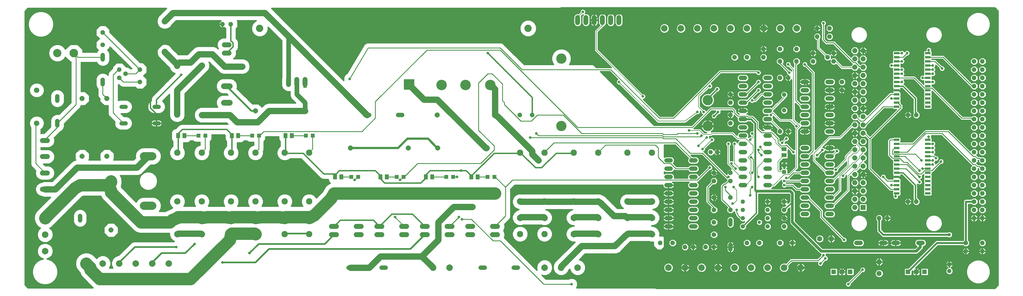
<source format=gtl>
G75*
G70*
%OFA0B0*%
%FSLAX24Y24*%
%IPPOS*%
%LPD*%
%AMOC8*
5,1,8,0,0,1.08239X$1,22.5*
%
%ADD10C,0.0520*%
%ADD11OC8,0.0520*%
%ADD12C,0.0515*%
%ADD13C,0.1000*%
%ADD14OC8,0.1000*%
%ADD15OC8,0.0600*%
%ADD16C,0.0660*%
%ADD17OC8,0.0560*%
%ADD18C,0.0600*%
%ADD19C,0.0594*%
%ADD20C,0.0709*%
%ADD21C,0.1000*%
%ADD22R,0.1266X0.1266*%
%ADD23C,0.1266*%
%ADD24C,0.0520*%
%ADD25C,0.0554*%
%ADD26R,0.0472X0.0472*%
%ADD27R,0.0591X0.0512*%
%ADD28R,0.0600X0.0600*%
%ADD29R,0.0512X0.0591*%
%ADD30C,0.0768*%
%ADD31C,0.1248*%
%ADD32C,0.0787*%
%ADD33OC8,0.0630*%
%ADD34C,0.0630*%
%ADD35R,0.0550X0.0550*%
%ADD36C,0.0886*%
%ADD37R,0.0669X0.0256*%
%ADD38C,0.0160*%
%ADD39C,0.0317*%
%ADD40C,0.0396*%
%ADD41C,0.0100*%
%ADD42C,0.0200*%
%ADD43R,0.0396X0.0396*%
%ADD44C,0.0750*%
%ADD45C,0.0531*%
%ADD46C,0.0560*%
%ADD47C,0.0080*%
%ADD48C,0.0250*%
%ADD49C,0.0240*%
%ADD50C,0.1500*%
%ADD51C,0.0320*%
D10*
X007350Y008840D02*
X007350Y009360D01*
X007350Y012840D02*
X007350Y013360D01*
X004600Y020340D02*
X004600Y020860D01*
X004600Y023340D02*
X004600Y023860D01*
X010100Y025340D02*
X010100Y025860D01*
X010100Y028340D02*
X010100Y028860D01*
X041840Y021600D02*
X042360Y021600D01*
X045840Y021600D02*
X046360Y021600D01*
X078340Y016100D02*
X078860Y016100D01*
X081340Y016100D02*
X081860Y016100D01*
X081860Y015100D02*
X081340Y015100D01*
X081340Y014100D02*
X081860Y014100D01*
X078860Y014100D02*
X078340Y014100D01*
X078340Y015100D02*
X078860Y015100D01*
X078860Y013100D02*
X078340Y013100D01*
X078340Y012100D02*
X078860Y012100D01*
X081340Y012100D02*
X081860Y012100D01*
X081860Y011100D02*
X081340Y011100D01*
X078860Y011100D02*
X078340Y011100D01*
X078340Y010100D02*
X078860Y010100D01*
X081340Y010100D02*
X081860Y010100D01*
X081860Y009100D02*
X081340Y009100D01*
X081340Y008100D02*
X081860Y008100D01*
X078860Y008100D02*
X078340Y008100D01*
X078340Y009100D02*
X078860Y009100D01*
X086100Y008860D02*
X086100Y008340D01*
X086100Y005860D02*
X086100Y005340D01*
X094840Y009600D02*
X095360Y009600D01*
X097840Y009600D02*
X098360Y009600D01*
X098360Y010600D02*
X097840Y010600D01*
X097840Y011600D02*
X098360Y011600D01*
X095360Y011600D02*
X094840Y011600D01*
X094840Y010600D02*
X095360Y010600D01*
X095360Y012600D02*
X094840Y012600D01*
X094840Y013600D02*
X095360Y013600D01*
X097840Y013600D02*
X098360Y013600D01*
X098360Y012600D02*
X097840Y012600D01*
X097840Y014600D02*
X098360Y014600D01*
X095360Y014600D02*
X094840Y014600D01*
X094840Y015600D02*
X095360Y015600D01*
X097840Y015600D02*
X098360Y015600D01*
X098360Y016600D02*
X097840Y016600D01*
X095360Y016600D02*
X094840Y016600D01*
X094840Y017600D02*
X095360Y017600D01*
X097840Y017600D02*
X098360Y017600D01*
X098360Y019600D02*
X097840Y019600D01*
X095360Y019600D02*
X094840Y019600D01*
X094840Y020600D02*
X095360Y020600D01*
X097840Y020600D02*
X098360Y020600D01*
X098360Y021600D02*
X097840Y021600D01*
X095360Y021600D02*
X094840Y021600D01*
X094840Y022600D02*
X095360Y022600D01*
X097840Y022600D02*
X098360Y022600D01*
X098360Y023600D02*
X097840Y023600D01*
X097840Y024600D02*
X098360Y024600D01*
X095360Y024600D02*
X094840Y024600D01*
X094840Y023600D02*
X095360Y023600D01*
X090860Y023100D02*
X090340Y023100D01*
X087860Y023100D02*
X087340Y023100D01*
X087340Y022100D02*
X087860Y022100D01*
X090340Y022100D02*
X090860Y022100D01*
X090860Y021100D02*
X090340Y021100D01*
X090340Y020100D02*
X090860Y020100D01*
X090860Y019100D02*
X090340Y019100D01*
X087860Y019100D02*
X087340Y019100D01*
X087340Y018100D02*
X087860Y018100D01*
X090340Y018100D02*
X090860Y018100D01*
X090860Y017100D02*
X090340Y017100D01*
X087860Y017100D02*
X087340Y017100D01*
X087340Y016100D02*
X087860Y016100D01*
X090340Y016100D02*
X090860Y016100D01*
X090860Y015100D02*
X090340Y015100D01*
X090340Y014100D02*
X090860Y014100D01*
X090860Y013100D02*
X090340Y013100D01*
X087860Y013100D02*
X087340Y013100D01*
X087340Y014100D02*
X087860Y014100D01*
X087860Y015100D02*
X087340Y015100D01*
X081860Y013100D02*
X081340Y013100D01*
X087340Y020100D02*
X087860Y020100D01*
X087860Y021100D02*
X087340Y021100D01*
X087340Y024100D02*
X087860Y024100D01*
X090340Y024100D02*
X090860Y024100D01*
X090860Y025100D02*
X090340Y025100D01*
X087860Y025100D02*
X087340Y025100D01*
X087340Y026100D02*
X087860Y026100D01*
X090340Y026100D02*
X090860Y026100D01*
X094840Y025600D02*
X095360Y025600D01*
X097840Y025600D02*
X098360Y025600D01*
X101340Y006100D02*
X101860Y006100D01*
X104340Y006100D02*
X104860Y006100D01*
X105840Y006100D02*
X106360Y006100D01*
X108840Y006100D02*
X109360Y006100D01*
X060360Y003100D02*
X059840Y003100D01*
X056360Y003100D02*
X055840Y003100D01*
X044360Y003100D02*
X043840Y003100D01*
X040360Y003100D02*
X039840Y003100D01*
D11*
X080600Y005600D03*
X081600Y005600D03*
X083100Y005600D03*
X084100Y005600D03*
X092600Y008100D03*
X092600Y009100D03*
X092600Y010100D03*
X092600Y011100D03*
X086100Y013600D03*
X084100Y013600D03*
X084100Y014600D03*
X086100Y014600D03*
X084500Y017100D03*
X092100Y019600D03*
X093100Y019600D03*
X086100Y020600D03*
X086100Y021600D03*
X086100Y023100D03*
X086100Y024100D03*
X092100Y026100D03*
X093100Y026100D03*
X096100Y028100D03*
X097850Y028600D03*
X098600Y029100D03*
X096100Y029100D03*
X098600Y028100D03*
X099600Y025600D03*
X099600Y024600D03*
X107600Y021600D03*
X108600Y021600D03*
X090100Y028600D03*
X090100Y029600D03*
X096600Y031100D03*
X098100Y031100D03*
X098100Y032100D03*
X096600Y032100D03*
X107600Y011100D03*
X108600Y011100D03*
X105100Y009100D03*
X104100Y009100D03*
X114600Y006100D03*
X116600Y006100D03*
X116600Y005100D03*
X114600Y005100D03*
X112600Y003500D03*
X025600Y032600D03*
X024600Y032600D03*
X012100Y027100D03*
X012850Y026600D03*
X012100Y026100D03*
D12*
X012343Y022600D02*
X012857Y022600D01*
X016343Y022600D02*
X016857Y022600D01*
X016857Y020600D02*
X016343Y020600D01*
X012857Y020600D02*
X012343Y020600D01*
D13*
X004600Y029100D03*
D14*
X006600Y029100D03*
D15*
X019100Y027550D03*
X022100Y027600D03*
X010600Y023600D03*
X007600Y023600D03*
X019100Y021650D03*
X022100Y021600D03*
X028600Y022100D03*
X034600Y022100D03*
X040100Y017600D03*
X047100Y017600D03*
X050650Y017600D03*
X056550Y017600D03*
X057600Y021600D03*
X050600Y021600D03*
X011100Y013550D03*
X010600Y016600D03*
X007600Y016600D03*
X011100Y007650D03*
X101163Y010395D03*
X101163Y011395D03*
X102163Y011395D03*
X102163Y012395D03*
X101163Y012395D03*
X101163Y013395D03*
X102163Y013395D03*
X102163Y014395D03*
X101163Y014395D03*
X101163Y015395D03*
X102163Y015395D03*
X102163Y016395D03*
X101163Y016395D03*
X101163Y017395D03*
X102163Y017395D03*
X102163Y018395D03*
X101163Y018395D03*
X101163Y019395D03*
X102163Y019395D03*
X102163Y020395D03*
X101163Y020395D03*
X101163Y021395D03*
X102163Y021395D03*
X102163Y022395D03*
X101163Y022395D03*
X101163Y023395D03*
X102163Y023395D03*
X102163Y024395D03*
X101163Y024395D03*
X101163Y025395D03*
X102163Y025395D03*
X102163Y026395D03*
X101163Y026395D03*
X101163Y027395D03*
X102163Y027395D03*
X102163Y028395D03*
X101163Y028395D03*
X101163Y029395D03*
X102163Y029395D03*
D16*
X002100Y024600D03*
X002100Y020600D03*
D17*
X014600Y025600D03*
X014600Y027100D03*
X010100Y030100D03*
X010100Y031600D03*
X060600Y021600D03*
X062100Y021600D03*
X086600Y028600D03*
X088100Y028600D03*
X092100Y028100D03*
X094100Y028100D03*
X094100Y029600D03*
X092100Y029600D03*
X115600Y028100D03*
X116600Y028100D03*
X116600Y027100D03*
X115600Y027100D03*
X115600Y026100D03*
X116600Y026100D03*
X116600Y025100D03*
X115600Y025100D03*
X115600Y024100D03*
X116600Y024100D03*
X116600Y023100D03*
X115600Y023100D03*
X115600Y022100D03*
X116600Y022100D03*
X116600Y021100D03*
X115600Y021100D03*
X115600Y020100D03*
X116600Y020100D03*
X116600Y019100D03*
X115600Y019100D03*
X115600Y018100D03*
X116600Y018100D03*
X116600Y017100D03*
X115600Y017100D03*
X115600Y016100D03*
X116600Y016100D03*
X116600Y015100D03*
X115600Y015100D03*
X115600Y014100D03*
X116600Y014100D03*
X116600Y013100D03*
X115600Y013100D03*
X115600Y012100D03*
X116600Y012100D03*
X116600Y011100D03*
X115600Y011100D03*
X115600Y010100D03*
X116600Y010100D03*
X116600Y009100D03*
X115600Y009100D03*
X093600Y006100D03*
X092100Y006100D03*
X089600Y006100D03*
X088100Y006100D03*
X084100Y007100D03*
X084100Y008600D03*
X084100Y010100D03*
X086100Y010100D03*
X086100Y011600D03*
X084100Y011600D03*
X079100Y006100D03*
X077600Y006100D03*
D18*
X057900Y007100D02*
X057300Y007100D01*
X054900Y007100D02*
X054300Y007100D01*
X052400Y007100D02*
X051800Y007100D01*
X049400Y007100D02*
X048800Y007100D01*
X046900Y007100D02*
X046300Y007100D01*
X043900Y007100D02*
X043300Y007100D01*
X041400Y007100D02*
X040800Y007100D01*
X038400Y007100D02*
X037800Y007100D01*
X037800Y008100D02*
X038400Y008100D01*
X040800Y008100D02*
X041400Y008100D01*
X043300Y008100D02*
X043900Y008100D01*
X046300Y008100D02*
X046900Y008100D01*
X048800Y008100D02*
X049400Y008100D01*
X051800Y008100D02*
X052400Y008100D01*
X054300Y008100D02*
X054900Y008100D01*
X057300Y008100D02*
X057900Y008100D01*
X057900Y012100D02*
X057300Y012100D01*
X054900Y012100D02*
X054300Y012100D01*
X052400Y012100D02*
X051800Y012100D01*
X049400Y012100D02*
X048800Y012100D01*
X046900Y012100D02*
X046300Y012100D01*
X043900Y012100D02*
X043300Y012100D01*
X041400Y012100D02*
X040800Y012100D01*
X038400Y012100D02*
X037800Y012100D01*
X003400Y012600D02*
X002800Y012600D01*
X002800Y014570D02*
X003400Y014570D01*
X003400Y016550D02*
X002800Y016550D01*
X002800Y018510D02*
X003400Y018510D01*
X032600Y025300D02*
X032600Y025900D01*
X033600Y025900D02*
X033600Y025300D01*
X034600Y025300D02*
X034600Y025900D01*
X067600Y032800D02*
X067600Y033400D01*
X068600Y033400D02*
X068600Y032800D01*
X069600Y032800D02*
X069600Y033400D01*
X070600Y033400D02*
X070600Y032800D01*
X071600Y032800D02*
X071600Y033400D01*
X072600Y033400D02*
X072600Y032800D01*
D19*
X025397Y030100D02*
X024803Y030100D01*
X024803Y029100D02*
X025397Y029100D01*
D20*
X025454Y025100D02*
X024746Y025100D01*
X024746Y023100D02*
X025454Y023100D01*
D21*
X016100Y016600D02*
X015100Y016600D01*
X015100Y010600D02*
X016100Y010600D01*
D22*
X047183Y025293D03*
D23*
X051104Y025234D03*
X054006Y025234D03*
X057006Y025234D03*
D24*
X083700Y017100D03*
X092600Y022150D03*
X092600Y024050D03*
X090600Y011100D03*
X090600Y010100D03*
X090600Y009100D03*
X090600Y008100D03*
X087600Y008100D03*
X087600Y009100D03*
X087600Y010100D03*
X087600Y011100D03*
X112600Y002700D03*
D25*
X017600Y029250D03*
X017600Y032950D03*
D26*
X021687Y019100D03*
X022513Y019100D03*
X028187Y019100D03*
X029013Y019100D03*
X034687Y019100D03*
X035513Y019100D03*
X040187Y014100D03*
X041013Y014100D03*
X045687Y014100D03*
X046513Y014100D03*
X051687Y014100D03*
X052513Y014100D03*
X056687Y014100D03*
X057513Y014100D03*
X092600Y014687D03*
X092600Y015513D03*
D27*
X092600Y016726D03*
X092600Y017474D03*
D28*
X102163Y010395D03*
D29*
X055474Y014100D03*
X054726Y014100D03*
X049974Y014100D03*
X049226Y014100D03*
X044474Y014100D03*
X043726Y014100D03*
X038974Y014100D03*
X038226Y014100D03*
X032974Y019100D03*
X032226Y019100D03*
X026474Y019100D03*
X025726Y019100D03*
X019974Y019100D03*
X019226Y019100D03*
D30*
X019124Y017021D03*
X022076Y017021D03*
X025624Y017021D03*
X028576Y017021D03*
X032124Y017021D03*
X035076Y017021D03*
X035076Y011116D03*
X032124Y011116D03*
X028576Y011116D03*
X025624Y011116D03*
X022076Y011116D03*
X019124Y011116D03*
X019124Y009147D03*
X022076Y009147D03*
X025624Y009147D03*
X028576Y009147D03*
X032124Y009147D03*
X035076Y009147D03*
X035076Y007179D03*
X032124Y007179D03*
X028576Y007179D03*
X025624Y007179D03*
X022076Y007179D03*
X019124Y007179D03*
X060624Y007179D03*
X063576Y007179D03*
X067124Y007179D03*
X070076Y007179D03*
X073624Y007179D03*
X076576Y007179D03*
X076576Y009147D03*
X073624Y009147D03*
X070076Y009147D03*
X067124Y009147D03*
X063576Y009147D03*
X060624Y009147D03*
X060624Y011116D03*
X063576Y011116D03*
X067124Y011116D03*
X070076Y011116D03*
X073624Y011116D03*
X076576Y011116D03*
X076576Y017021D03*
X073624Y017021D03*
X070076Y017021D03*
X067124Y017021D03*
X063576Y017021D03*
X060624Y017021D03*
D31*
X065624Y020256D03*
X083340Y020256D03*
X083340Y023405D03*
X065624Y028444D03*
D32*
X078100Y032090D03*
X080100Y032090D03*
X082100Y032090D03*
X084100Y032090D03*
X086100Y032090D03*
X088100Y032090D03*
X090108Y032090D03*
X092108Y032090D03*
X094108Y032090D03*
X003110Y009108D03*
X003110Y007108D03*
X003110Y005108D03*
X008100Y003610D03*
X010100Y003610D03*
X012100Y003610D03*
X014100Y003610D03*
X016100Y003610D03*
X018100Y003610D03*
X050092Y003110D03*
X052092Y003110D03*
X063592Y003110D03*
X065592Y003110D03*
X067592Y003110D03*
X078592Y003110D03*
X080592Y003110D03*
X082592Y003110D03*
X084592Y003110D03*
X086592Y003110D03*
X088592Y003110D03*
X090592Y003110D03*
X092592Y003110D03*
X094592Y003110D03*
D33*
X104100Y003800D03*
X098300Y006600D03*
D34*
X096900Y006600D03*
X104100Y002400D03*
D35*
X100600Y002600D03*
X099600Y002600D03*
X098600Y002600D03*
X107600Y002600D03*
X108600Y002600D03*
X109600Y002600D03*
D36*
X061600Y032100D03*
X029100Y032100D03*
D37*
X106218Y029100D03*
X106218Y028600D03*
X106218Y028100D03*
X106218Y027600D03*
X106218Y027100D03*
X106218Y026600D03*
X106218Y026100D03*
X106218Y025600D03*
X106218Y025100D03*
X106218Y024600D03*
X106218Y024100D03*
X106218Y023600D03*
X106218Y023100D03*
X106218Y022600D03*
X109982Y022600D03*
X109982Y023100D03*
X109982Y023600D03*
X109982Y024100D03*
X109982Y024600D03*
X109982Y025100D03*
X109982Y025600D03*
X109982Y026100D03*
X109982Y026600D03*
X109982Y027100D03*
X109982Y027600D03*
X109982Y028100D03*
X109982Y028600D03*
X109982Y029100D03*
X109982Y018600D03*
X109982Y018100D03*
X109982Y017600D03*
X109982Y017100D03*
X109982Y016600D03*
X109982Y016100D03*
X109982Y015600D03*
X109982Y015100D03*
X109982Y014600D03*
X109982Y014100D03*
X109982Y013600D03*
X109982Y013100D03*
X109982Y012600D03*
X109982Y012100D03*
X106218Y012100D03*
X106218Y012600D03*
X106218Y013100D03*
X106218Y013600D03*
X106218Y014100D03*
X106218Y014600D03*
X106218Y015100D03*
X106218Y015600D03*
X106218Y016100D03*
X106218Y016600D03*
X106218Y017100D03*
X106218Y017600D03*
X106218Y018100D03*
X106218Y018600D03*
D38*
X001020Y000680D02*
X000680Y001020D01*
X000680Y034180D01*
X001016Y034516D01*
X017790Y034516D01*
X017059Y033785D01*
X016790Y033516D01*
X016645Y033165D01*
X016645Y032760D01*
X016790Y032409D01*
X017059Y032141D01*
X017410Y031995D01*
X017790Y031995D01*
X018141Y032141D01*
X018410Y032409D01*
X018427Y032451D01*
X018996Y033020D01*
X024398Y033020D01*
X024160Y032782D01*
X024160Y032600D01*
X024600Y032600D01*
X019725Y032600D01*
X015850Y028725D01*
X015850Y022475D01*
X016600Y021725D01*
X016600Y020600D01*
X016600Y020600D01*
X016600Y021037D01*
X016308Y021037D01*
X016240Y021027D01*
X016175Y021005D01*
X016113Y020974D01*
X016058Y020934D01*
X016009Y020885D01*
X015968Y020829D01*
X015937Y020768D01*
X015916Y020702D01*
X015905Y020634D01*
X015905Y020600D01*
X016600Y020600D01*
X017295Y020600D01*
X017295Y020634D01*
X017284Y020702D01*
X017263Y020768D01*
X017232Y020829D01*
X017191Y020885D01*
X017142Y020934D01*
X017087Y020974D01*
X017025Y021005D01*
X016960Y021027D01*
X016892Y021037D01*
X016600Y021037D01*
X016600Y020600D01*
X016600Y020600D01*
X016600Y020163D01*
X016892Y020163D01*
X016960Y020173D01*
X017025Y020195D01*
X017087Y020226D01*
X017142Y020266D01*
X017191Y020315D01*
X017232Y020371D01*
X017263Y020432D01*
X017284Y020498D01*
X017295Y020566D01*
X017295Y020600D01*
X016600Y020600D01*
X016600Y020600D01*
X016600Y020600D01*
X016600Y020163D01*
X016308Y020163D01*
X016240Y020173D01*
X016175Y020195D01*
X016113Y020226D01*
X016058Y020266D01*
X016009Y020315D01*
X015968Y020371D01*
X015937Y020432D01*
X015916Y020498D01*
X015905Y020566D01*
X015905Y020600D01*
X016600Y020600D01*
X016600Y020547D02*
X016600Y020547D01*
X016600Y020705D02*
X016600Y020705D01*
X016600Y020864D02*
X016600Y020864D01*
X016600Y021022D02*
X016600Y021022D01*
X016226Y021022D02*
X013589Y021022D01*
X013567Y021074D02*
X013332Y021310D01*
X013024Y021437D01*
X012653Y021437D01*
X012328Y021763D01*
X013024Y021763D01*
X013332Y021890D01*
X013567Y022126D01*
X013695Y022433D01*
X013695Y022767D01*
X013567Y023074D01*
X013332Y023310D01*
X013024Y023437D01*
X012176Y023437D01*
X011980Y023356D01*
X011980Y025260D01*
X012049Y025260D01*
X012066Y025243D01*
X012243Y025066D01*
X012475Y024970D01*
X014014Y024970D01*
X014244Y024740D01*
X014956Y024740D01*
X015460Y025244D01*
X015460Y025956D01*
X015066Y026350D01*
X015460Y026744D01*
X015460Y027456D01*
X014956Y027960D01*
X014631Y027960D01*
X010960Y031631D01*
X010960Y031956D01*
X010456Y032460D01*
X009744Y032460D01*
X009240Y031956D01*
X009240Y031244D01*
X009634Y030850D01*
X009240Y030456D01*
X009240Y029744D01*
X009518Y029466D01*
X009388Y029336D01*
X009344Y029230D01*
X007680Y029230D01*
X007680Y029547D01*
X007047Y030180D01*
X006153Y030180D01*
X005564Y029591D01*
X005464Y029763D01*
X005263Y029964D01*
X005017Y030106D01*
X004742Y030180D01*
X004458Y030180D01*
X004183Y030106D01*
X003937Y029964D01*
X003736Y029763D01*
X003594Y029517D01*
X003520Y029242D01*
X003520Y028958D01*
X003594Y028683D01*
X003736Y028437D01*
X003937Y028236D01*
X004183Y028094D01*
X004458Y028020D01*
X004742Y028020D01*
X005017Y028094D01*
X005263Y028236D01*
X005464Y028437D01*
X005564Y028609D01*
X006153Y028020D01*
X006220Y028020D01*
X006220Y023111D01*
X004797Y021688D01*
X004767Y021700D01*
X004433Y021700D01*
X004124Y021572D01*
X003888Y021336D01*
X003760Y021027D01*
X003760Y020173D01*
X003766Y020157D01*
X002999Y019390D01*
X002625Y019390D01*
X002605Y019382D01*
X002605Y019824D01*
X002615Y019829D01*
X002871Y020085D01*
X003010Y020419D01*
X003010Y020781D01*
X002871Y021115D01*
X002615Y021371D01*
X002281Y021510D01*
X001919Y021510D01*
X001585Y021371D01*
X001329Y021115D01*
X001190Y020781D01*
X001190Y020419D01*
X001329Y020085D01*
X001345Y020068D01*
X001345Y015600D01*
X001441Y015368D01*
X001618Y015191D01*
X001962Y014847D01*
X001920Y014745D01*
X001920Y014395D01*
X002054Y014072D01*
X002302Y013824D01*
X002625Y013690D01*
X003575Y013690D01*
X003898Y013824D01*
X004146Y014072D01*
X004280Y014395D01*
X004280Y014745D01*
X004146Y015068D01*
X003898Y015316D01*
X003575Y015450D01*
X003141Y015450D01*
X002921Y015670D01*
X003575Y015670D01*
X003898Y015804D01*
X004146Y016052D01*
X004280Y016375D01*
X004280Y016725D01*
X004146Y017048D01*
X003898Y017296D01*
X003575Y017430D01*
X002625Y017430D01*
X002605Y017422D01*
X002605Y017638D01*
X002625Y017630D01*
X003575Y017630D01*
X003898Y017764D01*
X004146Y018012D01*
X004280Y018335D01*
X004280Y018685D01*
X004220Y018829D01*
X004979Y019588D01*
X005076Y019628D01*
X005312Y019864D01*
X005440Y020173D01*
X005440Y020549D01*
X007207Y022316D01*
X007384Y022493D01*
X007478Y022720D01*
X007965Y022720D01*
X008480Y023235D01*
X008480Y023965D01*
X007965Y024480D01*
X007480Y024480D01*
X007480Y027970D01*
X009344Y027970D01*
X009388Y027864D01*
X009624Y027628D01*
X009933Y027500D01*
X010267Y027500D01*
X010576Y027628D01*
X010812Y027864D01*
X010940Y028173D01*
X010940Y029027D01*
X010812Y029336D01*
X010682Y029466D01*
X010960Y029744D01*
X010960Y029849D01*
X013579Y027230D01*
X013408Y027230D01*
X013198Y027440D01*
X012940Y027440D01*
X012940Y027448D01*
X012448Y027940D01*
X011752Y027940D01*
X011260Y027448D01*
X011260Y027276D01*
X010816Y026832D01*
X010720Y026600D01*
X010720Y026428D01*
X010576Y026572D01*
X010267Y026700D01*
X009933Y026700D01*
X009624Y026572D01*
X009388Y026336D01*
X009260Y026027D01*
X009260Y025173D01*
X009388Y024864D01*
X009470Y024782D01*
X009470Y023975D01*
X009566Y023743D01*
X009720Y023589D01*
X009720Y023235D01*
X010235Y022720D01*
X010720Y022720D01*
X010720Y021725D01*
X010816Y021493D01*
X010993Y021316D01*
X011516Y020793D01*
X011505Y020767D01*
X011505Y020433D01*
X011633Y020126D01*
X011868Y019890D01*
X012176Y019763D01*
X013024Y019763D01*
X013332Y019890D01*
X013567Y020126D01*
X013695Y020433D01*
X013695Y020767D01*
X013567Y021074D01*
X013461Y021181D02*
X018261Y021181D01*
X018290Y021109D02*
X018145Y021460D01*
X018145Y024087D01*
X017350Y023292D01*
X017567Y023074D01*
X017695Y022767D01*
X017695Y022433D01*
X017567Y022126D01*
X017332Y021890D01*
X017024Y021763D01*
X016176Y021763D01*
X015868Y021890D01*
X015633Y022126D01*
X015505Y022433D01*
X015505Y022767D01*
X015633Y023074D01*
X015868Y023310D01*
X015940Y023340D01*
X015940Y023606D01*
X016040Y023849D01*
X018823Y026631D01*
X018559Y026740D01*
X018290Y027009D01*
X018167Y027308D01*
X017059Y028415D01*
X016790Y028684D01*
X016645Y029035D01*
X016645Y029440D01*
X016790Y029791D01*
X017059Y030059D01*
X017410Y030205D01*
X017790Y030205D01*
X018141Y030059D01*
X018410Y029791D01*
X018427Y029749D01*
X019246Y028930D01*
X020329Y028930D01*
X020915Y029516D01*
X021184Y029785D01*
X021535Y029930D01*
X023540Y029930D01*
X023891Y029785D01*
X024051Y029625D01*
X023926Y029926D01*
X023926Y030274D01*
X024060Y030597D01*
X024306Y030843D01*
X024629Y030977D01*
X024940Y030977D01*
X024940Y032072D01*
X024817Y032195D01*
X024782Y032160D01*
X024600Y032160D01*
X024600Y032600D01*
X024600Y032600D01*
X024600Y032600D01*
X024600Y032160D01*
X024418Y032160D01*
X024160Y032418D01*
X024160Y032600D01*
X024600Y032600D01*
X024600Y032593D02*
X024600Y032593D01*
X024600Y032434D02*
X024600Y032434D01*
X024600Y032276D02*
X024600Y032276D01*
X024302Y032276D02*
X018276Y032276D01*
X018420Y032434D02*
X024160Y032434D01*
X024160Y032593D02*
X018568Y032593D01*
X018727Y032751D02*
X024160Y032751D01*
X024287Y032910D02*
X018885Y032910D01*
X016780Y032434D02*
X010482Y032434D01*
X010641Y032276D02*
X016924Y032276D01*
X017116Y032117D02*
X010799Y032117D01*
X010958Y031959D02*
X024940Y031959D01*
X024940Y031800D02*
X010960Y031800D01*
X010960Y031642D02*
X024940Y031642D01*
X024940Y031483D02*
X011108Y031483D01*
X011266Y031325D02*
X024940Y031325D01*
X024940Y031166D02*
X011425Y031166D01*
X011583Y031008D02*
X024940Y031008D01*
X024320Y030849D02*
X011742Y030849D01*
X011900Y030691D02*
X024154Y030691D01*
X024033Y030532D02*
X012059Y030532D01*
X012217Y030374D02*
X023967Y030374D01*
X023926Y030215D02*
X012376Y030215D01*
X012534Y030057D02*
X017056Y030057D01*
X016898Y029898D02*
X012693Y029898D01*
X012851Y029740D02*
X016769Y029740D01*
X016704Y029581D02*
X013010Y029581D01*
X013168Y029423D02*
X016645Y029423D01*
X016645Y029264D02*
X013327Y029264D01*
X013485Y029106D02*
X016645Y029106D01*
X016681Y028947D02*
X013644Y028947D01*
X013802Y028789D02*
X016747Y028789D01*
X016844Y028630D02*
X013961Y028630D01*
X014119Y028472D02*
X017003Y028472D01*
X017161Y028313D02*
X014278Y028313D01*
X014436Y028155D02*
X017320Y028155D01*
X017478Y027996D02*
X014595Y027996D01*
X015079Y027838D02*
X017637Y027838D01*
X017795Y027679D02*
X015237Y027679D01*
X015396Y027521D02*
X017954Y027521D01*
X018112Y027362D02*
X015460Y027362D01*
X015460Y027204D02*
X018210Y027204D01*
X018275Y027045D02*
X015460Y027045D01*
X015460Y026887D02*
X018413Y026887D01*
X018589Y026728D02*
X015444Y026728D01*
X015286Y026570D02*
X018761Y026570D01*
X018603Y026411D02*
X015127Y026411D01*
X015164Y026253D02*
X018444Y026253D01*
X018286Y026094D02*
X015322Y026094D01*
X015460Y025936D02*
X018127Y025936D01*
X017969Y025777D02*
X015460Y025777D01*
X015460Y025619D02*
X017810Y025619D01*
X017652Y025460D02*
X015460Y025460D01*
X015460Y025302D02*
X017493Y025302D01*
X017335Y025143D02*
X015359Y025143D01*
X015201Y024985D02*
X017176Y024985D01*
X017018Y024826D02*
X015042Y024826D01*
X014158Y024826D02*
X011980Y024826D01*
X011980Y024668D02*
X016859Y024668D01*
X016701Y024509D02*
X011980Y024509D01*
X011980Y024351D02*
X016542Y024351D01*
X016384Y024192D02*
X011980Y024192D01*
X011980Y024034D02*
X016225Y024034D01*
X016067Y023875D02*
X011980Y023875D01*
X011980Y023717D02*
X015986Y023717D01*
X015940Y023558D02*
X011980Y023558D01*
X011980Y023400D02*
X012084Y023400D01*
X013116Y023400D02*
X015940Y023400D01*
X015799Y023241D02*
X013401Y023241D01*
X013559Y023083D02*
X015641Y023083D01*
X015570Y022924D02*
X013630Y022924D01*
X013695Y022766D02*
X015505Y022766D01*
X015505Y022607D02*
X013695Y022607D01*
X013695Y022449D02*
X015505Y022449D01*
X015564Y022290D02*
X013636Y022290D01*
X013570Y022132D02*
X015630Y022132D01*
X015785Y021973D02*
X013415Y021973D01*
X013150Y021815D02*
X016050Y021815D01*
X017150Y021815D02*
X018145Y021815D01*
X018145Y021973D02*
X017415Y021973D01*
X017570Y022132D02*
X018145Y022132D01*
X018145Y022290D02*
X017636Y022290D01*
X017695Y022449D02*
X018145Y022449D01*
X018145Y022607D02*
X017695Y022607D01*
X017695Y022766D02*
X018145Y022766D01*
X018145Y022924D02*
X017630Y022924D01*
X017559Y023083D02*
X018145Y023083D01*
X018145Y023241D02*
X017401Y023241D01*
X017458Y023400D02*
X018145Y023400D01*
X018145Y023558D02*
X017616Y023558D01*
X017775Y023717D02*
X018145Y023717D01*
X018145Y023875D02*
X017933Y023875D01*
X018092Y024034D02*
X018145Y024034D01*
X020055Y024034D02*
X024558Y024034D01*
X024560Y024034D02*
X024216Y023892D01*
X023954Y023629D01*
X023811Y023286D01*
X023811Y022914D01*
X023954Y022571D01*
X023969Y022555D01*
X021910Y022555D01*
X021559Y022410D01*
X021290Y022141D01*
X021145Y021790D01*
X021145Y021410D01*
X021290Y021059D01*
X021559Y020790D01*
X021910Y020645D01*
X025079Y020645D01*
X025214Y020510D01*
X019594Y020510D01*
X019351Y020410D01*
X019165Y020224D01*
X018917Y019975D01*
X018855Y019975D01*
X018642Y019887D01*
X018478Y019724D01*
X018390Y019511D01*
X018390Y018689D01*
X018478Y018476D01*
X018565Y018390D01*
X018565Y017826D01*
X018307Y017567D01*
X018160Y017213D01*
X018160Y016830D01*
X018307Y016475D01*
X018578Y016204D01*
X018932Y016057D01*
X019315Y016057D01*
X019670Y016204D01*
X019941Y016475D01*
X020087Y016830D01*
X020087Y017213D01*
X019941Y017567D01*
X019885Y017623D01*
X019885Y018225D01*
X020345Y018225D01*
X020558Y018313D01*
X020715Y018470D01*
X021024Y018470D01*
X021122Y018372D01*
X021335Y018284D01*
X021845Y018284D01*
X021845Y017969D01*
X021530Y017838D01*
X021259Y017567D01*
X021113Y017213D01*
X021113Y016830D01*
X021259Y016475D01*
X021530Y016204D01*
X021885Y016057D01*
X022268Y016057D01*
X022622Y016204D01*
X022893Y016475D01*
X023040Y016830D01*
X023040Y017193D01*
X023105Y017350D01*
X023105Y018399D01*
X023241Y018535D01*
X023330Y018748D01*
X023330Y019190D01*
X024827Y019190D01*
X024890Y019127D01*
X024890Y018689D01*
X024978Y018476D01*
X025065Y018390D01*
X025065Y017826D01*
X024807Y017567D01*
X024660Y017213D01*
X024660Y016830D01*
X024807Y016475D01*
X025078Y016204D01*
X025432Y016057D01*
X025815Y016057D01*
X026170Y016204D01*
X026441Y016475D01*
X026587Y016830D01*
X026587Y017213D01*
X026441Y017567D01*
X026385Y017623D01*
X026385Y018225D01*
X026845Y018225D01*
X027058Y018313D01*
X027215Y018470D01*
X027524Y018470D01*
X027622Y018372D01*
X027835Y018284D01*
X028345Y018284D01*
X028345Y017969D01*
X028030Y017838D01*
X027759Y017567D01*
X027613Y017213D01*
X027613Y016830D01*
X027759Y016475D01*
X028030Y016204D01*
X028385Y016057D01*
X028768Y016057D01*
X029122Y016204D01*
X029393Y016475D01*
X029540Y016830D01*
X029540Y017193D01*
X029605Y017350D01*
X029605Y018399D01*
X029741Y018535D01*
X029830Y018748D01*
X029830Y018939D01*
X029861Y018970D01*
X031390Y018970D01*
X031390Y018689D01*
X031478Y018476D01*
X031565Y018390D01*
X031565Y017826D01*
X031307Y017567D01*
X031160Y017213D01*
X031160Y016830D01*
X031307Y016475D01*
X031578Y016204D01*
X031932Y016057D01*
X032315Y016057D01*
X032670Y016204D01*
X032780Y016315D01*
X034077Y016315D01*
X036290Y014101D01*
X036476Y013915D01*
X036719Y013815D01*
X037390Y013815D01*
X037390Y013689D01*
X037478Y013476D01*
X037607Y013348D01*
X037598Y013342D01*
X037587Y013339D01*
X037445Y013257D01*
X037301Y013178D01*
X037293Y013170D01*
X037283Y013164D01*
X037167Y013048D01*
X037050Y012934D01*
X037044Y012925D01*
X037036Y012917D01*
X036954Y012775D01*
X036669Y012300D01*
X035934Y011565D01*
X035893Y011662D01*
X035622Y011933D01*
X035268Y012080D01*
X034885Y012080D01*
X034530Y011933D01*
X034259Y011662D01*
X034113Y011307D01*
X034113Y010924D01*
X034259Y010570D01*
X034274Y010555D01*
X032926Y010555D01*
X032941Y010570D01*
X033087Y010924D01*
X033087Y011307D01*
X032941Y011662D01*
X032670Y011933D01*
X032315Y012080D01*
X031932Y012080D01*
X031578Y011933D01*
X031307Y011662D01*
X031160Y011307D01*
X031160Y010924D01*
X031307Y010570D01*
X031321Y010555D01*
X029379Y010555D01*
X029393Y010570D01*
X029540Y010924D01*
X029540Y011307D01*
X029393Y011662D01*
X029122Y011933D01*
X028768Y012080D01*
X028385Y012080D01*
X028030Y011933D01*
X027759Y011662D01*
X027613Y011307D01*
X027613Y010924D01*
X027759Y010570D01*
X027774Y010555D01*
X026426Y010555D01*
X026441Y010570D01*
X026587Y010924D01*
X026587Y011307D01*
X026441Y011662D01*
X026170Y011933D01*
X025815Y012080D01*
X025432Y012080D01*
X025078Y011933D01*
X024807Y011662D01*
X024660Y011307D01*
X024660Y010924D01*
X024807Y010570D01*
X024821Y010555D01*
X022879Y010555D01*
X022893Y010570D01*
X023040Y010924D01*
X023040Y011307D01*
X022893Y011662D01*
X022622Y011933D01*
X022268Y012080D01*
X021885Y012080D01*
X021530Y011933D01*
X021259Y011662D01*
X021113Y011307D01*
X021113Y010924D01*
X021259Y010570D01*
X021274Y010555D01*
X019926Y010555D01*
X019941Y010570D01*
X020087Y010924D01*
X020087Y011307D01*
X019941Y011662D01*
X019670Y011933D01*
X019315Y012080D01*
X018932Y012080D01*
X018578Y011933D01*
X018307Y011662D01*
X018160Y011307D01*
X018160Y010924D01*
X018307Y010570D01*
X018518Y010359D01*
X018485Y010333D01*
X018408Y010289D01*
X018396Y010277D01*
X018023Y010106D01*
X017962Y010089D01*
X017864Y010033D01*
X017762Y009986D01*
X017713Y009946D01*
X017686Y009930D01*
X016957Y009930D01*
X016964Y009937D01*
X017106Y010183D01*
X017180Y010458D01*
X017180Y010742D01*
X017106Y011017D01*
X016964Y011263D01*
X016763Y011464D01*
X016517Y011606D01*
X016242Y011680D01*
X014958Y011680D01*
X014683Y011606D01*
X014437Y011464D01*
X014236Y011263D01*
X014129Y011077D01*
X012384Y012822D01*
X012382Y012830D01*
X012343Y012975D01*
X012430Y013300D01*
X012430Y013725D01*
X012339Y014063D01*
X012220Y014270D01*
X014415Y014270D01*
X014766Y014415D01*
X015871Y015520D01*
X016242Y015520D01*
X016517Y015594D01*
X016763Y015736D01*
X016964Y015937D01*
X017106Y016183D01*
X017180Y016458D01*
X017180Y016742D01*
X017106Y017017D01*
X016964Y017263D01*
X016763Y017464D01*
X016517Y017606D01*
X016242Y017680D01*
X014958Y017680D01*
X014683Y017606D01*
X014437Y017464D01*
X014236Y017263D01*
X014094Y017017D01*
X014020Y016742D01*
X014020Y016458D01*
X014038Y016389D01*
X013829Y016180D01*
X011425Y016180D01*
X011480Y016235D01*
X011480Y016965D01*
X010965Y017480D01*
X010235Y017480D01*
X009720Y016965D01*
X009720Y016235D01*
X009775Y016180D01*
X008425Y016180D01*
X008480Y016235D01*
X008480Y016965D01*
X007965Y017480D01*
X007235Y017480D01*
X006720Y016965D01*
X006720Y016235D01*
X006778Y016177D01*
X006434Y016035D01*
X006165Y015766D01*
X003954Y013555D01*
X002910Y013555D01*
X002729Y013480D01*
X002625Y013480D01*
X002302Y013346D01*
X002054Y013098D01*
X001920Y012775D01*
X001920Y012425D01*
X002054Y012102D01*
X002302Y011854D01*
X002625Y011720D01*
X002729Y011720D01*
X002910Y011645D01*
X003764Y011645D01*
X002405Y010286D01*
X002401Y010284D01*
X002281Y010162D01*
X002161Y010042D01*
X002158Y010038D01*
X002040Y009918D01*
X001867Y009613D01*
X001779Y009275D01*
X001781Y008924D01*
X001874Y008587D01*
X002051Y008285D01*
X002300Y008039D01*
X002532Y007907D01*
X002284Y007660D01*
X002136Y007302D01*
X002136Y006915D01*
X002284Y006557D01*
X002558Y006283D01*
X002916Y006135D01*
X003304Y006135D01*
X003661Y006283D01*
X003935Y006557D01*
X004084Y006915D01*
X004084Y007302D01*
X003935Y007660D01*
X003689Y007906D01*
X003934Y008049D01*
X004169Y008288D01*
X007550Y011669D01*
X007718Y011770D01*
X009845Y011770D01*
X009861Y011712D01*
X010036Y011408D01*
X013661Y007783D01*
X013908Y007536D01*
X014212Y007361D01*
X014550Y007270D01*
X018160Y007270D01*
X018160Y006987D01*
X018307Y006633D01*
X018578Y006362D01*
X018730Y006298D01*
X018686Y006280D01*
X013840Y006280D01*
X013590Y006176D01*
X011997Y004584D01*
X011906Y004584D01*
X011548Y004435D01*
X011275Y004161D01*
X011126Y003804D01*
X011126Y003416D01*
X011275Y003058D01*
X011278Y003055D01*
X010922Y003055D01*
X010925Y003058D01*
X011074Y003416D01*
X011074Y003804D01*
X010925Y004161D01*
X010652Y004435D01*
X010294Y004584D01*
X009906Y004584D01*
X009548Y004435D01*
X009347Y004234D01*
X009178Y004403D01*
X009164Y004426D01*
X008917Y004674D01*
X008613Y004849D01*
X008275Y004940D01*
X007925Y004940D01*
X007587Y004849D01*
X007283Y004674D01*
X007036Y004426D01*
X006861Y004123D01*
X006770Y003785D01*
X006770Y003425D01*
X006861Y003087D01*
X007036Y002783D01*
X007283Y002536D01*
X007316Y002503D01*
X007361Y002337D01*
X007536Y002033D01*
X008661Y000908D01*
X008889Y000680D01*
X001020Y000680D01*
X000966Y000734D02*
X008835Y000734D01*
X008677Y000893D02*
X000807Y000893D01*
X000680Y001051D02*
X002837Y001051D01*
X002894Y001036D02*
X003306Y001036D01*
X003704Y001142D01*
X004060Y001348D01*
X004352Y001640D01*
X004558Y001996D01*
X004664Y002394D01*
X004664Y002806D01*
X004558Y003204D01*
X004352Y003560D01*
X004060Y003852D01*
X003704Y004058D01*
X003348Y004153D01*
X003661Y004283D01*
X003935Y004557D01*
X004084Y004915D01*
X004084Y005302D01*
X003935Y005660D01*
X003661Y005934D01*
X003304Y006082D01*
X002916Y006082D01*
X002558Y005934D01*
X002284Y005660D01*
X002136Y005302D01*
X002136Y004915D01*
X002284Y004557D01*
X002558Y004283D01*
X002864Y004156D01*
X002496Y004058D01*
X002140Y003852D01*
X001848Y003560D01*
X001642Y003204D01*
X001536Y002806D01*
X001536Y002394D01*
X001642Y001996D01*
X001848Y001640D01*
X002140Y001348D01*
X002496Y001142D01*
X002894Y001036D01*
X003363Y001051D02*
X008518Y001051D01*
X008360Y001210D02*
X003820Y001210D01*
X004080Y001368D02*
X008201Y001368D01*
X008043Y001527D02*
X004239Y001527D01*
X004378Y001685D02*
X007884Y001685D01*
X007726Y001844D02*
X004469Y001844D01*
X004559Y002002D02*
X007567Y002002D01*
X007462Y002161D02*
X004602Y002161D01*
X004644Y002319D02*
X007371Y002319D01*
X007323Y002478D02*
X004664Y002478D01*
X004664Y002636D02*
X007183Y002636D01*
X007283Y002536D02*
X007283Y002536D01*
X007029Y002795D02*
X004664Y002795D01*
X004625Y002953D02*
X006938Y002953D01*
X006854Y003112D02*
X004582Y003112D01*
X004519Y003270D02*
X006812Y003270D01*
X006770Y003429D02*
X004428Y003429D01*
X004325Y003587D02*
X006770Y003587D01*
X006770Y003746D02*
X004167Y003746D01*
X003970Y003904D02*
X006802Y003904D01*
X006844Y004063D02*
X003686Y004063D01*
X003512Y004221D02*
X006917Y004221D01*
X007009Y004380D02*
X003758Y004380D01*
X003917Y004538D02*
X007147Y004538D01*
X007322Y004697D02*
X003993Y004697D01*
X004059Y004855D02*
X007608Y004855D01*
X008592Y004855D02*
X012268Y004855D01*
X012110Y004697D02*
X008878Y004697D01*
X009053Y004538D02*
X009796Y004538D01*
X009493Y004380D02*
X009201Y004380D01*
X010404Y004538D02*
X011796Y004538D01*
X011493Y004380D02*
X010707Y004380D01*
X010866Y004221D02*
X011334Y004221D01*
X011234Y004063D02*
X010966Y004063D01*
X011032Y003904D02*
X011168Y003904D01*
X011126Y003746D02*
X011074Y003746D01*
X011074Y003587D02*
X011126Y003587D01*
X011126Y003429D02*
X011074Y003429D01*
X011013Y003270D02*
X011187Y003270D01*
X011252Y003112D02*
X010948Y003112D01*
X012427Y005014D02*
X004084Y005014D01*
X004084Y005172D02*
X012585Y005172D01*
X012744Y005331D02*
X004072Y005331D01*
X004006Y005489D02*
X012902Y005489D01*
X013061Y005648D02*
X003940Y005648D01*
X003789Y005806D02*
X013219Y005806D01*
X013378Y005965D02*
X003587Y005965D01*
X003658Y006282D02*
X018690Y006282D01*
X018499Y006440D02*
X003819Y006440D01*
X003953Y006599D02*
X018341Y006599D01*
X018255Y006757D02*
X004018Y006757D01*
X004084Y006916D02*
X010590Y006916D01*
X010735Y006770D02*
X010220Y007285D01*
X010220Y008015D01*
X010735Y008530D01*
X011465Y008530D01*
X011980Y008015D01*
X011980Y007285D01*
X011465Y006770D01*
X010735Y006770D01*
X010431Y007074D02*
X004084Y007074D01*
X004084Y007233D02*
X010273Y007233D01*
X010220Y007391D02*
X004047Y007391D01*
X003981Y007550D02*
X010220Y007550D01*
X010220Y007708D02*
X003887Y007708D01*
X003729Y007867D02*
X010220Y007867D01*
X010231Y008025D02*
X007577Y008025D01*
X007517Y008000D02*
X007826Y008128D01*
X008062Y008364D01*
X008190Y008673D01*
X008190Y009527D01*
X008062Y009836D01*
X007826Y010072D01*
X007517Y010200D01*
X007183Y010200D01*
X006874Y010072D01*
X006638Y009836D01*
X006510Y009527D01*
X006510Y008673D01*
X006638Y008364D01*
X006874Y008128D01*
X007183Y008000D01*
X007517Y008000D01*
X007123Y008025D02*
X003892Y008025D01*
X004066Y008184D02*
X006819Y008184D01*
X006660Y008342D02*
X004223Y008342D01*
X004381Y008501D02*
X006581Y008501D01*
X006516Y008659D02*
X004540Y008659D01*
X004698Y008818D02*
X006510Y008818D01*
X006510Y008976D02*
X004857Y008976D01*
X005015Y009135D02*
X006510Y009135D01*
X006510Y009293D02*
X005174Y009293D01*
X005332Y009452D02*
X006510Y009452D01*
X006544Y009610D02*
X005491Y009610D01*
X005649Y009769D02*
X006610Y009769D01*
X006729Y009927D02*
X005808Y009927D01*
X005966Y010086D02*
X006907Y010086D01*
X006283Y010403D02*
X011042Y010403D01*
X010883Y010561D02*
X006442Y010561D01*
X006600Y010720D02*
X010725Y010720D01*
X010566Y010878D02*
X006759Y010878D01*
X006917Y011037D02*
X010408Y011037D01*
X010249Y011195D02*
X007076Y011195D01*
X007234Y011354D02*
X010091Y011354D01*
X009976Y011512D02*
X007393Y011512D01*
X007553Y011671D02*
X009884Y011671D01*
X012584Y012622D02*
X015035Y012622D01*
X014906Y012696D02*
X015164Y012547D01*
X015451Y012470D01*
X015749Y012470D01*
X016036Y012547D01*
X016294Y012696D01*
X016504Y012906D01*
X016653Y013164D01*
X016730Y013451D01*
X016730Y013749D01*
X016653Y014036D01*
X016504Y014294D01*
X016294Y014504D01*
X016036Y014653D01*
X015749Y014730D01*
X015451Y014730D01*
X015164Y014653D01*
X014906Y014504D01*
X014696Y014294D01*
X014547Y014036D01*
X014470Y013749D01*
X014470Y013451D01*
X014547Y013164D01*
X014696Y012906D01*
X014906Y012696D01*
X014822Y012780D02*
X012426Y012780D01*
X012353Y012939D02*
X014677Y012939D01*
X014586Y013097D02*
X012376Y013097D01*
X012418Y013256D02*
X014522Y013256D01*
X014480Y013414D02*
X012430Y013414D01*
X012430Y013573D02*
X014470Y013573D01*
X014470Y013731D02*
X012428Y013731D01*
X012386Y013890D02*
X014508Y013890D01*
X014554Y014048D02*
X012343Y014048D01*
X012257Y014207D02*
X014645Y014207D01*
X014644Y014365D02*
X014767Y014365D01*
X014874Y014524D02*
X014940Y014524D01*
X015033Y014682D02*
X015272Y014682D01*
X015191Y014841D02*
X035551Y014841D01*
X035393Y014999D02*
X015350Y014999D01*
X015508Y015158D02*
X035234Y015158D01*
X035076Y015316D02*
X015667Y015316D01*
X015825Y015475D02*
X034917Y015475D01*
X034759Y015633D02*
X016585Y015633D01*
X016819Y015792D02*
X034600Y015792D01*
X034442Y015950D02*
X016972Y015950D01*
X017063Y016109D02*
X018808Y016109D01*
X018515Y016267D02*
X017129Y016267D01*
X017171Y016426D02*
X018356Y016426D01*
X018261Y016584D02*
X017180Y016584D01*
X017180Y016743D02*
X018196Y016743D01*
X018160Y016901D02*
X017137Y016901D01*
X017082Y017060D02*
X018160Y017060D01*
X018162Y017218D02*
X016990Y017218D01*
X016851Y017377D02*
X018228Y017377D01*
X018293Y017535D02*
X016640Y017535D01*
X014560Y017535D02*
X002605Y017535D01*
X003704Y017377D02*
X007132Y017377D01*
X006974Y017218D02*
X003976Y017218D01*
X004135Y017060D02*
X006815Y017060D01*
X006720Y016901D02*
X004207Y016901D01*
X004273Y016743D02*
X006720Y016743D01*
X006720Y016584D02*
X004280Y016584D01*
X004280Y016426D02*
X006720Y016426D01*
X006720Y016267D02*
X004235Y016267D01*
X004170Y016109D02*
X006612Y016109D01*
X006349Y015950D02*
X004045Y015950D01*
X003868Y015792D02*
X006191Y015792D01*
X006032Y015633D02*
X002958Y015633D01*
X003116Y015475D02*
X005874Y015475D01*
X005715Y015316D02*
X003898Y015316D01*
X004057Y015158D02*
X005557Y015158D01*
X005398Y014999D02*
X004175Y014999D01*
X004240Y014841D02*
X005240Y014841D01*
X005081Y014682D02*
X004280Y014682D01*
X004280Y014524D02*
X004923Y014524D01*
X004764Y014365D02*
X004268Y014365D01*
X004202Y014207D02*
X004606Y014207D01*
X004447Y014048D02*
X004123Y014048D01*
X003964Y013890D02*
X004289Y013890D01*
X004130Y013731D02*
X003674Y013731D01*
X003972Y013573D02*
X000680Y013573D01*
X000680Y013731D02*
X002526Y013731D01*
X002466Y013414D02*
X000680Y013414D01*
X000680Y013256D02*
X002211Y013256D01*
X002053Y013097D02*
X000680Y013097D01*
X000680Y012939D02*
X001988Y012939D01*
X001922Y012780D02*
X000680Y012780D01*
X000680Y012622D02*
X001920Y012622D01*
X001920Y012463D02*
X000680Y012463D01*
X000680Y012305D02*
X001970Y012305D01*
X002036Y012146D02*
X000680Y012146D01*
X000680Y011988D02*
X002168Y011988D01*
X002362Y011829D02*
X000680Y011829D01*
X000680Y011671D02*
X002848Y011671D01*
X003473Y011354D02*
X000680Y011354D01*
X000680Y011512D02*
X003631Y011512D01*
X003314Y011195D02*
X000680Y011195D01*
X000680Y011037D02*
X003156Y011037D01*
X002997Y010878D02*
X000680Y010878D01*
X000680Y010720D02*
X002839Y010720D01*
X002680Y010561D02*
X000680Y010561D01*
X000680Y010403D02*
X002522Y010403D01*
X002362Y010244D02*
X000680Y010244D01*
X000680Y010086D02*
X002205Y010086D01*
X002049Y009927D02*
X000680Y009927D01*
X000680Y009769D02*
X001955Y009769D01*
X001866Y009610D02*
X000680Y009610D01*
X000680Y009452D02*
X001825Y009452D01*
X001784Y009293D02*
X000680Y009293D01*
X000680Y009135D02*
X001780Y009135D01*
X001781Y008976D02*
X000680Y008976D01*
X000680Y008818D02*
X001810Y008818D01*
X001854Y008659D02*
X000680Y008659D01*
X000680Y008501D02*
X001924Y008501D01*
X002017Y008342D02*
X000680Y008342D01*
X000680Y008184D02*
X002153Y008184D01*
X002324Y008025D02*
X000680Y008025D01*
X000680Y007867D02*
X002491Y007867D01*
X002333Y007708D02*
X000680Y007708D01*
X000680Y007550D02*
X002239Y007550D01*
X002173Y007391D02*
X000680Y007391D01*
X000680Y007233D02*
X002136Y007233D01*
X002136Y007074D02*
X000680Y007074D01*
X000680Y006916D02*
X002136Y006916D01*
X002201Y006757D02*
X000680Y006757D01*
X000680Y006599D02*
X002267Y006599D01*
X002401Y006440D02*
X000680Y006440D01*
X000680Y006282D02*
X002562Y006282D01*
X002632Y005965D02*
X000680Y005965D01*
X000680Y006123D02*
X013536Y006123D01*
X011610Y006916D02*
X018189Y006916D01*
X018160Y007074D02*
X011769Y007074D01*
X011927Y007233D02*
X018160Y007233D01*
X014159Y007391D02*
X011980Y007391D01*
X011980Y007550D02*
X013895Y007550D01*
X013736Y007708D02*
X011980Y007708D01*
X011980Y007867D02*
X013578Y007867D01*
X013661Y007783D02*
X013661Y007783D01*
X013419Y008025D02*
X011969Y008025D01*
X011811Y008184D02*
X013261Y008184D01*
X013102Y008342D02*
X011652Y008342D01*
X011494Y008501D02*
X012944Y008501D01*
X012785Y008659D02*
X008184Y008659D01*
X008190Y008818D02*
X012627Y008818D01*
X012468Y008976D02*
X008190Y008976D01*
X008190Y009135D02*
X012310Y009135D01*
X012151Y009293D02*
X008190Y009293D01*
X008190Y009452D02*
X011993Y009452D01*
X011834Y009610D02*
X008156Y009610D01*
X008090Y009769D02*
X011676Y009769D01*
X011517Y009927D02*
X007971Y009927D01*
X007793Y010086D02*
X011359Y010086D01*
X011200Y010244D02*
X006125Y010244D01*
X008119Y008501D02*
X010706Y008501D01*
X010548Y008342D02*
X008040Y008342D01*
X007881Y008184D02*
X010389Y008184D01*
X017050Y010086D02*
X017955Y010086D01*
X018324Y010244D02*
X017123Y010244D01*
X017165Y010403D02*
X018474Y010403D01*
X018315Y010561D02*
X017180Y010561D01*
X017180Y010720D02*
X018244Y010720D01*
X018179Y010878D02*
X017144Y010878D01*
X017095Y011037D02*
X018160Y011037D01*
X018160Y011195D02*
X017004Y011195D01*
X016874Y011354D02*
X018179Y011354D01*
X018244Y011512D02*
X016680Y011512D01*
X016278Y011671D02*
X018315Y011671D01*
X018474Y011829D02*
X013377Y011829D01*
X013535Y011671D02*
X014922Y011671D01*
X014520Y011512D02*
X013694Y011512D01*
X013852Y011354D02*
X014326Y011354D01*
X014196Y011195D02*
X014011Y011195D01*
X013218Y011988D02*
X018710Y011988D01*
X019538Y011988D02*
X021662Y011988D01*
X021427Y011829D02*
X019773Y011829D01*
X019932Y011671D02*
X021268Y011671D01*
X021197Y011512D02*
X020003Y011512D01*
X020068Y011354D02*
X021132Y011354D01*
X021113Y011195D02*
X020087Y011195D01*
X020087Y011037D02*
X021113Y011037D01*
X021132Y010878D02*
X020068Y010878D01*
X020003Y010720D02*
X021197Y010720D01*
X021268Y010561D02*
X019932Y010561D01*
X022885Y010561D02*
X024815Y010561D01*
X024744Y010720D02*
X022956Y010720D01*
X023021Y010878D02*
X024679Y010878D01*
X024660Y011037D02*
X023040Y011037D01*
X023040Y011195D02*
X024660Y011195D01*
X024679Y011354D02*
X023021Y011354D01*
X022956Y011512D02*
X024744Y011512D01*
X024815Y011671D02*
X022885Y011671D01*
X022726Y011829D02*
X024974Y011829D01*
X025210Y011988D02*
X022490Y011988D01*
X026038Y011988D02*
X028162Y011988D01*
X027927Y011829D02*
X026273Y011829D01*
X026432Y011671D02*
X027768Y011671D01*
X027697Y011512D02*
X026503Y011512D01*
X026568Y011354D02*
X027632Y011354D01*
X027613Y011195D02*
X026587Y011195D01*
X026587Y011037D02*
X027613Y011037D01*
X027632Y010878D02*
X026568Y010878D01*
X026503Y010720D02*
X027697Y010720D01*
X027768Y010561D02*
X026432Y010561D01*
X029385Y010561D02*
X031315Y010561D01*
X031244Y010720D02*
X029456Y010720D01*
X029521Y010878D02*
X031179Y010878D01*
X031160Y011037D02*
X029540Y011037D01*
X029540Y011195D02*
X031160Y011195D01*
X031179Y011354D02*
X029521Y011354D01*
X029456Y011512D02*
X031244Y011512D01*
X031315Y011671D02*
X029385Y011671D01*
X029226Y011829D02*
X031474Y011829D01*
X031710Y011988D02*
X028990Y011988D01*
X032538Y011988D02*
X034662Y011988D01*
X034427Y011829D02*
X032773Y011829D01*
X032932Y011671D02*
X034268Y011671D01*
X034197Y011512D02*
X033003Y011512D01*
X033068Y011354D02*
X034132Y011354D01*
X034113Y011195D02*
X033087Y011195D01*
X033087Y011037D02*
X034113Y011037D01*
X034132Y010878D02*
X033068Y010878D01*
X033003Y010720D02*
X034197Y010720D01*
X034268Y010561D02*
X032932Y010561D01*
X035726Y011829D02*
X036198Y011829D01*
X036040Y011671D02*
X035885Y011671D01*
X035490Y011988D02*
X036357Y011988D01*
X036515Y012146D02*
X013060Y012146D01*
X012901Y012305D02*
X036672Y012305D01*
X036767Y012463D02*
X012743Y012463D01*
X016165Y012622D02*
X036862Y012622D01*
X036957Y012780D02*
X016378Y012780D01*
X016523Y012939D02*
X037054Y012939D01*
X037216Y013097D02*
X016614Y013097D01*
X016678Y013256D02*
X037441Y013256D01*
X037541Y013414D02*
X016720Y013414D01*
X016730Y013573D02*
X037438Y013573D01*
X037390Y013731D02*
X016730Y013731D01*
X016692Y013890D02*
X036539Y013890D01*
X036344Y014048D02*
X016646Y014048D01*
X016555Y014207D02*
X036185Y014207D01*
X036027Y014365D02*
X016433Y014365D01*
X016260Y014524D02*
X035868Y014524D01*
X035710Y014682D02*
X015928Y014682D01*
X019439Y016109D02*
X021761Y016109D01*
X021468Y016267D02*
X019732Y016267D01*
X019891Y016426D02*
X021309Y016426D01*
X021214Y016584D02*
X019986Y016584D01*
X020051Y016743D02*
X021149Y016743D01*
X021113Y016901D02*
X020087Y016901D01*
X020087Y017060D02*
X021113Y017060D01*
X021115Y017218D02*
X020085Y017218D01*
X020020Y017377D02*
X021180Y017377D01*
X021246Y017535D02*
X019954Y017535D01*
X019885Y017694D02*
X021386Y017694D01*
X021563Y017852D02*
X019885Y017852D01*
X019885Y018011D02*
X021845Y018011D01*
X021845Y018169D02*
X019885Y018169D01*
X020573Y018328D02*
X021229Y018328D01*
X023105Y018328D02*
X025065Y018328D01*
X025065Y018169D02*
X023105Y018169D01*
X023105Y018011D02*
X025065Y018011D01*
X025065Y017852D02*
X023105Y017852D01*
X023105Y017694D02*
X024933Y017694D01*
X024793Y017535D02*
X023105Y017535D01*
X023105Y017377D02*
X024728Y017377D01*
X024662Y017218D02*
X023050Y017218D01*
X023040Y017060D02*
X024660Y017060D01*
X024660Y016901D02*
X023040Y016901D01*
X023004Y016743D02*
X024696Y016743D01*
X024761Y016584D02*
X022939Y016584D01*
X022844Y016426D02*
X024856Y016426D01*
X025015Y016267D02*
X022685Y016267D01*
X022392Y016109D02*
X025308Y016109D01*
X025939Y016109D02*
X028261Y016109D01*
X027968Y016267D02*
X026232Y016267D01*
X026391Y016426D02*
X027809Y016426D01*
X027714Y016584D02*
X026486Y016584D01*
X026551Y016743D02*
X027649Y016743D01*
X027613Y016901D02*
X026587Y016901D01*
X026587Y017060D02*
X027613Y017060D01*
X027615Y017218D02*
X026585Y017218D01*
X026520Y017377D02*
X027680Y017377D01*
X027746Y017535D02*
X026454Y017535D01*
X026385Y017694D02*
X027886Y017694D01*
X028063Y017852D02*
X026385Y017852D01*
X026385Y018011D02*
X028345Y018011D01*
X028345Y018169D02*
X026385Y018169D01*
X027073Y018328D02*
X027729Y018328D01*
X029605Y018328D02*
X031565Y018328D01*
X031565Y018169D02*
X029605Y018169D01*
X029605Y018011D02*
X031565Y018011D01*
X031565Y017852D02*
X029605Y017852D01*
X029605Y017694D02*
X031433Y017694D01*
X031293Y017535D02*
X029605Y017535D01*
X029605Y017377D02*
X031228Y017377D01*
X031162Y017218D02*
X029550Y017218D01*
X029540Y017060D02*
X031160Y017060D01*
X031160Y016901D02*
X029540Y016901D01*
X029504Y016743D02*
X031196Y016743D01*
X031261Y016584D02*
X029439Y016584D01*
X029344Y016426D02*
X031356Y016426D01*
X031515Y016267D02*
X029185Y016267D01*
X028892Y016109D02*
X031808Y016109D01*
X032439Y016109D02*
X034283Y016109D01*
X034125Y016267D02*
X032732Y016267D01*
X032225Y016975D02*
X032124Y017021D01*
X032225Y017100D01*
X032225Y019100D01*
X032226Y019100D01*
X031390Y018962D02*
X029852Y018962D01*
X029830Y018803D02*
X031390Y018803D01*
X031409Y018645D02*
X029787Y018645D01*
X029692Y018486D02*
X031474Y018486D01*
X032225Y016975D02*
X034350Y016975D01*
X036850Y014475D01*
X038350Y014475D01*
X038225Y014350D01*
X038225Y014100D01*
X038226Y014100D01*
X038350Y014475D02*
X038725Y014850D01*
X043100Y014850D01*
X043850Y014100D01*
X043726Y014100D01*
X043725Y014100D01*
X043725Y013850D01*
X044225Y013350D01*
X048600Y013350D01*
X049350Y014100D01*
X049226Y014100D01*
X049225Y014100D01*
X049225Y014350D01*
X049725Y014850D01*
X053475Y014850D01*
X054100Y014850D01*
X054725Y014225D01*
X054726Y014100D01*
X054850Y014100D01*
X054725Y014225D01*
X057475Y016975D01*
X060600Y016975D01*
X060624Y017021D01*
X060725Y016975D01*
X062475Y015225D01*
X063225Y015225D01*
X064975Y016975D01*
X067100Y016975D01*
X067124Y017021D01*
X076812Y020388D02*
X081409Y020388D01*
X081371Y020350D02*
X076850Y020350D01*
X070350Y026850D01*
X071496Y026850D01*
X072429Y025917D01*
X072397Y025904D01*
X072296Y025803D01*
X072241Y025671D01*
X072241Y025529D01*
X072296Y025397D01*
X072397Y025296D01*
X072529Y025241D01*
X072619Y025241D01*
X077214Y020647D01*
X077302Y020610D01*
X080583Y020610D01*
X080613Y020606D01*
X080630Y020610D01*
X080648Y020610D01*
X080676Y020622D01*
X080706Y020629D01*
X080720Y020640D01*
X080736Y020647D01*
X080758Y020668D01*
X082024Y021618D01*
X082029Y021616D01*
X082171Y021616D01*
X082303Y021671D01*
X082404Y021772D01*
X082459Y021904D01*
X082459Y022027D01*
X082491Y021994D01*
X082491Y021904D01*
X082546Y021772D01*
X082647Y021671D01*
X082679Y021658D01*
X081371Y020350D01*
X081568Y020547D02*
X076653Y020547D01*
X076495Y020705D02*
X077156Y020705D01*
X076997Y020864D02*
X076336Y020864D01*
X076178Y021022D02*
X076839Y021022D01*
X076680Y021181D02*
X076019Y021181D01*
X075861Y021339D02*
X076522Y021339D01*
X076363Y021498D02*
X075702Y021498D01*
X075544Y021656D02*
X076205Y021656D01*
X076046Y021815D02*
X075385Y021815D01*
X075227Y021973D02*
X075888Y021973D01*
X075729Y022132D02*
X075068Y022132D01*
X074910Y022290D02*
X075571Y022290D01*
X075412Y022449D02*
X074751Y022449D01*
X074593Y022607D02*
X075254Y022607D01*
X075095Y022766D02*
X074434Y022766D01*
X074276Y022924D02*
X074937Y022924D01*
X074778Y023083D02*
X074117Y023083D01*
X073959Y023241D02*
X074620Y023241D01*
X074461Y023400D02*
X073800Y023400D01*
X073642Y023558D02*
X074303Y023558D01*
X074144Y023717D02*
X073483Y023717D01*
X073325Y023875D02*
X073986Y023875D01*
X073827Y024034D02*
X073166Y024034D01*
X073008Y024192D02*
X073669Y024192D01*
X073510Y024351D02*
X072849Y024351D01*
X072691Y024509D02*
X073352Y024509D01*
X073193Y024668D02*
X072532Y024668D01*
X072374Y024826D02*
X073035Y024826D01*
X072876Y024985D02*
X072215Y024985D01*
X072057Y025143D02*
X072718Y025143D01*
X072391Y025302D02*
X071898Y025302D01*
X071740Y025460D02*
X072270Y025460D01*
X072241Y025619D02*
X071581Y025619D01*
X071423Y025777D02*
X072285Y025777D01*
X072411Y025936D02*
X071264Y025936D01*
X071106Y026094D02*
X072252Y026094D01*
X072094Y026253D02*
X070947Y026253D01*
X070789Y026411D02*
X071935Y026411D01*
X071777Y026570D02*
X070630Y026570D01*
X070472Y026728D02*
X071618Y026728D01*
X072619Y027045D02*
X084691Y027045D01*
X084708Y027062D02*
X079121Y021475D01*
X077579Y021475D01*
X075558Y023496D01*
X075678Y023546D01*
X075779Y023647D01*
X075834Y023779D01*
X075834Y023921D01*
X075779Y024053D01*
X075678Y024154D01*
X075546Y024209D01*
X075456Y024209D01*
X070090Y029574D01*
X070090Y031626D01*
X070736Y032272D01*
X070803Y032339D01*
X070805Y032344D01*
X070883Y032376D01*
X071024Y032517D01*
X071100Y032701D01*
X071176Y032517D01*
X071317Y032376D01*
X071501Y032300D01*
X071699Y032300D01*
X071883Y032376D01*
X072024Y032517D01*
X072100Y032701D01*
X072100Y033499D01*
X072024Y033683D01*
X071883Y033824D01*
X071699Y033900D01*
X071501Y033900D01*
X071317Y033824D01*
X071176Y033683D01*
X071100Y033499D01*
X071100Y032701D01*
X071100Y033499D01*
X071024Y033683D01*
X070883Y033824D01*
X070699Y033900D01*
X070501Y033900D01*
X070317Y033824D01*
X070176Y033683D01*
X070100Y033499D01*
X070100Y032701D01*
X070176Y032517D01*
X070239Y032454D01*
X069647Y031861D01*
X069610Y031773D01*
X069610Y029427D01*
X069647Y029339D01*
X069714Y029272D01*
X071636Y027350D01*
X069850Y027350D01*
X065600Y031600D01*
X065600Y034600D01*
X118100Y034600D01*
X118490Y034210D01*
X118490Y000990D01*
X118100Y000600D01*
X077100Y000600D01*
X076600Y001100D01*
X076600Y004100D01*
X078100Y005600D01*
X078100Y007731D01*
X078109Y007724D01*
X078171Y007692D01*
X078237Y007671D01*
X078305Y007660D01*
X078600Y007660D01*
X078895Y007660D01*
X078963Y007671D01*
X079029Y007692D01*
X079091Y007724D01*
X079147Y007764D01*
X079196Y007813D01*
X079236Y007869D01*
X079268Y007931D01*
X079289Y007997D01*
X079300Y008065D01*
X079300Y008100D01*
X079300Y008135D01*
X079289Y008203D01*
X079268Y008269D01*
X079236Y008331D01*
X079196Y008387D01*
X079147Y008436D01*
X079091Y008476D01*
X079029Y008508D01*
X078963Y008529D01*
X078895Y008540D01*
X078600Y008540D01*
X078600Y008100D01*
X079100Y008100D01*
X081600Y005600D01*
X081600Y004850D01*
X084600Y004850D01*
X084600Y003225D01*
X084592Y003110D01*
X084640Y003112D02*
X085998Y003112D01*
X085998Y003228D02*
X085998Y002992D01*
X086088Y002774D01*
X086255Y002607D01*
X086474Y002516D01*
X086710Y002516D01*
X086928Y002607D01*
X087095Y002774D01*
X087185Y002992D01*
X087185Y003228D01*
X087095Y003446D01*
X086928Y003613D01*
X086710Y003704D01*
X086474Y003704D01*
X086255Y003613D01*
X086088Y003446D01*
X085998Y003228D01*
X086015Y003270D02*
X085143Y003270D01*
X085618Y003270D01*
X085618Y003304D02*
X085618Y002916D01*
X085766Y002558D01*
X086040Y002284D01*
X086398Y002136D01*
X086785Y002136D01*
X087143Y002284D01*
X087417Y002558D01*
X087565Y002916D01*
X087565Y003304D01*
X087417Y003661D01*
X087143Y003935D01*
X086785Y004084D01*
X086398Y004084D01*
X086040Y003935D01*
X085766Y003661D01*
X085618Y003304D01*
X085670Y003429D02*
X085069Y003429D01*
X086081Y003429D01*
X086229Y003587D02*
X084911Y003587D01*
X085735Y003587D01*
X085850Y003746D02*
X083333Y003746D01*
X083417Y003661D02*
X083143Y003935D01*
X082785Y004084D01*
X082398Y004084D01*
X082040Y003935D01*
X081766Y003661D01*
X081618Y003304D01*
X081618Y002916D01*
X081766Y002558D01*
X082040Y002284D01*
X082398Y002136D01*
X082785Y002136D01*
X083143Y002284D01*
X083417Y002558D01*
X083565Y002916D01*
X083565Y003304D01*
X083417Y003661D01*
X083448Y003587D02*
X084272Y003587D01*
X082954Y003587D01*
X082928Y003613D02*
X082710Y003704D01*
X082474Y003704D01*
X082255Y003613D01*
X082088Y003446D01*
X081998Y003228D01*
X081998Y002992D01*
X082088Y002774D01*
X082255Y002607D01*
X082474Y002516D01*
X082710Y002516D01*
X082928Y002607D01*
X083095Y002774D01*
X083185Y002992D01*
X083185Y003228D01*
X083095Y003446D01*
X082928Y003613D01*
X083102Y003429D02*
X084114Y003429D01*
X083514Y003429D01*
X083565Y003270D02*
X084041Y003270D01*
X083168Y003270D01*
X083185Y003112D02*
X084544Y003112D01*
X083565Y003112D01*
X083565Y002953D02*
X084039Y002953D01*
X083169Y002953D01*
X083104Y002795D02*
X084112Y002795D01*
X083515Y002795D01*
X083449Y002636D02*
X084268Y002636D01*
X082957Y002636D01*
X083178Y002319D02*
X086006Y002319D01*
X085847Y002478D02*
X083336Y002478D01*
X082844Y002161D02*
X086339Y002161D01*
X086226Y002636D02*
X084916Y002636D01*
X085734Y002636D01*
X085668Y002795D02*
X085072Y002795D01*
X086080Y002795D01*
X086014Y002953D02*
X085144Y002953D01*
X085618Y002953D01*
X085618Y003112D02*
X084640Y003112D01*
X084640Y003158D02*
X085165Y003158D01*
X085151Y003244D01*
X085123Y003330D01*
X085082Y003411D01*
X085029Y003484D01*
X084965Y003547D01*
X084892Y003601D01*
X084812Y003642D01*
X084726Y003669D01*
X084640Y003683D01*
X084640Y003158D01*
X084640Y003062D01*
X085165Y003062D01*
X085151Y002975D01*
X085123Y002890D01*
X085082Y002809D01*
X085029Y002736D01*
X084965Y002672D01*
X084892Y002619D01*
X084812Y002578D01*
X084726Y002550D01*
X084640Y002537D01*
X084640Y003062D01*
X084640Y003158D01*
X085165Y003158D01*
X085151Y003244D01*
X085123Y003330D01*
X085082Y003411D01*
X085029Y003484D01*
X084965Y003547D01*
X084892Y003601D01*
X084812Y003642D01*
X084726Y003669D01*
X084640Y003683D01*
X084640Y003158D01*
X084544Y003158D01*
X084544Y003683D01*
X084457Y003669D01*
X084371Y003642D01*
X084291Y003601D01*
X084218Y003547D01*
X084154Y003484D01*
X084101Y003411D01*
X084060Y003330D01*
X084032Y003244D01*
X084018Y003158D01*
X084544Y003158D01*
X084544Y003683D01*
X084457Y003669D01*
X084371Y003642D01*
X084291Y003601D01*
X084218Y003547D01*
X084154Y003484D01*
X084101Y003411D01*
X084060Y003330D01*
X084032Y003244D01*
X084018Y003158D01*
X084544Y003158D01*
X084640Y003158D01*
X084640Y003062D02*
X085165Y003062D01*
X085151Y002975D01*
X085123Y002890D01*
X085082Y002809D01*
X085029Y002736D01*
X084965Y002672D01*
X084892Y002619D01*
X084812Y002578D01*
X084726Y002550D01*
X084640Y002537D01*
X084640Y003062D01*
X084544Y003062D01*
X084544Y002537D01*
X084457Y002550D01*
X084371Y002578D01*
X084291Y002619D01*
X084218Y002672D01*
X084154Y002736D01*
X084101Y002809D01*
X084060Y002890D01*
X084032Y002975D01*
X084018Y003062D01*
X084544Y003062D01*
X084640Y003062D01*
X084544Y003062D02*
X084544Y002537D01*
X084457Y002550D01*
X084371Y002578D01*
X084291Y002619D01*
X084218Y002672D01*
X084154Y002736D01*
X084101Y002809D01*
X084060Y002890D01*
X084032Y002975D01*
X084018Y003062D01*
X084544Y003062D01*
X084544Y003158D01*
X084544Y003062D01*
X084544Y002953D02*
X084640Y002953D01*
X084544Y002953D01*
X084544Y002795D02*
X084640Y002795D01*
X084544Y002795D01*
X084544Y002636D02*
X084640Y002636D01*
X084544Y002636D01*
X082339Y002161D02*
X078844Y002161D01*
X078785Y002136D02*
X079143Y002284D01*
X079417Y002558D01*
X079565Y002916D01*
X079565Y003304D01*
X079417Y003661D01*
X079143Y003935D01*
X078785Y004084D01*
X078398Y004084D01*
X078040Y003935D01*
X077766Y003661D01*
X077618Y003304D01*
X077618Y002916D01*
X077766Y002558D01*
X078040Y002284D01*
X078398Y002136D01*
X078785Y002136D01*
X078710Y002516D02*
X078474Y002516D01*
X078255Y002607D01*
X078088Y002774D01*
X077998Y002992D01*
X077998Y003228D01*
X078088Y003446D01*
X078255Y003613D01*
X078474Y003704D01*
X078710Y003704D01*
X078928Y003613D01*
X079095Y003446D01*
X079185Y003228D01*
X079185Y002992D01*
X079095Y002774D01*
X078928Y002607D01*
X078710Y002516D01*
X078957Y002636D02*
X080268Y002636D01*
X079449Y002636D01*
X079515Y002795D02*
X080112Y002795D01*
X079104Y002795D01*
X079169Y002953D02*
X080039Y002953D01*
X079565Y002953D01*
X079565Y003112D02*
X080544Y003112D01*
X079185Y003112D01*
X079168Y003270D02*
X080041Y003270D01*
X079565Y003270D01*
X079514Y003429D02*
X080114Y003429D01*
X079102Y003429D01*
X078954Y003587D02*
X080272Y003587D01*
X079448Y003587D01*
X079333Y003746D02*
X081850Y003746D01*
X081735Y003587D02*
X080911Y003587D01*
X082229Y003587D01*
X082081Y003429D02*
X081069Y003429D01*
X081670Y003429D01*
X081618Y003270D02*
X081143Y003270D01*
X082015Y003270D01*
X081998Y003112D02*
X080640Y003112D01*
X081618Y003112D01*
X081618Y002953D02*
X081144Y002953D01*
X082014Y002953D01*
X082080Y002795D02*
X081072Y002795D01*
X081668Y002795D01*
X081734Y002636D02*
X080916Y002636D01*
X082226Y002636D01*
X082006Y002319D02*
X079178Y002319D01*
X079336Y002478D02*
X081847Y002478D01*
X081082Y002809D02*
X081123Y002890D01*
X081151Y002975D01*
X081165Y003062D01*
X080640Y003062D01*
X080640Y003158D01*
X081165Y003158D01*
X081151Y003244D01*
X081123Y003330D01*
X081082Y003411D01*
X081029Y003484D01*
X080965Y003547D01*
X080892Y003601D01*
X080812Y003642D01*
X080726Y003669D01*
X080640Y003683D01*
X080640Y003158D01*
X081165Y003158D01*
X081151Y003244D01*
X081123Y003330D01*
X081082Y003411D01*
X081029Y003484D01*
X080965Y003547D01*
X080892Y003601D01*
X080812Y003642D01*
X080726Y003669D01*
X080640Y003683D01*
X080640Y003158D01*
X080640Y003062D01*
X081165Y003062D01*
X081151Y002975D01*
X081123Y002890D01*
X081082Y002809D01*
X081029Y002736D01*
X080965Y002672D01*
X080892Y002619D01*
X080812Y002578D01*
X080726Y002550D01*
X080640Y002537D01*
X080640Y003062D01*
X080544Y003062D01*
X080544Y002537D01*
X080457Y002550D01*
X080371Y002578D01*
X080291Y002619D01*
X080218Y002672D01*
X080154Y002736D01*
X080101Y002809D01*
X080060Y002890D01*
X080032Y002975D01*
X080018Y003062D01*
X080544Y003062D01*
X080640Y003062D01*
X080640Y002537D01*
X080726Y002550D01*
X080812Y002578D01*
X080892Y002619D01*
X080965Y002672D01*
X081029Y002736D01*
X081082Y002809D01*
X080640Y002795D02*
X080544Y002795D01*
X080640Y002795D01*
X080640Y002953D02*
X080544Y002953D01*
X080640Y002953D01*
X080544Y003062D02*
X080544Y002537D01*
X080457Y002550D01*
X080371Y002578D01*
X080291Y002619D01*
X080218Y002672D01*
X080154Y002736D01*
X080101Y002809D01*
X080060Y002890D01*
X080032Y002975D01*
X080018Y003062D01*
X080544Y003062D01*
X080544Y003158D01*
X080544Y003683D01*
X080457Y003669D01*
X080371Y003642D01*
X080291Y003601D01*
X080218Y003547D01*
X080154Y003484D01*
X080101Y003411D01*
X080060Y003330D01*
X080032Y003244D01*
X080018Y003158D01*
X080544Y003158D01*
X080640Y003158D01*
X080544Y003158D01*
X080544Y003683D01*
X080457Y003669D01*
X080371Y003642D01*
X080291Y003601D01*
X080218Y003547D01*
X080154Y003484D01*
X080101Y003411D01*
X080060Y003330D01*
X080032Y003244D01*
X080018Y003158D01*
X080544Y003158D01*
X080544Y003062D01*
X080592Y003110D02*
X080600Y003225D01*
X081600Y004225D01*
X081600Y004850D01*
X081600Y005160D02*
X081782Y005160D01*
X082040Y005418D01*
X082040Y005600D01*
X082040Y005782D01*
X081782Y006040D01*
X081600Y006040D01*
X081600Y005600D01*
X082040Y005600D01*
X082040Y005782D01*
X081782Y006040D01*
X081600Y006040D01*
X081600Y005600D01*
X081600Y005600D01*
X081600Y005600D01*
X082040Y005600D01*
X081600Y005600D01*
X081600Y005600D01*
X081600Y005600D01*
X081600Y005160D01*
X081782Y005160D01*
X082040Y005418D01*
X082040Y005600D01*
X081600Y005600D01*
X081600Y005600D01*
X081600Y005600D01*
X081160Y005600D01*
X081160Y005782D01*
X081418Y006040D01*
X081600Y006040D01*
X081600Y005600D01*
X081600Y005160D01*
X081600Y005600D01*
X081600Y005600D01*
X081600Y006040D01*
X081418Y006040D01*
X081383Y006005D01*
X080948Y006440D01*
X080252Y006440D01*
X079960Y006148D01*
X079960Y006456D01*
X079456Y006960D01*
X078744Y006960D01*
X078350Y006566D01*
X077956Y006960D01*
X077529Y006960D01*
X077540Y006987D01*
X077540Y007370D01*
X077393Y007725D01*
X077122Y007996D01*
X076768Y008143D01*
X076765Y008143D01*
X076699Y008173D01*
X076681Y008173D01*
X076665Y008180D01*
X076546Y008180D01*
X076572Y008183D01*
X076768Y008183D01*
X076860Y008221D01*
X076890Y008225D01*
X076941Y008255D01*
X077122Y008330D01*
X077192Y008400D01*
X077219Y008415D01*
X077255Y008463D01*
X077393Y008601D01*
X077431Y008693D01*
X077450Y008717D01*
X077465Y008774D01*
X077540Y008956D01*
X077540Y009055D01*
X077548Y009084D01*
X077540Y009143D01*
X077540Y009339D01*
X077502Y009431D01*
X077498Y009460D01*
X077469Y009512D01*
X077393Y009693D01*
X077323Y009763D01*
X077308Y009789D01*
X077261Y009826D01*
X077122Y009964D01*
X077061Y009990D01*
X077016Y010035D01*
X076957Y010059D01*
X076905Y010098D01*
X076783Y010131D01*
X076733Y010152D01*
X076768Y010152D01*
X076873Y010195D01*
X076911Y010201D01*
X076961Y010232D01*
X077122Y010299D01*
X077203Y010379D01*
X077235Y010399D01*
X077270Y010446D01*
X077393Y010570D01*
X077437Y010675D01*
X077459Y010705D01*
X077473Y010762D01*
X077540Y010924D01*
X077540Y011038D01*
X077549Y011075D01*
X077540Y011132D01*
X077540Y011307D01*
X077497Y011412D01*
X077491Y011450D01*
X077460Y011500D01*
X077393Y011662D01*
X077313Y011742D01*
X077293Y011775D01*
X077246Y011809D01*
X077122Y011933D01*
X077017Y011976D01*
X076987Y011999D01*
X076930Y012013D01*
X076768Y012080D01*
X076654Y012080D01*
X076617Y012089D01*
X076560Y012080D01*
X076385Y012080D01*
X076325Y012055D01*
X073875Y012055D01*
X073815Y012080D01*
X073640Y012080D01*
X073583Y012089D01*
X073546Y012080D01*
X073432Y012080D01*
X073270Y012013D01*
X073213Y011999D01*
X073183Y011976D01*
X073078Y011933D01*
X072954Y011809D01*
X072907Y011775D01*
X072887Y011742D01*
X072807Y011662D01*
X072740Y011500D01*
X072709Y011450D01*
X072703Y011412D01*
X072660Y011307D01*
X072660Y011132D01*
X072651Y011075D01*
X072660Y011038D01*
X072660Y010924D01*
X072727Y010762D01*
X072741Y010705D01*
X072763Y010675D01*
X072807Y010570D01*
X072930Y010446D01*
X072965Y010399D01*
X072997Y010379D01*
X073071Y010305D01*
X072371Y010305D01*
X071053Y011622D01*
X070956Y011737D01*
X070920Y011756D01*
X070891Y011785D01*
X070752Y011842D01*
X070672Y011883D01*
X070622Y011933D01*
X070517Y011976D01*
X070487Y011999D01*
X070430Y012013D01*
X070382Y012032D01*
X070344Y012052D01*
X070333Y012053D01*
X070268Y012080D01*
X070154Y012080D01*
X070117Y012089D01*
X070060Y012080D01*
X070008Y012080D01*
X069966Y012083D01*
X069955Y012080D01*
X069885Y012080D01*
X069825Y012055D01*
X067375Y012055D01*
X067315Y012080D01*
X067260Y012080D01*
X067258Y012080D01*
X067250Y012080D01*
X067140Y012080D01*
X067083Y012089D01*
X067046Y012080D01*
X066932Y012080D01*
X066881Y012058D01*
X066823Y012055D01*
X063877Y012055D01*
X063819Y012058D01*
X063768Y012080D01*
X063654Y012080D01*
X063617Y012089D01*
X063560Y012080D01*
X063450Y012080D01*
X063442Y012080D01*
X063440Y012080D01*
X063385Y012080D01*
X063325Y012055D01*
X060875Y012055D01*
X060815Y012080D01*
X060640Y012080D01*
X060583Y012089D01*
X060546Y012080D01*
X060432Y012080D01*
X060270Y012013D01*
X060213Y011999D01*
X060183Y011976D01*
X060078Y011933D01*
X059954Y011809D01*
X059907Y011775D01*
X059887Y011742D01*
X059807Y011662D01*
X059740Y011500D01*
X059709Y011450D01*
X059703Y011412D01*
X059660Y011307D01*
X059660Y011132D01*
X059651Y011075D01*
X059660Y011038D01*
X059660Y010924D01*
X059727Y010762D01*
X059741Y010705D01*
X059763Y010675D01*
X059807Y010570D01*
X059930Y010446D01*
X059965Y010399D01*
X059997Y010379D01*
X060078Y010299D01*
X060239Y010232D01*
X060289Y010201D01*
X060327Y010195D01*
X060432Y010152D01*
X060467Y010152D01*
X060417Y010131D01*
X060295Y010098D01*
X060243Y010059D01*
X060184Y010035D01*
X060139Y009990D01*
X060078Y009964D01*
X059939Y009826D01*
X059892Y009789D01*
X059877Y009763D01*
X059807Y009693D01*
X059731Y009512D01*
X059702Y009460D01*
X059698Y009431D01*
X059660Y009339D01*
X059660Y009143D01*
X059652Y009084D01*
X059660Y009055D01*
X059660Y008956D01*
X059735Y008774D01*
X059750Y008717D01*
X059769Y008693D01*
X059807Y008601D01*
X059945Y008463D01*
X059981Y008415D01*
X060008Y008400D01*
X060078Y008330D01*
X060259Y008255D01*
X060310Y008225D01*
X060340Y008221D01*
X060432Y008183D01*
X060628Y008183D01*
X060687Y008176D01*
X060716Y008183D01*
X060815Y008183D01*
X060997Y008258D01*
X061040Y008270D01*
X063160Y008270D01*
X063203Y008258D01*
X063385Y008183D01*
X063484Y008183D01*
X063513Y008176D01*
X063572Y008183D01*
X063768Y008183D01*
X063860Y008221D01*
X063890Y008225D01*
X063941Y008255D01*
X064122Y008330D01*
X064192Y008400D01*
X064219Y008415D01*
X064255Y008463D01*
X064393Y008601D01*
X064431Y008693D01*
X064450Y008717D01*
X064465Y008774D01*
X064540Y008956D01*
X064540Y009055D01*
X064548Y009084D01*
X064540Y009143D01*
X064540Y009339D01*
X064502Y009431D01*
X064498Y009460D01*
X064469Y009512D01*
X064393Y009693D01*
X064323Y009763D01*
X064308Y009789D01*
X064261Y009826D01*
X064122Y009964D01*
X064061Y009990D01*
X064016Y010035D01*
X063957Y010059D01*
X063905Y010098D01*
X063783Y010131D01*
X063749Y010145D01*
X063823Y010145D01*
X063985Y010136D01*
X064012Y010145D01*
X066688Y010145D01*
X066715Y010136D01*
X066877Y010145D01*
X066951Y010145D01*
X066917Y010131D01*
X066795Y010098D01*
X066743Y010059D01*
X066684Y010035D01*
X066639Y009990D01*
X066578Y009964D01*
X066439Y009826D01*
X066392Y009789D01*
X066377Y009763D01*
X066307Y009693D01*
X066231Y009512D01*
X066202Y009460D01*
X066198Y009431D01*
X066160Y009339D01*
X066160Y009143D01*
X066152Y009084D01*
X066160Y009055D01*
X066160Y008956D01*
X066235Y008774D01*
X066250Y008717D01*
X066269Y008693D01*
X066307Y008601D01*
X066445Y008463D01*
X066481Y008415D01*
X066508Y008400D01*
X066578Y008330D01*
X066759Y008255D01*
X066810Y008225D01*
X066840Y008221D01*
X066932Y008183D01*
X067128Y008183D01*
X067154Y008180D01*
X067035Y008180D01*
X067019Y008173D01*
X067001Y008173D01*
X066935Y008143D01*
X066932Y008143D01*
X066578Y007996D01*
X066307Y007725D01*
X066160Y007370D01*
X066160Y006987D01*
X066307Y006633D01*
X066578Y006362D01*
X066932Y006215D01*
X067239Y006215D01*
X064949Y003925D01*
X064831Y003823D01*
X064815Y003791D01*
X064790Y003766D01*
X064731Y003622D01*
X064661Y003483D01*
X064659Y003448D01*
X064645Y003415D01*
X064645Y003369D01*
X064618Y003304D01*
X064618Y002916D01*
X064766Y002558D01*
X065040Y002284D01*
X065398Y002136D01*
X065785Y002136D01*
X066143Y002284D01*
X066417Y002558D01*
X066511Y002786D01*
X066625Y002899D01*
X066766Y002558D01*
X067040Y002284D01*
X067398Y002136D01*
X067785Y002136D01*
X068143Y002284D01*
X068417Y002558D01*
X068565Y002916D01*
X068565Y003304D01*
X068417Y003661D01*
X068143Y003935D01*
X067802Y004077D01*
X068496Y004770D01*
X072290Y004770D01*
X072641Y004915D01*
X073976Y006251D01*
X074002Y006270D01*
X076252Y006270D01*
X076385Y006215D01*
X076740Y006215D01*
X076740Y005744D01*
X077244Y005240D01*
X077956Y005240D01*
X078350Y005634D01*
X078744Y005240D01*
X079456Y005240D01*
X079760Y005544D01*
X079760Y005252D01*
X080252Y004760D01*
X080948Y004760D01*
X081383Y005195D01*
X081418Y005160D01*
X081600Y005160D01*
X081600Y005600D01*
X081160Y005600D01*
X081160Y005418D01*
X081418Y005160D01*
X081600Y005160D01*
X081600Y005172D02*
X081600Y005172D01*
X081600Y005172D01*
X081600Y005331D02*
X081600Y005331D01*
X081600Y005331D01*
X081600Y005489D02*
X081600Y005489D01*
X081600Y005489D01*
X081600Y005648D02*
X081600Y005648D01*
X081600Y005648D01*
X081600Y005806D02*
X081600Y005806D01*
X081600Y005806D01*
X081600Y005965D02*
X081600Y005965D01*
X081600Y005965D01*
X081858Y005965D02*
X082814Y005965D01*
X082909Y006060D02*
X082640Y005791D01*
X082640Y005409D01*
X082909Y005140D01*
X083291Y005140D01*
X083560Y005409D01*
X083560Y005791D01*
X083291Y006060D01*
X082909Y006060D01*
X082655Y005806D02*
X082016Y005806D01*
X082260Y005806D01*
X082260Y005948D02*
X082260Y005252D01*
X082752Y004760D01*
X083448Y004760D01*
X083883Y005195D01*
X083918Y005160D01*
X084100Y005160D01*
X084282Y005160D01*
X084540Y005418D01*
X084540Y005600D01*
X084540Y005782D01*
X084282Y006040D01*
X084100Y006040D01*
X084100Y005600D01*
X084600Y005600D01*
X084600Y004850D01*
X084282Y005160D02*
X084540Y005418D01*
X084540Y005600D01*
X084100Y005600D01*
X084100Y005600D01*
X084100Y005600D01*
X084540Y005600D01*
X084540Y005782D01*
X084282Y006040D01*
X084100Y006040D01*
X084100Y005600D01*
X084100Y005600D01*
X084100Y005600D01*
X084540Y005600D01*
X084100Y005600D01*
X084100Y005160D01*
X084282Y005160D01*
X084294Y005172D02*
X085692Y005172D01*
X084294Y005172D01*
X084100Y005172D02*
X084100Y005172D01*
X084100Y005172D01*
X084100Y005160D02*
X084100Y005600D01*
X084100Y005600D01*
X084100Y005600D01*
X083660Y005600D01*
X083660Y005782D01*
X083918Y006040D01*
X084100Y006040D01*
X084100Y005600D01*
X084100Y005160D01*
X084100Y005600D01*
X084100Y005600D01*
X084100Y006040D01*
X083918Y006040D01*
X083883Y006005D01*
X083448Y006440D01*
X082752Y006440D01*
X082260Y005948D01*
X082277Y005965D02*
X081858Y005965D01*
X082040Y005648D02*
X082640Y005648D01*
X082640Y005489D02*
X082040Y005489D01*
X082260Y005489D01*
X082260Y005331D02*
X081953Y005331D01*
X082719Y005331D01*
X082877Y005172D02*
X081794Y005172D01*
X082340Y005172D01*
X082499Y005014D02*
X081201Y005014D01*
X081360Y005172D02*
X081406Y005172D01*
X080823Y005172D01*
X080791Y005140D02*
X081060Y005409D01*
X081060Y005791D01*
X080791Y006060D01*
X080409Y006060D01*
X080140Y005791D01*
X080140Y005409D01*
X080409Y005140D01*
X080791Y005140D01*
X080981Y005331D02*
X081247Y005331D01*
X081160Y005489D02*
X081060Y005489D01*
X081060Y005648D02*
X081160Y005648D01*
X081184Y005806D02*
X081045Y005806D01*
X080886Y005965D02*
X081342Y005965D01*
X081265Y006123D02*
X082435Y006123D01*
X082594Y006282D02*
X081106Y006282D01*
X080314Y005965D02*
X079580Y005965D01*
X079580Y005901D02*
X079299Y005620D01*
X078901Y005620D01*
X078620Y005901D01*
X078620Y006299D01*
X078901Y006580D01*
X079299Y006580D01*
X079580Y006299D01*
X079580Y005901D01*
X079485Y005806D02*
X080155Y005806D01*
X080140Y005648D02*
X079326Y005648D01*
X079547Y005331D02*
X079760Y005331D01*
X079760Y005489D02*
X079705Y005489D01*
X079840Y005172D02*
X072898Y005172D01*
X073056Y005331D02*
X077153Y005331D01*
X076995Y005489D02*
X073215Y005489D01*
X073373Y005648D02*
X076836Y005648D01*
X076740Y005806D02*
X073532Y005806D01*
X073690Y005965D02*
X076740Y005965D01*
X076740Y006123D02*
X073849Y006123D01*
X072739Y005014D02*
X079999Y005014D01*
X080157Y004855D02*
X072495Y004855D01*
X068422Y004697D02*
X096457Y004697D01*
X096473Y004681D02*
X096473Y004681D01*
X093421Y007733D01*
X092948Y007260D01*
X092252Y007260D01*
X091760Y007752D01*
X091760Y008448D01*
X092195Y008883D01*
X092160Y008918D01*
X092418Y008660D01*
X092600Y008660D01*
X092782Y008660D01*
X093040Y008918D01*
X093040Y009100D01*
X093040Y009282D01*
X092782Y009540D01*
X092600Y009540D01*
X092600Y009100D01*
X093600Y008100D01*
X093600Y006850D01*
X091350Y006850D01*
X091350Y003475D01*
X092600Y002225D01*
X093600Y002225D01*
X094475Y003100D01*
X094592Y003110D01*
X094600Y003100D01*
X099100Y003100D01*
X099600Y002600D01*
X100725Y003725D01*
X104100Y003725D01*
X104100Y003800D01*
X104100Y003800D01*
X104100Y004295D01*
X104305Y004295D01*
X104595Y004005D01*
X104595Y003800D01*
X104100Y003800D01*
X104100Y003800D01*
X104100Y003800D01*
X104100Y004295D01*
X104305Y004295D01*
X104595Y004005D01*
X104595Y003800D01*
X104100Y003800D01*
X104100Y003800D01*
X104100Y003800D01*
X103605Y003800D01*
X103605Y004005D01*
X103895Y004295D01*
X104100Y004295D01*
X104100Y003800D01*
X104595Y003800D01*
X104595Y003595D01*
X104305Y003305D01*
X104100Y003305D01*
X104100Y003800D01*
X104100Y003800D01*
X104100Y003800D01*
X103605Y003800D01*
X103605Y004005D01*
X103895Y004295D01*
X104100Y004295D01*
X104100Y003800D01*
X104595Y003800D01*
X104595Y003595D01*
X104305Y003305D01*
X104100Y003305D01*
X104100Y003800D01*
X104100Y003800D01*
X103605Y003800D01*
X103605Y003595D01*
X103895Y003305D01*
X104100Y003305D01*
X104100Y003800D01*
X103605Y003800D01*
X103605Y003595D01*
X103895Y003305D01*
X104100Y003305D01*
X104100Y003800D01*
X104100Y003746D02*
X104100Y003746D01*
X104100Y003746D01*
X104100Y003904D02*
X104100Y003904D01*
X104100Y003904D01*
X104100Y004063D02*
X104100Y004063D01*
X104100Y004063D01*
X104100Y004221D02*
X104100Y004221D01*
X104100Y004221D01*
X104379Y004221D02*
X108768Y004221D01*
X108610Y004063D02*
X104538Y004063D01*
X108073Y004063D01*
X108231Y004221D02*
X104379Y004221D01*
X104595Y003904D02*
X108451Y003904D01*
X108293Y003746D02*
X104595Y003746D01*
X107756Y003746D01*
X107914Y003904D02*
X104595Y003904D01*
X104587Y003587D02*
X108134Y003587D01*
X107976Y003429D02*
X104429Y003429D01*
X107146Y003429D01*
X107210Y003455D02*
X106996Y003367D01*
X106833Y003204D01*
X106745Y002990D01*
X106745Y002210D01*
X106833Y001996D01*
X106996Y001833D01*
X107210Y001745D01*
X107990Y001745D01*
X108204Y001833D01*
X108367Y001996D01*
X108428Y002145D01*
X108600Y002145D01*
X108899Y002145D01*
X108944Y002157D01*
X108986Y002181D01*
X109019Y002214D01*
X109043Y002256D01*
X109055Y002301D01*
X109055Y002600D01*
X109055Y002899D01*
X109043Y002944D01*
X109019Y002986D01*
X108986Y003019D01*
X108944Y003043D01*
X108899Y003055D01*
X108600Y003055D01*
X108600Y002600D01*
X109475Y003475D01*
X112600Y003475D01*
X112600Y003500D01*
X112600Y003600D01*
X113100Y003600D01*
X114600Y005100D01*
X115600Y005100D01*
X115600Y009100D01*
X116600Y009100D01*
X116610Y009110D02*
X116590Y009110D01*
X116590Y009560D01*
X116409Y009560D01*
X116140Y009291D01*
X116140Y009110D01*
X116590Y009110D01*
X116590Y009090D01*
X116140Y009090D01*
X116140Y008909D01*
X116409Y008640D01*
X116590Y008640D01*
X116590Y009090D01*
X116610Y009090D01*
X116610Y009110D01*
X116610Y009560D01*
X116791Y009560D01*
X117060Y009291D01*
X117060Y009110D01*
X116610Y009110D01*
X117060Y009110D01*
X117060Y009291D01*
X117033Y009317D01*
X117460Y009744D01*
X117460Y010456D01*
X117316Y010600D01*
X117460Y010744D01*
X117460Y011456D01*
X117316Y011600D01*
X117460Y011744D01*
X117460Y012456D01*
X117316Y012600D01*
X117460Y012744D01*
X117460Y013456D01*
X117316Y013600D01*
X117460Y013744D01*
X117460Y014456D01*
X117316Y014600D01*
X117460Y014744D01*
X117460Y015456D01*
X117316Y015600D01*
X117460Y015744D01*
X117460Y016456D01*
X117316Y016600D01*
X117460Y016744D01*
X117460Y017456D01*
X117316Y017600D01*
X117460Y017744D01*
X117460Y018456D01*
X117316Y018600D01*
X117460Y018744D01*
X117460Y019456D01*
X117316Y019600D01*
X117460Y019744D01*
X117460Y020456D01*
X117316Y020600D01*
X117460Y020744D01*
X117460Y021456D01*
X117316Y021600D01*
X117460Y021744D01*
X117460Y022456D01*
X117316Y022600D01*
X117460Y022744D01*
X117460Y023456D01*
X117316Y023600D01*
X117460Y023744D01*
X117460Y024456D01*
X117316Y024600D01*
X117460Y024744D01*
X117460Y025456D01*
X117316Y025600D01*
X117460Y025744D01*
X117460Y026456D01*
X117316Y026600D01*
X117460Y026744D01*
X117460Y027456D01*
X117316Y027600D01*
X117460Y027744D01*
X117460Y028456D01*
X116956Y028960D01*
X116244Y028960D01*
X116100Y028816D01*
X115956Y028960D01*
X115244Y028960D01*
X114740Y028456D01*
X114740Y027744D01*
X114884Y027600D01*
X114740Y027456D01*
X114740Y026744D01*
X114884Y026600D01*
X114812Y026529D01*
X112207Y029134D01*
X111975Y029230D01*
X110897Y029230D01*
X110897Y029343D01*
X110839Y029483D01*
X110839Y029622D01*
X110726Y029893D01*
X110518Y030101D01*
X110247Y030214D01*
X109953Y030214D01*
X109682Y030101D01*
X109474Y029893D01*
X109419Y029761D01*
X109319Y029720D01*
X109156Y029556D01*
X109067Y029343D01*
X109067Y028857D01*
X109070Y028850D01*
X109067Y028843D01*
X109067Y028357D01*
X109070Y028350D01*
X109067Y028343D01*
X109067Y027857D01*
X109070Y027850D01*
X109067Y027843D01*
X109067Y027357D01*
X109070Y027350D01*
X109067Y027343D01*
X109067Y026857D01*
X109070Y026850D01*
X109067Y026843D01*
X109067Y026782D01*
X108932Y026726D01*
X108773Y026568D01*
X108707Y026634D01*
X108475Y026730D01*
X107589Y026730D01*
X107589Y026747D01*
X107546Y026850D01*
X107589Y026953D01*
X107589Y027247D01*
X107476Y027518D01*
X107395Y027600D01*
X107476Y027682D01*
X107589Y027953D01*
X107589Y028247D01*
X107567Y028301D01*
X107631Y028365D01*
X107893Y028474D01*
X108101Y028682D01*
X108214Y028953D01*
X108214Y029247D01*
X108101Y029518D01*
X107893Y029726D01*
X107622Y029839D01*
X107328Y029839D01*
X107162Y029770D01*
X106997Y029839D01*
X106703Y029839D01*
X106629Y029808D01*
X105768Y029808D01*
X105555Y029720D01*
X105392Y029556D01*
X105303Y029343D01*
X105303Y028857D01*
X105306Y028850D01*
X105303Y028843D01*
X105303Y028357D01*
X105306Y028350D01*
X105303Y028343D01*
X105303Y028277D01*
X105182Y028226D01*
X104974Y028018D01*
X104861Y027747D01*
X104861Y027453D01*
X104974Y027182D01*
X105182Y026974D01*
X105303Y026923D01*
X105303Y026857D01*
X105306Y026850D01*
X105303Y026843D01*
X105303Y026357D01*
X105306Y026350D01*
X105303Y026343D01*
X105303Y025857D01*
X105306Y025850D01*
X105303Y025843D01*
X105303Y025357D01*
X105306Y025350D01*
X105303Y025343D01*
X105303Y024857D01*
X105356Y024730D01*
X105350Y024730D01*
X105118Y024634D01*
X102643Y022159D01*
X102625Y022178D01*
X102643Y022196D01*
X102643Y022375D01*
X102183Y022375D01*
X102183Y021915D01*
X102362Y021915D01*
X102643Y022196D01*
X102643Y022375D01*
X102183Y022375D01*
X102143Y022375D01*
X102143Y021915D01*
X101964Y021915D01*
X101683Y022196D01*
X101683Y022375D01*
X102143Y022375D01*
X102143Y022415D01*
X101683Y022415D01*
X101683Y022594D01*
X101964Y022875D01*
X102143Y022875D01*
X102143Y022415D01*
X102183Y022415D01*
X102643Y022415D01*
X102643Y022594D01*
X102362Y022875D01*
X102183Y022875D01*
X102183Y022415D01*
X102183Y022375D01*
X102183Y022415D01*
X102643Y022415D01*
X102643Y022594D01*
X102625Y022612D01*
X103043Y023031D01*
X103043Y023760D01*
X102907Y023895D01*
X103043Y024031D01*
X103043Y024760D01*
X102907Y024895D01*
X103043Y025031D01*
X103043Y025760D01*
X102907Y025895D01*
X103043Y026031D01*
X103043Y026760D01*
X102907Y026895D01*
X103043Y027031D01*
X103043Y027760D01*
X102907Y027895D01*
X103043Y028031D01*
X103043Y028760D01*
X102625Y029178D01*
X102643Y029196D01*
X102643Y029375D01*
X102183Y029375D01*
X102183Y028915D01*
X102362Y028915D01*
X102643Y029196D01*
X102643Y029375D01*
X102183Y029375D01*
X102143Y029375D01*
X102143Y028915D01*
X101964Y028915D01*
X101683Y029196D01*
X101683Y029375D01*
X102143Y029375D01*
X102143Y029415D01*
X101683Y029415D01*
X101683Y029594D01*
X101964Y029875D01*
X102143Y029875D01*
X102143Y029415D01*
X102183Y029415D01*
X102643Y029415D01*
X102643Y029594D01*
X102362Y029875D01*
X102183Y029875D01*
X102183Y029415D01*
X102183Y029375D01*
X102183Y029415D01*
X102643Y029415D01*
X102643Y029594D01*
X102362Y029875D01*
X102183Y029875D01*
X102183Y029415D01*
X102143Y029415D01*
X102143Y029875D01*
X101964Y029875D01*
X101946Y029857D01*
X101612Y030191D01*
X101815Y030191D01*
X102100Y030268D01*
X102355Y030415D01*
X102564Y030624D01*
X102712Y030880D01*
X102788Y031165D01*
X102788Y031460D01*
X102712Y031745D01*
X102564Y032001D01*
X102355Y032210D01*
X102100Y032358D01*
X101815Y032434D01*
X101519Y032434D01*
X101234Y032358D01*
X100978Y032210D01*
X100770Y032001D01*
X100622Y031745D01*
X100546Y031460D01*
X100546Y031165D01*
X100622Y030880D01*
X100770Y030624D01*
X100978Y030415D01*
X101221Y030275D01*
X100798Y030275D01*
X100283Y029760D01*
X100283Y029558D01*
X099134Y030707D01*
X098957Y030884D01*
X098940Y030891D01*
X098940Y031448D01*
X098788Y031600D01*
X098940Y031752D01*
X098940Y032448D01*
X098448Y032940D01*
X098061Y032940D01*
X097976Y033143D01*
X097768Y033351D01*
X097497Y033464D01*
X097203Y033464D01*
X096932Y033351D01*
X096724Y033143D01*
X096611Y032872D01*
X096611Y032578D01*
X096627Y032540D01*
X096600Y032540D01*
X096600Y032100D01*
X096475Y031975D01*
X097100Y031350D01*
X097100Y030600D01*
X098600Y029100D01*
X098600Y029100D01*
X098600Y029540D01*
X098782Y029540D01*
X099040Y029282D01*
X099040Y029100D01*
X098600Y029100D01*
X098600Y029100D01*
X098600Y029100D01*
X098160Y029100D01*
X098160Y029282D01*
X098418Y029540D01*
X098600Y029540D01*
X098600Y029100D01*
X099040Y029100D01*
X099040Y028918D01*
X098782Y028660D01*
X098600Y028660D01*
X098600Y029100D01*
X098600Y029100D01*
X098160Y029100D01*
X098160Y028941D01*
X098041Y029060D01*
X097729Y029060D01*
X096965Y029824D01*
X096965Y030773D01*
X096953Y030802D01*
X097060Y030909D01*
X097060Y031291D01*
X096791Y031560D01*
X096409Y031560D01*
X096140Y031291D01*
X096140Y030909D01*
X096409Y030640D01*
X096471Y030640D01*
X096485Y030626D01*
X096485Y029677D01*
X096522Y029589D01*
X096589Y029522D01*
X097390Y028721D01*
X097390Y028409D01*
X097659Y028140D01*
X098041Y028140D01*
X098140Y028239D01*
X098140Y027909D01*
X098409Y027640D01*
X098791Y027640D01*
X098881Y027730D01*
X099464Y027147D01*
X099552Y027110D01*
X100741Y027110D01*
X100956Y026895D01*
X101370Y026895D01*
X101663Y027188D01*
X101956Y026895D01*
X101663Y026602D01*
X101663Y026188D01*
X101956Y025895D01*
X101663Y025602D01*
X101370Y025895D01*
X100956Y025895D01*
X100663Y025602D01*
X100663Y025188D01*
X100956Y024895D01*
X101370Y024895D01*
X101663Y025188D01*
X101663Y025602D01*
X101663Y025188D01*
X101956Y024895D01*
X101663Y024602D01*
X101663Y024188D01*
X101956Y023895D01*
X101663Y023602D01*
X101663Y023188D01*
X101956Y022895D01*
X102370Y022895D01*
X102663Y023188D01*
X102663Y023602D01*
X102370Y023895D01*
X101956Y023895D01*
X102370Y023895D01*
X102663Y024188D01*
X102663Y024602D01*
X102370Y024895D01*
X101956Y024895D01*
X102370Y024895D01*
X102663Y025188D01*
X102663Y025602D01*
X102370Y025895D01*
X101956Y025895D01*
X102370Y025895D01*
X102663Y026188D01*
X102663Y026602D01*
X102370Y026895D01*
X101956Y026895D01*
X102370Y026895D01*
X102663Y027188D01*
X102663Y027602D01*
X102370Y027895D01*
X101956Y027895D01*
X101807Y027746D01*
X101514Y028039D01*
X101663Y028188D01*
X101956Y027895D01*
X102370Y027895D01*
X102663Y028188D01*
X102663Y028602D01*
X102370Y028895D01*
X101956Y028895D01*
X101663Y028602D01*
X101663Y028188D01*
X101663Y028602D01*
X101370Y028895D01*
X100956Y028895D01*
X100682Y028621D01*
X098812Y030492D01*
X098742Y030562D01*
X098650Y030600D01*
X097829Y030600D01*
X097600Y030829D01*
X097600Y032468D01*
X097654Y032522D01*
X097709Y032654D01*
X097709Y032796D01*
X097654Y032928D01*
X097553Y033029D01*
X097421Y033084D01*
X097279Y033084D01*
X097147Y033029D01*
X097046Y032928D01*
X096991Y032796D01*
X096991Y032654D01*
X097046Y032522D01*
X097100Y032468D01*
X097100Y030675D01*
X097138Y030583D01*
X097208Y030513D01*
X097583Y030138D01*
X097675Y030100D01*
X098496Y030100D01*
X100829Y027768D01*
X100663Y027602D01*
X100663Y027590D01*
X099699Y027590D01*
X099060Y028229D01*
X099060Y028291D01*
X098791Y028560D01*
X098409Y028560D01*
X098310Y028461D01*
X098310Y028768D01*
X098418Y028660D01*
X098600Y028660D01*
X098600Y029100D01*
X098600Y029106D02*
X098600Y029106D01*
X098600Y029264D02*
X098600Y029264D01*
X098600Y029423D02*
X098600Y029423D01*
X098900Y029423D02*
X099174Y029423D01*
X099040Y029264D02*
X099332Y029264D01*
X099491Y029106D02*
X099040Y029106D01*
X099040Y028947D02*
X099649Y028947D01*
X099808Y028789D02*
X098911Y028789D01*
X098600Y028789D02*
X098600Y028789D01*
X098600Y028947D02*
X098600Y028947D01*
X098310Y028630D02*
X099966Y028630D01*
X100125Y028472D02*
X098879Y028472D01*
X099037Y028313D02*
X100283Y028313D01*
X100442Y028155D02*
X099135Y028155D01*
X099293Y027996D02*
X100600Y027996D01*
X100759Y027838D02*
X099452Y027838D01*
X099610Y027679D02*
X100740Y027679D01*
X101558Y027996D02*
X101855Y027996D01*
X101898Y027838D02*
X101716Y027838D01*
X101697Y028155D02*
X101629Y028155D01*
X101663Y028313D02*
X101663Y028313D01*
X101663Y028472D02*
X101663Y028472D01*
X101635Y028630D02*
X101691Y028630D01*
X101849Y028789D02*
X101477Y028789D01*
X101370Y028895D02*
X100956Y028895D01*
X100663Y029188D01*
X100663Y029602D01*
X100956Y029895D01*
X101370Y029895D01*
X101663Y029602D01*
X101663Y029188D01*
X101370Y028895D01*
X101422Y028947D02*
X101932Y028947D01*
X102143Y028947D02*
X102183Y028947D01*
X102183Y029106D02*
X102143Y029106D01*
X102143Y029264D02*
X102183Y029264D01*
X102225Y029350D02*
X102163Y029395D01*
X102143Y029423D02*
X102183Y029423D01*
X102143Y029423D01*
X102225Y029350D02*
X105475Y026100D01*
X105475Y024475D01*
X103600Y022600D01*
X102350Y023850D01*
X101975Y023850D01*
X101475Y024350D01*
X101225Y024350D01*
X101163Y024395D01*
X101100Y024475D01*
X100350Y024475D01*
X100350Y025600D01*
X101100Y026350D01*
X101163Y026395D01*
X101183Y026411D02*
X101663Y026411D01*
X101643Y026415D02*
X101643Y026594D01*
X101362Y026875D01*
X101183Y026875D01*
X101183Y026415D01*
X101643Y026415D01*
X101643Y026375D02*
X101183Y026375D01*
X101183Y025915D01*
X101362Y025915D01*
X101643Y026196D01*
X101643Y026375D01*
X101643Y026253D02*
X101663Y026253D01*
X101757Y026094D02*
X101541Y026094D01*
X101382Y025936D02*
X101916Y025936D01*
X101838Y025777D02*
X101488Y025777D01*
X101647Y025619D02*
X101679Y025619D01*
X101663Y025460D02*
X101663Y025460D01*
X101663Y025302D02*
X101663Y025302D01*
X101618Y025143D02*
X101708Y025143D01*
X101867Y024985D02*
X101459Y024985D01*
X101362Y024875D02*
X101183Y024875D01*
X101183Y024415D01*
X101643Y024415D01*
X101643Y024594D01*
X101362Y024875D01*
X101411Y024826D02*
X101887Y024826D01*
X101728Y024668D02*
X101570Y024668D01*
X101643Y024509D02*
X101663Y024509D01*
X101643Y024375D02*
X101183Y024375D01*
X101183Y023915D01*
X101362Y023915D01*
X101643Y024196D01*
X101643Y024375D01*
X101643Y024351D02*
X101663Y024351D01*
X101663Y024192D02*
X101639Y024192D01*
X101480Y024034D02*
X101818Y024034D01*
X101936Y023875D02*
X101390Y023875D01*
X101370Y023895D02*
X100956Y023895D01*
X100663Y023602D01*
X100663Y023188D01*
X100956Y022895D01*
X100663Y022602D01*
X100663Y022188D01*
X100956Y021895D01*
X100663Y021602D01*
X100663Y021188D01*
X100956Y020895D01*
X100663Y020602D01*
X100663Y020502D01*
X100647Y020486D01*
X099251Y019090D01*
X098052Y019090D01*
X097964Y019053D01*
X097897Y018986D01*
X096350Y017439D01*
X096350Y026775D01*
X096312Y026867D01*
X095459Y027720D01*
X095459Y027796D01*
X095404Y027928D01*
X095303Y028029D01*
X095171Y028084D01*
X095029Y028084D01*
X094897Y028029D01*
X094796Y027928D01*
X094741Y027796D01*
X094741Y027654D01*
X094796Y027522D01*
X094897Y027421D01*
X095029Y027366D01*
X095105Y027366D01*
X095850Y026621D01*
X095850Y017329D01*
X095543Y017022D01*
X095451Y017060D01*
X094748Y017060D01*
X094579Y016990D01*
X094450Y016861D01*
X094380Y016691D01*
X094380Y016508D01*
X094450Y016339D01*
X094579Y016210D01*
X094748Y016140D01*
X095451Y016140D01*
X095621Y016210D01*
X095750Y016339D01*
X095820Y016508D01*
X095820Y016591D01*
X095985Y016756D01*
X095985Y016052D01*
X096022Y015964D01*
X096089Y015897D01*
X097380Y014606D01*
X097380Y014508D01*
X097450Y014339D01*
X097579Y014210D01*
X097748Y014140D01*
X098451Y014140D01*
X098621Y014210D01*
X098750Y014339D01*
X098820Y014508D01*
X098820Y014616D01*
X098921Y014616D01*
X099053Y014671D01*
X099154Y014772D01*
X099209Y014904D01*
X099209Y014994D01*
X100110Y015896D01*
X100110Y015574D01*
X098553Y014018D01*
X098451Y014060D01*
X097748Y014060D01*
X097579Y013990D01*
X097450Y013861D01*
X097380Y013691D01*
X097380Y013508D01*
X097450Y013339D01*
X097579Y013210D01*
X097748Y013140D01*
X098451Y013140D01*
X098621Y013210D01*
X098750Y013339D01*
X098820Y013508D01*
X098820Y013606D01*
X099110Y013896D01*
X099110Y012574D01*
X098553Y012018D01*
X098451Y012060D01*
X097748Y012060D01*
X097579Y011990D01*
X097450Y011861D01*
X097380Y011691D01*
X097380Y011508D01*
X097450Y011339D01*
X097579Y011210D01*
X097748Y011140D01*
X098451Y011140D01*
X098621Y011210D01*
X098750Y011339D01*
X098820Y011508D01*
X098820Y011606D01*
X099486Y012272D01*
X099553Y012339D01*
X099590Y012427D01*
X099590Y013893D01*
X099654Y013866D01*
X099796Y013866D01*
X099928Y013921D01*
X100029Y014022D01*
X100084Y014154D01*
X100084Y014244D01*
X100110Y014271D01*
X100110Y012574D01*
X098553Y011018D01*
X098451Y011060D01*
X097748Y011060D01*
X097579Y010990D01*
X097450Y010861D01*
X097380Y010691D01*
X097380Y010508D01*
X097450Y010339D01*
X097579Y010210D01*
X097748Y010140D01*
X098451Y010140D01*
X098621Y010210D01*
X098750Y010339D01*
X098820Y010508D01*
X098820Y010606D01*
X100486Y012272D01*
X100553Y012339D01*
X100590Y012427D01*
X100590Y014126D01*
X100663Y014199D01*
X100663Y014188D01*
X100956Y013895D01*
X100663Y013602D01*
X100663Y013188D01*
X100956Y012895D01*
X101370Y012895D01*
X101663Y013188D01*
X101956Y012895D01*
X101663Y012602D01*
X101663Y012188D01*
X101956Y011895D01*
X101663Y011602D01*
X101370Y011895D01*
X100956Y011895D01*
X100663Y011602D01*
X100663Y011188D01*
X100956Y010895D01*
X100663Y010602D01*
X100663Y010188D01*
X100956Y009895D01*
X101370Y009895D01*
X101663Y010188D01*
X101663Y010602D01*
X101370Y010895D01*
X100956Y010895D01*
X101370Y010895D01*
X101663Y011188D01*
X101663Y011602D01*
X101663Y011188D01*
X101956Y010895D01*
X102370Y010895D01*
X102663Y011188D01*
X102663Y011602D01*
X102370Y011895D01*
X101956Y011895D01*
X102370Y011895D01*
X102663Y012188D01*
X102663Y012602D01*
X102370Y012895D01*
X101956Y012895D01*
X102370Y012895D01*
X102663Y013188D01*
X102663Y013602D01*
X102370Y013895D01*
X101956Y013895D01*
X101663Y013602D01*
X101663Y013188D01*
X101663Y013602D01*
X101370Y013895D01*
X100956Y013895D01*
X101370Y013895D01*
X101663Y014188D01*
X101663Y014602D01*
X101490Y014775D01*
X101783Y015068D01*
X101956Y014895D01*
X102370Y014895D01*
X102663Y015188D01*
X102663Y015602D01*
X102370Y015895D01*
X102327Y015895D01*
X102370Y015895D01*
X102663Y016188D01*
X102663Y016602D01*
X102370Y016895D01*
X102327Y016895D01*
X102370Y016895D01*
X102663Y017188D01*
X102663Y017602D01*
X102370Y017895D01*
X101956Y017895D01*
X101925Y017864D01*
X101632Y018157D01*
X101663Y018188D01*
X101663Y018602D01*
X101370Y018895D01*
X100956Y018895D01*
X100663Y018602D01*
X100663Y018188D01*
X100956Y017895D01*
X100663Y017602D01*
X100663Y017502D01*
X100647Y017486D01*
X099897Y016736D01*
X099860Y016648D01*
X099860Y016324D01*
X098869Y015334D01*
X098779Y015334D01*
X098720Y015309D01*
X098750Y015339D01*
X098820Y015508D01*
X098820Y015691D01*
X098750Y015861D01*
X098621Y015990D01*
X098451Y016060D01*
X097748Y016060D01*
X097579Y015990D01*
X097450Y015861D01*
X097380Y015691D01*
X097380Y015508D01*
X097450Y015339D01*
X097579Y015210D01*
X097748Y015140D01*
X098451Y015140D01*
X098547Y015180D01*
X098546Y015178D01*
X098491Y015046D01*
X098491Y015044D01*
X098451Y015060D01*
X097748Y015060D01*
X097647Y015018D01*
X096465Y016199D01*
X096465Y016393D01*
X096529Y016366D01*
X096671Y016366D01*
X096803Y016421D01*
X096904Y016522D01*
X096959Y016654D01*
X096959Y016730D01*
X097220Y016991D01*
X097296Y016991D01*
X097428Y017046D01*
X097529Y017147D01*
X097572Y017251D01*
X097609Y017224D01*
X097671Y017192D01*
X097737Y017171D01*
X097805Y017160D01*
X098100Y017160D01*
X098395Y017160D01*
X098463Y017171D01*
X098529Y017192D01*
X098591Y017224D01*
X098616Y017242D01*
X098616Y017206D01*
X098465Y017054D01*
X098451Y017060D01*
X097748Y017060D01*
X097579Y016990D01*
X097450Y016861D01*
X097380Y016691D01*
X097380Y016508D01*
X097450Y016339D01*
X097579Y016210D01*
X097748Y016140D01*
X098451Y016140D01*
X098621Y016210D01*
X098750Y016339D01*
X098820Y016508D01*
X098820Y016691D01*
X098809Y016719D01*
X098956Y016866D01*
X099046Y016866D01*
X099178Y016921D01*
X099279Y017022D01*
X099334Y017154D01*
X099334Y017296D01*
X099279Y017428D01*
X099178Y017529D01*
X099046Y017584D01*
X098904Y017584D01*
X098796Y017539D01*
X098800Y017565D01*
X098800Y017600D01*
X098800Y017635D01*
X098789Y017703D01*
X098768Y017769D01*
X098736Y017831D01*
X098696Y017887D01*
X098647Y017936D01*
X098591Y017976D01*
X098529Y018008D01*
X098463Y018029D01*
X098395Y018040D01*
X098100Y018040D01*
X098100Y017600D01*
X099225Y017600D01*
X101100Y019475D01*
X101163Y019395D01*
X101225Y019350D01*
X101475Y019350D01*
X101975Y018850D01*
X102350Y018850D01*
X102725Y018475D01*
X102725Y015100D01*
X102100Y014475D01*
X102163Y014395D01*
X102225Y014350D01*
X105100Y011475D01*
X105100Y011100D01*
X107600Y011100D01*
X107600Y012975D01*
X106475Y014100D01*
X106218Y014100D01*
X105703Y014100D01*
X105703Y013948D01*
X105716Y013903D01*
X105738Y013865D01*
X105723Y013850D01*
X105204Y013850D01*
X104959Y014095D01*
X104959Y014171D01*
X104904Y014303D01*
X104803Y014404D01*
X104671Y014459D01*
X104529Y014459D01*
X104397Y014404D01*
X104296Y014303D01*
X104246Y014183D01*
X103225Y015204D01*
X103225Y018621D01*
X106937Y022333D01*
X106975Y022425D01*
X106975Y022775D01*
X106937Y022867D01*
X106867Y022937D01*
X106753Y023051D01*
X106753Y023311D01*
X106714Y023350D01*
X106753Y023389D01*
X106753Y023811D01*
X106714Y023850D01*
X106753Y023889D01*
X106753Y024311D01*
X106699Y024365D01*
X106720Y024403D01*
X106733Y024448D01*
X106733Y024600D01*
X106733Y024752D01*
X106720Y024797D01*
X106707Y024820D01*
X106859Y024820D01*
X108195Y023484D01*
X108195Y021919D01*
X108217Y021867D01*
X108140Y021791D01*
X108140Y021409D01*
X108409Y021140D01*
X108791Y021140D01*
X109060Y021409D01*
X109060Y021791D01*
X108791Y022060D01*
X108786Y022060D01*
X108759Y022087D01*
X108755Y022091D01*
X108755Y023656D01*
X108712Y023759D01*
X108634Y023837D01*
X107134Y025337D01*
X107106Y025349D01*
X107154Y025397D01*
X107209Y025529D01*
X107209Y025671D01*
X107154Y025803D01*
X107107Y025850D01*
X108246Y025850D01*
X109388Y024708D01*
X109447Y024649D01*
X109447Y024389D01*
X109486Y024350D01*
X109447Y024311D01*
X109447Y023889D01*
X109486Y023850D01*
X109447Y023811D01*
X109447Y023389D01*
X109486Y023350D01*
X109447Y023311D01*
X109447Y022889D01*
X109486Y022850D01*
X109447Y022811D01*
X109447Y022389D01*
X109564Y022272D01*
X110399Y022272D01*
X110517Y022389D01*
X110517Y022811D01*
X110477Y022850D01*
X110517Y022889D01*
X110517Y023311D01*
X110477Y023350D01*
X110517Y023389D01*
X110517Y023811D01*
X110477Y023850D01*
X110517Y023889D01*
X110517Y024311D01*
X110477Y024350D01*
X110517Y024389D01*
X110517Y024455D01*
X113888Y021083D01*
X113958Y021013D01*
X114050Y020975D01*
X115120Y020975D01*
X115120Y020901D01*
X115401Y020620D01*
X115799Y020620D01*
X116080Y020901D01*
X116080Y021299D01*
X115799Y021580D01*
X115401Y021580D01*
X115290Y021469D01*
X115275Y021475D01*
X114204Y021475D01*
X110617Y025062D01*
X110525Y025100D01*
X110517Y025100D01*
X110517Y025246D01*
X110529Y025241D01*
X110671Y025241D01*
X110803Y025296D01*
X110904Y025397D01*
X110959Y025529D01*
X110959Y025671D01*
X110904Y025803D01*
X110803Y025904D01*
X110671Y025959D01*
X110529Y025959D01*
X110517Y025954D01*
X110517Y026246D01*
X110529Y026241D01*
X110671Y026241D01*
X110803Y026296D01*
X110904Y026397D01*
X110959Y026529D01*
X110959Y026671D01*
X110904Y026803D01*
X110857Y026850D01*
X110904Y026897D01*
X110959Y027029D01*
X110959Y027171D01*
X110904Y027303D01*
X110857Y027350D01*
X110904Y027397D01*
X110959Y027529D01*
X110959Y027638D01*
X111366Y027230D01*
X111366Y027154D01*
X111421Y027022D01*
X111522Y026921D01*
X111654Y026866D01*
X111796Y026866D01*
X111928Y026921D01*
X112029Y027022D01*
X112084Y027154D01*
X112084Y027296D01*
X112029Y027428D01*
X111928Y027529D01*
X111796Y027584D01*
X111720Y027584D01*
X110992Y028312D01*
X110900Y028350D01*
X110477Y028350D01*
X111746Y028350D01*
X115120Y024976D01*
X115120Y024901D01*
X115401Y024620D01*
X115799Y024620D01*
X116080Y024901D01*
X116080Y025299D01*
X115799Y025580D01*
X115401Y025580D01*
X115312Y025491D01*
X111992Y028812D01*
X111900Y028850D01*
X110477Y028850D01*
X110517Y028889D01*
X110517Y029311D01*
X110448Y029379D01*
X110459Y029404D01*
X110459Y029546D01*
X110404Y029678D01*
X110303Y029779D01*
X110171Y029834D01*
X110029Y029834D01*
X109897Y029779D01*
X109796Y029678D01*
X109741Y029546D01*
X109741Y029428D01*
X109564Y029428D01*
X109447Y029311D01*
X109447Y028889D01*
X109486Y028850D01*
X109447Y028811D01*
X109447Y028389D01*
X109486Y028350D01*
X109447Y028311D01*
X109447Y027889D01*
X109486Y027850D01*
X109447Y027811D01*
X109447Y027389D01*
X109486Y027350D01*
X109447Y027311D01*
X109447Y026889D01*
X109486Y026850D01*
X109447Y026811D01*
X109447Y026448D01*
X109421Y026459D01*
X109279Y026459D01*
X109147Y026404D01*
X109046Y026303D01*
X108991Y026171D01*
X108991Y026029D01*
X109046Y025897D01*
X109147Y025796D01*
X109279Y025741D01*
X109421Y025741D01*
X109447Y025752D01*
X109447Y025389D01*
X109486Y025350D01*
X109470Y025334D01*
X108562Y026242D01*
X108492Y026312D01*
X108400Y026350D01*
X107107Y026350D01*
X107154Y026397D01*
X107209Y026529D01*
X107209Y026671D01*
X107154Y026803D01*
X107107Y026850D01*
X107154Y026897D01*
X107209Y027029D01*
X107209Y027171D01*
X107154Y027303D01*
X107053Y027404D01*
X106921Y027459D01*
X106779Y027459D01*
X106753Y027448D01*
X106753Y027752D01*
X106779Y027741D01*
X106921Y027741D01*
X107053Y027796D01*
X107154Y027897D01*
X107209Y028029D01*
X107209Y028171D01*
X107154Y028303D01*
X107083Y028374D01*
X107117Y028388D01*
X107470Y028741D01*
X107546Y028741D01*
X107678Y028796D01*
X107779Y028897D01*
X107834Y029029D01*
X107834Y029171D01*
X107779Y029303D01*
X107678Y029404D01*
X107546Y029459D01*
X107404Y029459D01*
X107272Y029404D01*
X107171Y029303D01*
X107162Y029283D01*
X107154Y029303D01*
X107053Y029404D01*
X106921Y029459D01*
X106779Y029459D01*
X106656Y029408D01*
X106636Y029428D01*
X105801Y029428D01*
X105683Y029311D01*
X105683Y028889D01*
X105723Y028850D01*
X105683Y028811D01*
X105683Y028389D01*
X105723Y028350D01*
X105683Y028311D01*
X105683Y027954D01*
X105671Y027959D01*
X105529Y027959D01*
X105397Y027904D01*
X105296Y027803D01*
X105241Y027671D01*
X105241Y027529D01*
X105296Y027397D01*
X105397Y027296D01*
X105529Y027241D01*
X105671Y027241D01*
X105683Y027246D01*
X105683Y026889D01*
X105723Y026850D01*
X105683Y026811D01*
X105683Y026389D01*
X105723Y026350D01*
X105683Y026311D01*
X105683Y025889D01*
X105723Y025850D01*
X105683Y025811D01*
X105683Y025389D01*
X105723Y025350D01*
X105683Y025311D01*
X105683Y024889D01*
X105738Y024835D01*
X105716Y024797D01*
X105703Y024752D01*
X105703Y024600D01*
X105703Y024448D01*
X105716Y024403D01*
X105738Y024365D01*
X105723Y024350D01*
X105425Y024350D01*
X105333Y024312D01*
X102643Y021622D01*
X102370Y021895D01*
X101956Y021895D01*
X101663Y021602D01*
X101370Y021895D01*
X100956Y021895D01*
X101370Y021895D01*
X101663Y022188D01*
X101663Y022602D01*
X101370Y022895D01*
X100956Y022895D01*
X101370Y022895D01*
X101663Y023188D01*
X101663Y023602D01*
X101370Y023895D01*
X101143Y023915D02*
X101143Y024375D01*
X101183Y024375D01*
X101183Y024415D01*
X101143Y024415D01*
X101143Y024375D01*
X100683Y024375D01*
X100683Y024196D01*
X100964Y023915D01*
X101143Y023915D01*
X101143Y024034D02*
X101183Y024034D01*
X101183Y024192D02*
X101143Y024192D01*
X101143Y024351D02*
X101183Y024351D01*
X101143Y024375D02*
X100683Y024375D01*
X100683Y024196D01*
X100701Y024178D01*
X100283Y023760D01*
X100283Y023031D01*
X100418Y022895D01*
X100283Y022760D01*
X100283Y022031D01*
X100418Y021895D01*
X100283Y021760D01*
X100283Y021031D01*
X100418Y020895D01*
X100283Y020760D01*
X100283Y020660D01*
X099200Y019577D01*
X099200Y019767D01*
X099072Y020076D01*
X098836Y020312D01*
X098727Y020357D01*
X098736Y020369D01*
X098768Y020431D01*
X098789Y020497D01*
X098800Y020565D01*
X098800Y020600D01*
X098800Y020635D01*
X098789Y020703D01*
X098768Y020769D01*
X098736Y020831D01*
X098696Y020887D01*
X098647Y020936D01*
X098591Y020976D01*
X098529Y021008D01*
X098463Y021029D01*
X098395Y021040D01*
X098100Y021040D01*
X098100Y020600D01*
X097350Y021350D01*
X097350Y021850D01*
X098100Y022600D01*
X098850Y023350D01*
X098850Y024600D01*
X098100Y024600D01*
X098100Y024600D01*
X098100Y025040D01*
X098395Y025040D01*
X098463Y025029D01*
X098529Y025008D01*
X098591Y024976D01*
X098647Y024936D01*
X098696Y024887D01*
X098736Y024831D01*
X098768Y024769D01*
X098789Y024703D01*
X098800Y024635D01*
X098800Y024600D01*
X098100Y024600D01*
X098100Y024600D01*
X098800Y024600D01*
X098800Y024635D01*
X098789Y024703D01*
X098768Y024769D01*
X098736Y024831D01*
X098727Y024843D01*
X098836Y024888D01*
X098980Y025032D01*
X099195Y024817D01*
X099160Y024782D01*
X099160Y024600D01*
X099600Y024600D01*
X099725Y024475D01*
X100350Y024475D01*
X100040Y024509D02*
X100683Y024509D01*
X100040Y024509D01*
X100040Y024600D02*
X099600Y024600D01*
X098850Y024600D01*
X098800Y024600D02*
X098100Y024600D01*
X098100Y024600D01*
X098100Y024160D01*
X098395Y024160D01*
X098463Y024171D01*
X098529Y024192D01*
X098591Y024224D01*
X098647Y024264D01*
X098696Y024313D01*
X098736Y024369D01*
X098768Y024431D01*
X098789Y024497D01*
X098800Y024565D01*
X098800Y024600D01*
X098100Y024600D01*
X098100Y024600D01*
X098100Y024600D01*
X097400Y024600D01*
X097400Y024635D01*
X097411Y024703D01*
X097432Y024769D01*
X097464Y024831D01*
X097504Y024887D01*
X097553Y024936D01*
X097609Y024976D01*
X097671Y025008D01*
X097737Y025029D01*
X097805Y025040D01*
X098100Y025040D01*
X098100Y024600D01*
X098100Y024600D01*
X097400Y024600D01*
X097400Y024635D01*
X097411Y024703D01*
X097432Y024769D01*
X097464Y024831D01*
X097473Y024843D01*
X097364Y024888D01*
X097128Y025124D01*
X097000Y025433D01*
X097000Y025767D01*
X097128Y026076D01*
X097364Y026312D01*
X097673Y026440D01*
X098527Y026440D01*
X098836Y026312D01*
X098980Y026168D01*
X099252Y026440D01*
X099948Y026440D01*
X100440Y025948D01*
X100440Y025917D01*
X100701Y026178D01*
X100683Y026196D01*
X100964Y025915D01*
X101143Y025915D01*
X101143Y026375D01*
X101183Y026375D01*
X101183Y026415D01*
X101143Y026415D01*
X101143Y026375D01*
X100683Y026375D01*
X100683Y026196D01*
X100683Y026375D01*
X101143Y026375D01*
X101143Y026415D01*
X100683Y026415D01*
X100683Y026594D01*
X100964Y026875D01*
X101143Y026875D01*
X101143Y026415D01*
X100683Y026415D01*
X100683Y026594D01*
X100701Y026612D01*
X100584Y026730D01*
X099477Y026730D01*
X099249Y026824D01*
X098813Y027260D01*
X098252Y027260D01*
X097760Y027752D01*
X097760Y027760D01*
X097502Y027760D01*
X097010Y028252D01*
X097010Y028563D01*
X096540Y029033D01*
X096540Y028918D01*
X096540Y029100D01*
X096540Y029282D01*
X096282Y029540D01*
X096100Y029540D01*
X096100Y029100D01*
X096100Y029225D01*
X094725Y027850D01*
X094725Y027600D01*
X095100Y027225D01*
X095100Y025600D01*
X095850Y024850D01*
X095850Y020350D01*
X095100Y019600D01*
X095100Y019600D01*
X095100Y020040D01*
X095395Y020040D01*
X095463Y020029D01*
X095529Y020008D01*
X095591Y019976D01*
X095647Y019936D01*
X095696Y019887D01*
X095736Y019831D01*
X095768Y019769D01*
X095789Y019703D01*
X095800Y019635D01*
X095800Y019600D01*
X095100Y019600D01*
X095100Y019600D01*
X095470Y019600D01*
X095470Y019600D01*
X095100Y019600D01*
X095100Y019600D01*
X095100Y019760D01*
X095100Y019760D01*
X095100Y019600D01*
X095100Y019600D01*
X095100Y019160D01*
X095395Y019160D01*
X095463Y019171D01*
X095529Y019192D01*
X095591Y019224D01*
X095647Y019264D01*
X095696Y019313D01*
X095736Y019369D01*
X095768Y019431D01*
X095789Y019497D01*
X095800Y019565D01*
X095800Y019600D01*
X095100Y019600D01*
X095100Y019600D01*
X095100Y019600D01*
X094400Y019600D01*
X094400Y019635D01*
X094411Y019703D01*
X094432Y019769D01*
X094464Y019831D01*
X094504Y019887D01*
X094553Y019936D01*
X094609Y019976D01*
X094671Y020008D01*
X094737Y020029D01*
X094805Y020040D01*
X095100Y020040D01*
X095100Y019600D01*
X094727Y019600D01*
X094727Y019600D01*
X095100Y019600D01*
X095100Y019600D01*
X095100Y019160D01*
X095395Y019160D01*
X095463Y019171D01*
X095470Y019173D01*
X095470Y018440D01*
X094720Y018440D01*
X094720Y019176D01*
X094737Y019171D01*
X094805Y019160D01*
X095100Y019160D01*
X095100Y019600D01*
X095100Y019600D01*
X094400Y019600D01*
X094400Y019565D01*
X094411Y019497D01*
X094432Y019431D01*
X094464Y019369D01*
X094504Y019313D01*
X094553Y019264D01*
X094609Y019224D01*
X094671Y019192D01*
X094737Y019171D01*
X094805Y019160D01*
X095100Y019160D01*
X095100Y019600D01*
X095100Y019596D02*
X095100Y019596D01*
X095100Y019596D01*
X095100Y019754D02*
X095100Y019754D01*
X095100Y019754D01*
X095100Y019913D02*
X095100Y019913D01*
X094748Y020140D02*
X095451Y020140D01*
X095621Y020210D01*
X095750Y020339D01*
X095820Y020508D01*
X095820Y020691D01*
X095750Y020861D01*
X095621Y020990D01*
X095451Y021060D01*
X094748Y021060D01*
X094579Y020990D01*
X094450Y020861D01*
X094380Y020691D01*
X094380Y020659D01*
X093965Y021074D01*
X093965Y023006D01*
X094380Y022591D01*
X094380Y022508D01*
X094450Y022339D01*
X094579Y022210D01*
X094748Y022140D01*
X095451Y022140D01*
X095621Y022210D01*
X095750Y022339D01*
X095820Y022508D01*
X095820Y022691D01*
X095750Y022861D01*
X095621Y022990D01*
X095451Y023060D01*
X094748Y023060D01*
X094657Y023022D01*
X094225Y023454D01*
X094225Y027620D01*
X094299Y027620D01*
X094580Y027901D01*
X094580Y028299D01*
X094299Y028580D01*
X093901Y028580D01*
X093620Y028299D01*
X093620Y027901D01*
X093731Y027790D01*
X093725Y027775D01*
X093725Y027439D01*
X093459Y027706D01*
X093459Y027796D01*
X093404Y027928D01*
X093303Y028029D01*
X093171Y028084D01*
X093029Y028084D01*
X092897Y028029D01*
X092796Y027928D01*
X092741Y027796D01*
X092741Y027654D01*
X092796Y027522D01*
X092897Y027421D01*
X093029Y027366D01*
X093119Y027366D01*
X093485Y027001D01*
X093485Y026972D01*
X093428Y027029D01*
X093296Y027084D01*
X093220Y027084D01*
X092491Y027812D01*
X092580Y027901D01*
X092580Y028299D01*
X092299Y028580D01*
X091901Y028580D01*
X091620Y028299D01*
X091620Y027901D01*
X091901Y027620D01*
X091976Y027620D01*
X092866Y026730D01*
X092866Y026654D01*
X092915Y026537D01*
X092660Y026282D01*
X092660Y026100D01*
X093100Y026100D01*
X093100Y025725D01*
X090975Y023600D01*
X090100Y023600D01*
X088475Y021975D01*
X090350Y020100D01*
X090600Y020100D01*
X090850Y020100D01*
X091850Y019100D01*
X092225Y019100D01*
X092725Y019600D01*
X093100Y019600D01*
X093540Y019600D01*
X093540Y019782D01*
X093282Y020040D01*
X093100Y020040D01*
X093100Y019600D01*
X093100Y019600D01*
X093100Y019600D01*
X093100Y019600D01*
X093100Y020040D01*
X093282Y020040D01*
X093444Y019878D01*
X093361Y020078D01*
X093361Y020087D01*
X093093Y020355D01*
X092533Y020355D01*
X092883Y020005D01*
X092918Y020040D01*
X092660Y019782D01*
X092660Y019600D01*
X093100Y019600D01*
X093540Y019600D01*
X093540Y019418D01*
X093282Y019160D01*
X093100Y019160D01*
X093100Y019600D01*
X093100Y019600D01*
X093100Y019600D01*
X093100Y020040D01*
X092918Y020040D01*
X093100Y020040D01*
X093100Y019600D01*
X093100Y019160D01*
X092918Y019160D01*
X092660Y019418D01*
X092660Y019600D01*
X093100Y019600D01*
X093100Y019596D02*
X093100Y019596D01*
X093100Y019754D02*
X093100Y019754D01*
X093100Y019754D01*
X093100Y019913D02*
X093100Y019913D01*
X093100Y019913D01*
X093364Y020071D02*
X092817Y020071D01*
X092790Y019913D02*
X092438Y019913D01*
X092560Y019791D02*
X092291Y020060D01*
X092229Y020060D01*
X091309Y020981D01*
X091320Y021008D01*
X091320Y021191D01*
X091250Y021361D01*
X091246Y021364D01*
X091279Y021397D01*
X091297Y021439D01*
X091897Y020839D01*
X091964Y020772D01*
X092052Y020735D01*
X093251Y020735D01*
X093741Y020244D01*
X093741Y020154D01*
X093796Y020022D01*
X093878Y019940D01*
X093860Y019898D01*
X093860Y017432D01*
X093796Y017459D01*
X093720Y017459D01*
X093062Y018117D01*
X092992Y018187D01*
X092900Y018225D01*
X092800Y018225D01*
X092709Y018187D01*
X092709Y018244D01*
X092831Y018366D01*
X092921Y018366D01*
X093053Y018421D01*
X093154Y018522D01*
X093209Y018654D01*
X093209Y018796D01*
X093154Y018928D01*
X093053Y019029D01*
X092921Y019084D01*
X092779Y019084D01*
X092647Y019029D01*
X092546Y018928D01*
X092491Y018796D01*
X092491Y018706D01*
X092369Y018584D01*
X092279Y018584D01*
X092147Y018529D01*
X092100Y018482D01*
X092100Y018775D01*
X092062Y018867D01*
X091312Y019617D01*
X091242Y019687D01*
X091150Y019725D01*
X091092Y019725D01*
X091147Y019764D01*
X091196Y019813D01*
X091236Y019869D01*
X091268Y019931D01*
X091289Y019997D01*
X091300Y020065D01*
X091300Y020100D01*
X091300Y020135D01*
X091289Y020203D01*
X091268Y020269D01*
X091236Y020331D01*
X091196Y020387D01*
X091147Y020436D01*
X091091Y020476D01*
X091029Y020508D01*
X090963Y020529D01*
X090895Y020540D01*
X090600Y020540D01*
X090600Y020100D01*
X090600Y020100D01*
X091300Y020100D01*
X090600Y020100D01*
X090600Y020100D01*
X090600Y020100D01*
X089900Y020100D01*
X089900Y020135D01*
X089911Y020203D01*
X089932Y020269D01*
X089964Y020331D01*
X090004Y020387D01*
X090053Y020436D01*
X090109Y020476D01*
X090171Y020508D01*
X090237Y020529D01*
X090305Y020540D01*
X090600Y020540D01*
X090600Y020100D01*
X089900Y020100D01*
X089900Y020065D01*
X089911Y019997D01*
X089932Y019931D01*
X089964Y019869D01*
X090004Y019813D01*
X090053Y019764D01*
X090108Y019725D01*
X089954Y019725D01*
X089600Y020079D01*
X089600Y020775D01*
X089562Y020867D01*
X088937Y021492D01*
X088867Y021562D01*
X088775Y021600D01*
X088329Y021600D01*
X088312Y021617D01*
X088242Y021687D01*
X088150Y021725D01*
X088092Y021725D01*
X088147Y021764D01*
X088196Y021813D01*
X088236Y021869D01*
X088268Y021931D01*
X088289Y021997D01*
X088300Y022065D01*
X088300Y022100D01*
X088300Y022135D01*
X088289Y022203D01*
X088268Y022269D01*
X088236Y022331D01*
X088196Y022387D01*
X088147Y022436D01*
X088091Y022476D01*
X088029Y022508D01*
X087963Y022529D01*
X087895Y022540D01*
X087600Y022540D01*
X087600Y022100D01*
X088350Y022100D01*
X088475Y021975D01*
X088486Y021980D02*
X088457Y022009D01*
X088300Y022074D01*
X088300Y022100D01*
X087600Y022100D01*
X086850Y022850D01*
X086850Y023350D01*
X086100Y024100D01*
X086100Y024100D01*
X086100Y024540D01*
X086282Y024540D01*
X086540Y024282D01*
X086540Y024100D01*
X086100Y024100D01*
X086100Y024100D01*
X086100Y024100D01*
X086100Y024540D01*
X086282Y024540D01*
X086516Y024306D01*
X086628Y024576D01*
X086652Y024600D01*
X086628Y024624D01*
X086500Y024933D01*
X086500Y025267D01*
X086628Y025576D01*
X086652Y025600D01*
X086628Y025624D01*
X086500Y025933D01*
X086500Y026220D01*
X085111Y026220D01*
X084355Y025464D01*
X084622Y025464D01*
X084893Y025351D01*
X085101Y025143D01*
X086500Y025143D01*
X086500Y024985D02*
X085167Y024985D01*
X085214Y024872D02*
X085101Y025143D01*
X084943Y025302D02*
X086514Y025302D01*
X086580Y025460D02*
X084631Y025460D01*
X084509Y025619D02*
X086634Y025619D01*
X086565Y025777D02*
X084668Y025777D01*
X084826Y025936D02*
X086500Y025936D01*
X086500Y026094D02*
X084985Y026094D01*
X084765Y026411D02*
X087001Y026411D01*
X086950Y026361D02*
X087079Y026490D01*
X087248Y026560D01*
X087951Y026560D01*
X088121Y026490D01*
X088250Y026361D01*
X088320Y026191D01*
X088320Y026008D01*
X088250Y025839D01*
X088121Y025710D01*
X087951Y025640D01*
X087248Y025640D01*
X087079Y025710D01*
X086950Y025839D01*
X086880Y026008D01*
X086880Y026191D01*
X086950Y026361D01*
X086905Y026253D02*
X084606Y026253D01*
X084448Y026094D02*
X086880Y026094D01*
X086910Y025936D02*
X084289Y025936D01*
X084131Y025777D02*
X087012Y025777D01*
X087079Y025490D02*
X086950Y025361D01*
X086880Y025191D01*
X086880Y025008D01*
X086950Y024839D01*
X087079Y024710D01*
X087248Y024640D01*
X087951Y024640D01*
X088121Y024710D01*
X088250Y024839D01*
X088320Y025008D01*
X088320Y025191D01*
X088250Y025361D01*
X088121Y025490D01*
X087951Y025560D01*
X087248Y025560D01*
X087079Y025490D01*
X087050Y025460D02*
X083814Y025460D01*
X083803Y025404D02*
X083771Y025417D01*
X084954Y026600D01*
X089138Y026600D01*
X089171Y026522D01*
X089272Y026421D01*
X089404Y026366D01*
X089546Y026366D01*
X089678Y026421D01*
X089779Y026522D01*
X089834Y026654D01*
X089834Y026796D01*
X089779Y026928D01*
X089678Y027029D01*
X089546Y027084D01*
X089439Y027084D01*
X089400Y027100D01*
X084800Y027100D01*
X084708Y027062D01*
X084533Y026887D02*
X072778Y026887D01*
X072936Y026728D02*
X084374Y026728D01*
X084216Y026570D02*
X073095Y026570D01*
X073253Y026411D02*
X084057Y026411D01*
X083899Y026253D02*
X073412Y026253D01*
X073570Y026094D02*
X083740Y026094D01*
X083582Y025936D02*
X073729Y025936D01*
X073887Y025777D02*
X083423Y025777D01*
X083265Y025619D02*
X074046Y025619D01*
X074204Y025460D02*
X083106Y025460D01*
X082948Y025302D02*
X074363Y025302D01*
X074521Y025143D02*
X082789Y025143D01*
X082631Y024985D02*
X074680Y024985D01*
X074838Y024826D02*
X082472Y024826D01*
X082314Y024668D02*
X074997Y024668D01*
X075155Y024509D02*
X082155Y024509D01*
X081997Y024351D02*
X075314Y024351D01*
X075587Y024192D02*
X081838Y024192D01*
X081680Y024034D02*
X075787Y024034D01*
X075834Y023875D02*
X081521Y023875D01*
X081363Y023717D02*
X075808Y023717D01*
X075690Y023558D02*
X081204Y023558D01*
X081046Y023400D02*
X075654Y023400D01*
X075813Y023241D02*
X080887Y023241D01*
X080729Y023083D02*
X075971Y023083D01*
X076130Y022924D02*
X080570Y022924D01*
X080412Y022766D02*
X076288Y022766D01*
X076447Y022607D02*
X080253Y022607D01*
X080095Y022449D02*
X076605Y022449D01*
X076764Y022290D02*
X079936Y022290D01*
X079778Y022132D02*
X076922Y022132D01*
X077081Y021973D02*
X079619Y021973D01*
X079461Y021815D02*
X077239Y021815D01*
X077398Y021656D02*
X079302Y021656D01*
X079144Y021498D02*
X077556Y021498D01*
X077736Y021855D02*
X076118Y023473D01*
X076214Y023703D01*
X076214Y023997D01*
X076101Y024268D01*
X075893Y024476D01*
X075622Y024589D01*
X075613Y024589D01*
X070470Y029732D01*
X070470Y031468D01*
X070951Y031949D01*
X071026Y032024D01*
X071098Y032054D01*
X071100Y032055D01*
X071102Y032054D01*
X071425Y031920D01*
X071775Y031920D01*
X072098Y032054D01*
X072100Y032055D01*
X072102Y032054D01*
X072425Y031920D01*
X072775Y031920D01*
X073098Y032054D01*
X073346Y032302D01*
X073480Y032625D01*
X073480Y033575D01*
X073346Y033898D01*
X073098Y034146D01*
X072775Y034280D01*
X072425Y034280D01*
X072102Y034146D01*
X072100Y034145D01*
X072098Y034146D01*
X071775Y034280D01*
X071425Y034280D01*
X071102Y034146D01*
X071100Y034145D01*
X071098Y034146D01*
X070775Y034280D01*
X070425Y034280D01*
X070102Y034146D01*
X069854Y033898D01*
X069823Y033825D01*
X069784Y033845D01*
X069712Y033868D01*
X069638Y033880D01*
X069620Y033880D01*
X069620Y033120D01*
X070080Y033120D01*
X070080Y033438D01*
X070068Y033512D01*
X070045Y033584D01*
X070011Y033652D01*
X069966Y033713D01*
X069913Y033766D01*
X069852Y033811D01*
X069784Y033845D01*
X069712Y033868D01*
X069638Y033880D01*
X069620Y033880D01*
X069620Y033120D01*
X069620Y033080D01*
X070080Y033080D01*
X070080Y032762D01*
X070068Y032688D01*
X070045Y032616D01*
X070011Y032548D01*
X069966Y032487D01*
X069913Y032434D01*
X070220Y032434D01*
X070145Y032593D02*
X070033Y032593D01*
X070078Y032751D02*
X070100Y032751D01*
X070100Y032910D02*
X070080Y032910D01*
X070080Y033068D02*
X070100Y033068D01*
X070100Y033227D02*
X070080Y033227D01*
X070080Y033385D02*
X070100Y033385D01*
X070118Y033544D02*
X070058Y033544D01*
X069974Y033702D02*
X070195Y033702D01*
X070350Y033850D02*
X069600Y033100D01*
X067725Y031225D01*
X066509Y030691D02*
X069610Y030691D01*
X069610Y030849D02*
X066351Y030849D01*
X066192Y031008D02*
X069610Y031008D01*
X069610Y031166D02*
X066034Y031166D01*
X065875Y031325D02*
X069610Y031325D01*
X069610Y031483D02*
X065717Y031483D01*
X065600Y031642D02*
X069610Y031642D01*
X069621Y031800D02*
X065600Y031800D01*
X065600Y031959D02*
X069744Y031959D01*
X069903Y032117D02*
X065600Y032117D01*
X065600Y032276D02*
X070061Y032276D01*
X069913Y032434D02*
X069852Y032389D01*
X069784Y032355D01*
X069712Y032332D01*
X069638Y032320D01*
X069620Y032320D01*
X069620Y033080D01*
X069580Y033080D01*
X069580Y032320D01*
X069562Y032320D01*
X069488Y032332D01*
X069416Y032355D01*
X069348Y032389D01*
X069287Y032434D01*
X068941Y032434D01*
X068883Y032376D02*
X069024Y032517D01*
X069100Y032701D01*
X069100Y033499D01*
X069024Y033683D01*
X068883Y033824D01*
X068699Y033900D01*
X068530Y033900D01*
X068584Y034029D01*
X068584Y034171D01*
X068529Y034303D01*
X068428Y034404D01*
X068296Y034459D01*
X068154Y034459D01*
X068022Y034404D01*
X067921Y034303D01*
X067866Y034171D01*
X067866Y034081D01*
X067686Y033900D01*
X067501Y033900D01*
X067317Y033824D01*
X067176Y033683D01*
X067100Y033499D01*
X067100Y032701D01*
X067176Y032517D01*
X067317Y032376D01*
X067501Y032300D01*
X067699Y032300D01*
X067883Y032376D01*
X068024Y032517D01*
X068100Y032701D01*
X068100Y033499D01*
X068176Y033683D01*
X068234Y033741D01*
X068206Y033741D01*
X068060Y033596D01*
X068100Y033499D01*
X068100Y032701D01*
X068176Y032517D01*
X068317Y032376D01*
X068501Y032300D01*
X068699Y032300D01*
X068883Y032376D01*
X069055Y032593D02*
X069167Y032593D01*
X069155Y032616D02*
X069189Y032548D01*
X069234Y032487D01*
X069287Y032434D01*
X069377Y032375D02*
X069416Y032355D01*
X069488Y032332D01*
X069562Y032320D01*
X069568Y032320D01*
X069324Y032076D01*
X069230Y031848D01*
X069230Y029352D01*
X069324Y029124D01*
X069499Y028949D01*
X070718Y027730D01*
X066601Y027730D01*
X066746Y027980D01*
X066828Y028286D01*
X066828Y028603D01*
X066746Y028909D01*
X066587Y029184D01*
X066363Y029408D01*
X066088Y029566D01*
X065782Y029649D01*
X065465Y029649D01*
X065159Y029566D01*
X064884Y029408D01*
X064660Y029184D01*
X064502Y028909D01*
X064420Y028603D01*
X064420Y028286D01*
X064502Y027980D01*
X064646Y027730D01*
X061111Y027730D01*
X058759Y030082D01*
X058582Y030259D01*
X058350Y030355D01*
X042272Y030355D01*
X042194Y030367D01*
X042147Y030355D01*
X042100Y030355D01*
X042027Y030325D01*
X041951Y030306D01*
X041912Y030277D01*
X041868Y030259D01*
X041812Y030203D01*
X041749Y030157D01*
X041725Y030116D01*
X041691Y030082D01*
X041661Y030009D01*
X039636Y026634D01*
X039557Y026601D01*
X039349Y026393D01*
X039236Y026122D01*
X039236Y025828D01*
X039246Y025805D01*
X032891Y032160D01*
X030535Y034516D01*
X030535Y034516D01*
X067598Y034516D01*
X067500Y034280D01*
X067425Y034280D01*
X067102Y034146D01*
X066854Y033898D01*
X066720Y033575D01*
X066720Y032625D01*
X066854Y032302D01*
X067102Y032054D01*
X067425Y031920D01*
X067775Y031920D01*
X068098Y032054D01*
X068100Y032055D01*
X068102Y032054D01*
X068425Y031920D01*
X068775Y031920D01*
X069098Y032054D01*
X069346Y032302D01*
X069377Y032375D01*
X069320Y032276D02*
X069524Y032276D01*
X069580Y032434D02*
X069620Y032434D01*
X069620Y032593D02*
X069580Y032593D01*
X069580Y032751D02*
X069620Y032751D01*
X069620Y032910D02*
X069580Y032910D01*
X069580Y033068D02*
X069620Y033068D01*
X069580Y033080D02*
X069120Y033080D01*
X069120Y032762D01*
X069132Y032688D01*
X069155Y032616D01*
X069122Y032751D02*
X069100Y032751D01*
X069100Y032910D02*
X069120Y032910D01*
X069120Y033068D02*
X069100Y033068D01*
X069120Y033120D02*
X069580Y033120D01*
X069580Y033880D01*
X069562Y033880D01*
X069488Y033868D01*
X069416Y033845D01*
X069348Y033811D01*
X069287Y033766D01*
X069234Y033713D01*
X069189Y033652D01*
X069155Y033584D01*
X069132Y033512D01*
X069120Y033438D01*
X069120Y033120D01*
X069120Y033227D02*
X069100Y033227D01*
X069100Y033385D02*
X069120Y033385D01*
X069142Y033544D02*
X069082Y033544D01*
X069005Y033702D02*
X069226Y033702D01*
X069377Y033825D02*
X069346Y033898D01*
X069098Y034146D01*
X068964Y034202D01*
X068964Y034247D01*
X068852Y034516D01*
X118184Y034516D01*
X118390Y034310D01*
X118390Y000890D01*
X118180Y000680D01*
X100975Y000680D01*
X100976Y000682D01*
X101085Y000944D01*
X102256Y002115D01*
X102518Y002224D01*
X102726Y002432D01*
X102839Y002703D01*
X102839Y002997D01*
X102726Y003268D01*
X102518Y003476D01*
X102247Y003589D01*
X101953Y003589D01*
X101682Y003476D01*
X101474Y003268D01*
X101407Y003107D01*
X101367Y003204D01*
X101204Y003367D01*
X100990Y003455D01*
X100210Y003455D01*
X099996Y003367D01*
X099833Y003204D01*
X099772Y003055D01*
X099600Y003055D01*
X099899Y003055D01*
X099944Y003043D01*
X099986Y003019D01*
X100019Y002986D01*
X100043Y002944D01*
X100055Y002899D01*
X100055Y002600D01*
X099600Y002600D01*
X099600Y002600D01*
X099600Y002600D01*
X099600Y003055D01*
X099600Y002600D01*
X099600Y002600D01*
X100055Y002600D01*
X100055Y002301D01*
X100043Y002256D01*
X100019Y002214D01*
X099986Y002181D01*
X099944Y002157D01*
X099899Y002145D01*
X099600Y002145D01*
X099600Y002600D01*
X099600Y002600D01*
X099600Y002600D01*
X099145Y002600D01*
X099145Y002899D01*
X099157Y002944D01*
X099181Y002986D01*
X099214Y003019D01*
X099256Y003043D01*
X099301Y003055D01*
X099600Y003055D01*
X099600Y002600D01*
X099600Y002145D01*
X099772Y002145D01*
X099833Y001996D01*
X099996Y001833D01*
X100093Y001793D01*
X099932Y001726D01*
X099724Y001518D01*
X099611Y001247D01*
X099611Y000953D01*
X099724Y000682D01*
X099725Y000680D01*
X067475Y000680D01*
X067476Y000682D01*
X067589Y000953D01*
X067589Y001247D01*
X067476Y001518D01*
X067268Y001726D01*
X066997Y001839D01*
X066703Y001839D01*
X066441Y001730D01*
X063736Y001730D01*
X063282Y002184D01*
X063398Y002136D01*
X063785Y002136D01*
X064143Y002284D01*
X064417Y002558D01*
X064565Y002916D01*
X064565Y003304D01*
X064417Y003661D01*
X064143Y003935D01*
X063785Y004084D01*
X063398Y004084D01*
X063040Y003935D01*
X062766Y003661D01*
X062618Y003304D01*
X062618Y002916D01*
X062666Y002800D01*
X058759Y006707D01*
X058710Y006756D01*
X058780Y006925D01*
X058780Y007275D01*
X058646Y007598D01*
X058645Y007600D01*
X058646Y007602D01*
X058780Y007925D01*
X058780Y008275D01*
X058747Y008356D01*
X059384Y008993D01*
X059480Y009225D01*
X059480Y012589D01*
X059986Y013095D01*
X077900Y013095D01*
X077900Y013065D01*
X077911Y012997D01*
X077932Y012931D01*
X077964Y012869D01*
X078004Y012813D01*
X078053Y012764D01*
X078109Y012724D01*
X078171Y012692D01*
X078237Y012671D01*
X078305Y012660D01*
X078600Y012660D01*
X078895Y012660D01*
X078963Y012671D01*
X079029Y012692D01*
X079091Y012724D01*
X079147Y012764D01*
X079196Y012813D01*
X079236Y012869D01*
X079268Y012931D01*
X079289Y012997D01*
X079300Y013065D01*
X079300Y013100D01*
X079300Y013135D01*
X079289Y013203D01*
X079268Y013269D01*
X079236Y013331D01*
X079196Y013387D01*
X079147Y013436D01*
X079092Y013475D01*
X081064Y013475D01*
X080950Y013361D01*
X080880Y013191D01*
X080880Y013008D01*
X080950Y012839D01*
X081079Y012710D01*
X081248Y012640D01*
X081951Y012640D01*
X082121Y012710D01*
X082250Y012839D01*
X082320Y013008D01*
X082320Y013191D01*
X082250Y013361D01*
X082136Y013475D01*
X082150Y013475D01*
X082242Y013513D01*
X082312Y013583D01*
X083595Y014866D01*
X083671Y014866D01*
X083795Y014918D01*
X083660Y014782D01*
X083660Y014600D01*
X084100Y014600D01*
X084850Y013850D01*
X084850Y012350D01*
X084100Y011600D01*
X084850Y010850D01*
X084850Y005600D01*
X084600Y005600D01*
X084540Y005648D02*
X085660Y005648D01*
X084540Y005648D01*
X084540Y005489D02*
X085660Y005489D01*
X084540Y005489D01*
X084453Y005331D02*
X085660Y005331D01*
X084453Y005331D01*
X084100Y005331D02*
X084100Y005331D01*
X084100Y005331D01*
X084100Y005489D02*
X084100Y005489D01*
X084100Y005489D01*
X084100Y005600D02*
X083660Y005600D01*
X083660Y005418D01*
X083918Y005160D01*
X084100Y005160D01*
X083906Y005172D02*
X083323Y005172D01*
X083481Y005331D02*
X083747Y005331D01*
X083660Y005489D02*
X083560Y005489D01*
X083560Y005648D02*
X083660Y005648D01*
X083684Y005806D02*
X083545Y005806D01*
X083386Y005965D02*
X083842Y005965D01*
X083765Y006123D02*
X085747Y006123D01*
X079580Y006123D01*
X079580Y006282D02*
X085973Y006282D01*
X084498Y006282D01*
X084456Y006240D02*
X084960Y006744D01*
X084960Y007456D01*
X084566Y007850D01*
X084960Y008244D01*
X084960Y008956D01*
X084566Y009350D01*
X084960Y009744D01*
X084960Y010456D01*
X084456Y010960D01*
X084381Y010960D01*
X084201Y011140D01*
X084291Y011140D01*
X084560Y011409D01*
X084560Y011590D01*
X084110Y011590D01*
X084110Y011610D01*
X084090Y011610D01*
X084090Y012060D01*
X083909Y012060D01*
X083640Y011791D01*
X083640Y011610D01*
X084090Y011610D01*
X084090Y012060D01*
X083980Y012060D01*
X083980Y012589D01*
X084151Y012760D01*
X084448Y012760D01*
X084470Y012782D01*
X084470Y011881D01*
X084291Y012060D01*
X084110Y012060D01*
X084110Y011610D01*
X084560Y011610D01*
X084560Y011791D01*
X084291Y012060D01*
X084110Y012060D01*
X084110Y011610D01*
X084090Y011610D01*
X084090Y011590D01*
X083640Y011590D01*
X083640Y011409D01*
X083909Y011140D01*
X084090Y011140D01*
X084090Y011590D01*
X084110Y011590D01*
X084110Y011140D01*
X084291Y011140D01*
X084470Y011319D01*
X084470Y011225D01*
X084566Y010993D01*
X085240Y010319D01*
X085240Y009744D01*
X085518Y009466D01*
X085388Y009336D01*
X085260Y009027D01*
X085260Y008173D01*
X085388Y007864D01*
X085624Y007628D01*
X085933Y007500D01*
X086267Y007500D01*
X086576Y007628D01*
X086795Y007847D01*
X086888Y007624D01*
X087124Y007388D01*
X087433Y007260D01*
X087767Y007260D01*
X088076Y007388D01*
X088312Y007624D01*
X088440Y007933D01*
X088440Y008007D01*
X088839Y008405D01*
X088940Y008159D01*
X089159Y007940D01*
X089445Y007822D01*
X089755Y007822D01*
X089798Y007840D01*
X089888Y007624D01*
X090124Y007388D01*
X090433Y007260D01*
X090767Y007260D01*
X091076Y007388D01*
X091312Y007624D01*
X091440Y007933D01*
X091440Y008267D01*
X091312Y008576D01*
X091288Y008600D01*
X091312Y008624D01*
X091440Y008933D01*
X091440Y009267D01*
X091312Y009576D01*
X091288Y009600D01*
X091312Y009624D01*
X091440Y009933D01*
X091440Y010267D01*
X091312Y010576D01*
X091076Y010812D01*
X090967Y010857D01*
X090976Y010869D01*
X091008Y010931D01*
X091029Y010997D01*
X091040Y011065D01*
X091040Y011100D01*
X091040Y011135D01*
X091029Y011203D01*
X091008Y011269D01*
X090976Y011331D01*
X090936Y011387D01*
X090887Y011436D01*
X090831Y011476D01*
X090769Y011508D01*
X090703Y011529D01*
X090635Y011540D01*
X090600Y011540D01*
X090600Y011100D01*
X091850Y011100D01*
X091850Y009850D01*
X092600Y009100D01*
X092600Y009100D01*
X093040Y009100D01*
X092600Y009100D01*
X092600Y009100D01*
X092600Y009100D01*
X092160Y009100D01*
X092160Y009282D01*
X092418Y009540D01*
X092600Y009540D01*
X092600Y009100D01*
X092600Y008660D01*
X092600Y009100D01*
X092600Y009100D01*
X092600Y009100D01*
X092160Y009100D01*
X092160Y009282D01*
X092195Y009317D01*
X091760Y009752D01*
X091760Y010448D01*
X092195Y010883D01*
X092160Y010918D01*
X092418Y010660D01*
X092600Y010660D01*
X092764Y010660D01*
X092664Y010560D01*
X092409Y010560D01*
X092140Y010291D01*
X092140Y009909D01*
X092409Y009640D01*
X092791Y009640D01*
X093060Y009909D01*
X093060Y010164D01*
X093240Y010344D01*
X093240Y008528D01*
X093295Y008396D01*
X093396Y008295D01*
X096795Y004896D01*
X096896Y004795D01*
X097021Y004743D01*
X096991Y004671D01*
X096991Y004595D01*
X096621Y004225D01*
X093425Y004225D01*
X093333Y004187D01*
X092809Y003662D01*
X092710Y003704D01*
X092474Y003704D01*
X092255Y003613D01*
X092088Y003446D01*
X091998Y003228D01*
X091998Y002992D01*
X092088Y002774D01*
X092255Y002607D01*
X092474Y002516D01*
X092710Y002516D01*
X092928Y002607D01*
X093095Y002774D01*
X093185Y002992D01*
X093185Y003228D01*
X093155Y003301D01*
X093579Y003725D01*
X096638Y003725D01*
X096616Y003671D01*
X096616Y003529D01*
X096671Y003397D01*
X096772Y003296D01*
X096904Y003241D01*
X097046Y003241D01*
X097178Y003296D01*
X097279Y003397D01*
X097334Y003529D01*
X097334Y003605D01*
X097595Y003866D01*
X097671Y003866D01*
X097803Y003921D01*
X097904Y004022D01*
X097959Y004154D01*
X097959Y004296D01*
X097904Y004428D01*
X097803Y004529D01*
X097709Y004568D01*
X097709Y004671D01*
X097680Y004740D01*
X108672Y004740D01*
X108804Y004795D01*
X109304Y005295D01*
X109405Y005396D01*
X109460Y005528D01*
X109460Y005644D01*
X109621Y005710D01*
X109750Y005839D01*
X109820Y006008D01*
X109820Y006191D01*
X109750Y006361D01*
X109621Y006490D01*
X109451Y006560D01*
X108748Y006560D01*
X108579Y006490D01*
X108450Y006361D01*
X108380Y006191D01*
X108380Y006008D01*
X108450Y005839D01*
X108579Y005710D01*
X108665Y005674D01*
X108451Y005460D01*
X097249Y005460D01*
X093960Y008749D01*
X093960Y012172D01*
X093905Y012304D01*
X093804Y012405D01*
X093554Y012655D01*
X093422Y012710D01*
X091120Y012710D01*
X091121Y012710D01*
X091250Y012839D01*
X091258Y012860D01*
X091398Y012860D01*
X091486Y012897D01*
X092241Y013652D01*
X092241Y013529D01*
X092296Y013397D01*
X092343Y013350D01*
X092296Y013303D01*
X092241Y013171D01*
X092241Y013029D01*
X092296Y012897D01*
X092397Y012796D01*
X092529Y012741D01*
X092671Y012741D01*
X092803Y012796D01*
X092857Y012850D01*
X093496Y012850D01*
X093958Y012388D01*
X094050Y012350D01*
X094446Y012350D01*
X094450Y012339D01*
X094579Y012210D01*
X094748Y012140D01*
X095451Y012140D01*
X095621Y012210D01*
X095750Y012339D01*
X095820Y012508D01*
X095820Y012691D01*
X095750Y012861D01*
X095621Y012990D01*
X095451Y013060D01*
X094748Y013060D01*
X094579Y012990D01*
X094450Y012861D01*
X094446Y012850D01*
X094204Y012850D01*
X093812Y013242D01*
X093742Y013312D01*
X093650Y013350D01*
X092857Y013350D01*
X094446Y013350D01*
X094450Y013339D01*
X094579Y013210D01*
X094748Y013140D01*
X095451Y013140D01*
X095621Y013210D01*
X095750Y013339D01*
X095820Y013508D01*
X095820Y013691D01*
X095750Y013861D01*
X095621Y013990D01*
X095451Y014060D01*
X094748Y014060D01*
X094579Y013990D01*
X094450Y013861D01*
X094446Y013850D01*
X093329Y013850D01*
X093829Y014350D01*
X094446Y014350D01*
X094450Y014339D01*
X094579Y014210D01*
X094748Y014140D01*
X095451Y014140D01*
X095621Y014210D01*
X095750Y014339D01*
X095820Y014508D01*
X095820Y014691D01*
X095750Y014861D01*
X095621Y014990D01*
X095451Y015060D01*
X094748Y015060D01*
X094579Y014990D01*
X094450Y014861D01*
X094446Y014850D01*
X094064Y014850D01*
X094236Y015022D01*
X094303Y015089D01*
X094340Y015177D01*
X094340Y019751D01*
X094611Y020022D01*
X094678Y020089D01*
X094707Y020157D01*
X094748Y020140D01*
X094660Y020071D02*
X095850Y020071D01*
X095850Y019913D02*
X095670Y019913D01*
X095773Y019754D02*
X095850Y019754D01*
X095850Y019596D02*
X095800Y019596D01*
X095770Y019437D02*
X095850Y019437D01*
X095850Y019279D02*
X095661Y019279D01*
X095850Y019120D02*
X094340Y019120D01*
X094340Y018962D02*
X095850Y018962D01*
X095850Y018803D02*
X094340Y018803D01*
X094340Y018645D02*
X095850Y018645D01*
X095850Y018486D02*
X094340Y018486D01*
X094340Y018328D02*
X095850Y018328D01*
X095850Y018169D02*
X094340Y018169D01*
X094340Y018011D02*
X094629Y018011D01*
X094579Y017990D02*
X094450Y017861D01*
X094380Y017691D01*
X094380Y017508D01*
X094450Y017339D01*
X094579Y017210D01*
X094748Y017140D01*
X095451Y017140D01*
X095621Y017210D01*
X095750Y017339D01*
X095820Y017508D01*
X095820Y017691D01*
X095750Y017861D01*
X095621Y017990D01*
X095451Y018060D01*
X094748Y018060D01*
X094579Y017990D01*
X094446Y017852D02*
X094340Y017852D01*
X094340Y017694D02*
X094381Y017694D01*
X094380Y017535D02*
X094340Y017535D01*
X094340Y017377D02*
X094435Y017377D01*
X094340Y017218D02*
X094571Y017218D01*
X094747Y017060D02*
X094340Y017060D01*
X094340Y016901D02*
X094490Y016901D01*
X094401Y016743D02*
X094340Y016743D01*
X094340Y016584D02*
X094380Y016584D01*
X094414Y016426D02*
X094340Y016426D01*
X094340Y016267D02*
X094522Y016267D01*
X094340Y016109D02*
X095985Y016109D01*
X095985Y016267D02*
X095678Y016267D01*
X095786Y016426D02*
X095985Y016426D01*
X095985Y016584D02*
X095820Y016584D01*
X095971Y016743D02*
X095985Y016743D01*
X095581Y017060D02*
X095453Y017060D01*
X095629Y017218D02*
X095739Y017218D01*
X095765Y017377D02*
X095850Y017377D01*
X095850Y017535D02*
X095820Y017535D01*
X095819Y017694D02*
X095850Y017694D01*
X095850Y017852D02*
X095754Y017852D01*
X095850Y018011D02*
X095571Y018011D01*
X095470Y018486D02*
X094720Y018486D01*
X094720Y018645D02*
X095470Y018645D01*
X095470Y018803D02*
X094720Y018803D01*
X094720Y018962D02*
X095470Y018962D01*
X095470Y019120D02*
X094720Y019120D01*
X094539Y019279D02*
X094340Y019279D01*
X094340Y019437D02*
X094430Y019437D01*
X094400Y019596D02*
X094340Y019596D01*
X094343Y019754D02*
X094427Y019754D01*
X094502Y019913D02*
X094530Y019913D01*
X093866Y019913D02*
X093410Y019913D01*
X093430Y019913D01*
X093540Y019754D02*
X093860Y019754D01*
X093860Y019596D02*
X093540Y019596D01*
X093540Y019437D02*
X093860Y019437D01*
X093860Y019279D02*
X093401Y019279D01*
X093100Y019279D02*
X093100Y019279D01*
X093100Y019437D02*
X093100Y019437D01*
X092799Y019279D02*
X092429Y019279D01*
X092560Y019409D02*
X092291Y019140D01*
X091909Y019140D01*
X091640Y019409D01*
X091640Y019791D01*
X091730Y019881D01*
X090965Y020646D01*
X090951Y020640D01*
X090248Y020640D01*
X090079Y020710D01*
X089950Y020839D01*
X089880Y021008D01*
X089880Y021191D01*
X089950Y021361D01*
X090079Y021490D01*
X090248Y021560D01*
X090616Y021560D01*
X090616Y021640D01*
X090248Y021640D01*
X090079Y021710D01*
X089950Y021839D01*
X089880Y022008D01*
X089880Y022191D01*
X089950Y022361D01*
X090079Y022490D01*
X090248Y022560D01*
X090951Y022560D01*
X091053Y022518D01*
X092268Y023732D01*
X092210Y023789D01*
X092140Y023958D01*
X092140Y024141D01*
X092210Y024311D01*
X092339Y024440D01*
X092508Y024510D01*
X092691Y024510D01*
X092861Y024440D01*
X092990Y024311D01*
X093060Y024141D01*
X093060Y023958D01*
X092990Y023789D01*
X092861Y023660D01*
X092827Y023646D01*
X092803Y023589D01*
X092736Y023522D01*
X091320Y022106D01*
X091320Y022070D01*
X091361Y022053D01*
X092199Y021215D01*
X093398Y021215D01*
X093485Y021179D01*
X093485Y025863D01*
X093282Y025660D01*
X093100Y025660D01*
X093100Y026100D01*
X093100Y026350D01*
X090100Y029350D01*
X090100Y029600D01*
X090100Y030350D01*
X096100Y030350D01*
X096100Y029225D01*
X096100Y029264D02*
X096100Y029264D01*
X096100Y029264D01*
X096100Y029106D02*
X096100Y029106D01*
X096100Y029106D01*
X096100Y029100D02*
X096100Y029540D01*
X096100Y029100D01*
X096100Y029100D01*
X096540Y029100D01*
X096100Y029100D01*
X096100Y029100D01*
X096100Y029100D01*
X096100Y029100D01*
X095660Y029100D01*
X095660Y029282D01*
X095918Y029540D01*
X096100Y029540D01*
X096131Y029540D01*
X096105Y029602D01*
X096105Y030407D01*
X095760Y030752D01*
X095760Y031448D01*
X096195Y031883D01*
X096160Y031918D01*
X096418Y031660D01*
X096600Y031660D01*
X096782Y031660D01*
X097040Y031918D01*
X097040Y032100D01*
X097040Y032282D01*
X096782Y032540D01*
X096600Y032540D01*
X096600Y032100D01*
X096600Y032100D01*
X097040Y032100D01*
X096600Y032100D01*
X096600Y032100D01*
X096600Y032100D01*
X096600Y032100D01*
X096160Y032100D01*
X096160Y032282D01*
X096418Y032540D01*
X096600Y032540D01*
X096600Y032100D01*
X096600Y031660D01*
X096600Y032100D01*
X096600Y032100D01*
X096600Y032100D01*
X096160Y032100D01*
X096160Y032282D01*
X096418Y032540D01*
X096600Y032540D01*
X096600Y032100D01*
X096160Y032100D01*
X096160Y031918D01*
X096160Y032100D01*
X096600Y032100D01*
X096600Y032117D02*
X096600Y032117D01*
X096600Y032117D01*
X096600Y031959D02*
X096600Y031959D01*
X096475Y031975D02*
X096100Y031600D01*
X096100Y030350D01*
X096105Y030374D02*
X094543Y030374D01*
X094456Y030460D02*
X093744Y030460D01*
X093240Y029956D01*
X093240Y029244D01*
X093634Y028850D01*
X093247Y028464D01*
X092953Y028464D01*
X092953Y028464D01*
X092566Y028850D01*
X092960Y029244D01*
X092960Y029956D01*
X092456Y030460D01*
X091744Y030460D01*
X091240Y029956D01*
X091240Y029244D01*
X091634Y028850D01*
X091240Y028456D01*
X091240Y027744D01*
X091744Y027240D01*
X091819Y027240D01*
X092119Y026940D01*
X091752Y026940D01*
X091480Y026668D01*
X091336Y026812D01*
X091027Y026940D01*
X090186Y026940D01*
X090101Y027143D01*
X089893Y027351D01*
X089622Y027464D01*
X089515Y027464D01*
X089475Y027480D01*
X084725Y027480D01*
X084493Y027384D01*
X078964Y021855D01*
X077736Y021855D01*
X077618Y021973D02*
X079082Y021973D01*
X079241Y022132D02*
X077459Y022132D01*
X077301Y022290D02*
X079399Y022290D01*
X079558Y022449D02*
X077142Y022449D01*
X076984Y022607D02*
X079716Y022607D01*
X079875Y022766D02*
X076825Y022766D01*
X076667Y022924D02*
X080033Y022924D01*
X080192Y023083D02*
X076508Y023083D01*
X076350Y023241D02*
X080350Y023241D01*
X080509Y023400D02*
X076191Y023400D01*
X076154Y023558D02*
X080667Y023558D01*
X080826Y023717D02*
X076214Y023717D01*
X076214Y023875D02*
X080984Y023875D01*
X081143Y024034D02*
X076199Y024034D01*
X076133Y024192D02*
X081301Y024192D01*
X081460Y024351D02*
X076019Y024351D01*
X075814Y024509D02*
X081618Y024509D01*
X081777Y024668D02*
X075534Y024668D01*
X075376Y024826D02*
X081935Y024826D01*
X082094Y024985D02*
X075217Y024985D01*
X075059Y025143D02*
X082252Y025143D01*
X082411Y025302D02*
X074900Y025302D01*
X074742Y025460D02*
X082569Y025460D01*
X082728Y025619D02*
X074583Y025619D01*
X074425Y025777D02*
X082886Y025777D01*
X083045Y025936D02*
X074266Y025936D01*
X074108Y026094D02*
X083203Y026094D01*
X083362Y026253D02*
X073949Y026253D01*
X073791Y026411D02*
X083520Y026411D01*
X083679Y026570D02*
X073632Y026570D01*
X073474Y026728D02*
X083837Y026728D01*
X083996Y026887D02*
X073315Y026887D01*
X073157Y027045D02*
X084154Y027045D01*
X084313Y027204D02*
X072998Y027204D01*
X072840Y027362D02*
X084471Y027362D01*
X084923Y026570D02*
X089151Y026570D01*
X089296Y026411D02*
X088199Y026411D01*
X088295Y026253D02*
X089905Y026253D01*
X089880Y026191D02*
X089880Y026008D01*
X089950Y025839D01*
X090079Y025710D01*
X090248Y025640D01*
X090951Y025640D01*
X091121Y025710D01*
X091250Y025839D01*
X091320Y026008D01*
X091320Y026191D01*
X091250Y026361D01*
X091121Y026490D01*
X090951Y026560D01*
X090248Y026560D01*
X090079Y026490D01*
X089950Y026361D01*
X089880Y026191D01*
X089880Y026094D02*
X088320Y026094D01*
X088290Y025936D02*
X089348Y025936D01*
X089404Y025959D02*
X089272Y025904D01*
X089171Y025803D01*
X089116Y025671D01*
X089116Y025595D01*
X088043Y024522D01*
X087951Y024560D01*
X087248Y024560D01*
X087079Y024490D01*
X086950Y024361D01*
X086880Y024191D01*
X086880Y024008D01*
X086950Y023839D01*
X087079Y023710D01*
X087248Y023640D01*
X087951Y023640D01*
X088121Y023710D01*
X088250Y023839D01*
X088320Y024008D01*
X088320Y024091D01*
X089470Y025241D01*
X089546Y025241D01*
X089678Y025296D01*
X089779Y025397D01*
X089834Y025529D01*
X089834Y025671D01*
X089779Y025803D01*
X089678Y025904D01*
X089546Y025959D01*
X089404Y025959D01*
X089602Y025936D02*
X089910Y025936D01*
X090012Y025777D02*
X089790Y025777D01*
X089834Y025619D02*
X093485Y025619D01*
X093485Y025777D02*
X093399Y025777D01*
X093100Y025777D02*
X093100Y025777D01*
X093100Y025777D01*
X093100Y025660D02*
X093100Y025986D01*
X093100Y025986D01*
X093100Y025660D01*
X093105Y025660D01*
X093105Y024733D01*
X093076Y024762D01*
X092767Y024890D01*
X092433Y024890D01*
X092124Y024762D01*
X091888Y024526D01*
X091760Y024217D01*
X091760Y023883D01*
X091795Y023797D01*
X091573Y023574D01*
X091572Y023576D01*
X091548Y023600D01*
X091572Y023624D01*
X091700Y023933D01*
X091700Y024267D01*
X091572Y024576D01*
X091548Y024600D01*
X091572Y024624D01*
X091700Y024933D01*
X091700Y025267D01*
X091668Y025344D01*
X091752Y025260D01*
X092448Y025260D01*
X092883Y025695D01*
X092918Y025660D01*
X093100Y025660D01*
X093100Y026100D01*
X093100Y026388D01*
X093100Y026388D01*
X093100Y026100D01*
X093100Y026100D01*
X093100Y026100D01*
X093100Y026100D01*
X092660Y026100D01*
X092660Y025918D01*
X092918Y025660D01*
X093100Y025660D01*
X093105Y025619D02*
X092806Y025619D01*
X092801Y025777D02*
X092428Y025777D01*
X092560Y025909D02*
X092291Y025640D01*
X091909Y025640D01*
X091640Y025909D01*
X091640Y026291D01*
X091909Y026560D01*
X092291Y026560D01*
X092560Y026291D01*
X092560Y025909D01*
X092560Y025936D02*
X092660Y025936D01*
X092660Y026094D02*
X092560Y026094D01*
X092560Y026253D02*
X092660Y026253D01*
X092789Y026411D02*
X092439Y026411D01*
X092901Y026570D02*
X089799Y026570D01*
X089834Y026728D02*
X092866Y026728D01*
X092710Y026887D02*
X089796Y026887D01*
X089640Y027045D02*
X092551Y027045D01*
X092393Y027204D02*
X072461Y027204D01*
X072302Y027362D02*
X092234Y027362D01*
X092076Y027521D02*
X072144Y027521D01*
X071985Y027679D02*
X091842Y027679D01*
X091684Y027838D02*
X071827Y027838D01*
X071668Y027996D02*
X091620Y027996D01*
X091620Y028155D02*
X090305Y028155D01*
X090291Y028140D02*
X090560Y028409D01*
X090560Y028791D01*
X090291Y029060D01*
X089909Y029060D01*
X089640Y028791D01*
X089640Y028409D01*
X089909Y028140D01*
X090291Y028140D01*
X090464Y028313D02*
X091634Y028313D01*
X091793Y028472D02*
X090560Y028472D01*
X090560Y028630D02*
X097390Y028630D01*
X097390Y028472D02*
X096379Y028472D01*
X096291Y028560D02*
X095909Y028560D01*
X095640Y028291D01*
X095640Y027909D01*
X095909Y027640D01*
X096291Y027640D01*
X096560Y027909D01*
X096560Y028291D01*
X096291Y028560D01*
X096282Y028660D02*
X096540Y028918D01*
X096505Y028883D01*
X096940Y028448D01*
X096940Y027752D01*
X096452Y027264D01*
X096634Y027082D01*
X096730Y026850D01*
X096730Y018357D01*
X097313Y018939D01*
X097128Y019124D01*
X097000Y019433D01*
X097000Y019767D01*
X097128Y020076D01*
X097364Y020312D01*
X097473Y020357D01*
X097464Y020369D01*
X097504Y020313D01*
X097553Y020264D01*
X097609Y020224D01*
X097671Y020192D01*
X097737Y020171D01*
X097805Y020160D01*
X098100Y020160D01*
X098395Y020160D01*
X098463Y020171D01*
X098529Y020192D01*
X098591Y020224D01*
X098647Y020264D01*
X098696Y020313D01*
X098736Y020369D01*
X098768Y020431D01*
X098789Y020497D01*
X098800Y020565D01*
X098800Y020600D01*
X098100Y020600D01*
X098100Y020600D01*
X098100Y020600D01*
X098800Y020600D01*
X098800Y020635D01*
X098789Y020703D01*
X098768Y020769D01*
X098736Y020831D01*
X098727Y020843D01*
X098836Y020888D01*
X099072Y021124D01*
X099200Y021433D01*
X099200Y021767D01*
X099072Y022076D01*
X098836Y022312D01*
X098727Y022357D01*
X098736Y022369D01*
X098768Y022431D01*
X098789Y022497D01*
X098800Y022565D01*
X098800Y022600D01*
X098800Y022635D01*
X098789Y022703D01*
X098768Y022769D01*
X098736Y022831D01*
X098696Y022887D01*
X098647Y022936D01*
X098591Y022976D01*
X098529Y023008D01*
X098463Y023029D01*
X098395Y023040D01*
X098100Y023040D01*
X098100Y022600D01*
X098100Y022600D01*
X098800Y022600D01*
X098800Y022635D01*
X098789Y022703D01*
X098768Y022769D01*
X098736Y022831D01*
X098727Y022843D01*
X098836Y022888D01*
X099072Y023124D01*
X099200Y023433D01*
X099200Y023767D01*
X099072Y024076D01*
X098836Y024312D01*
X098727Y024357D01*
X098736Y024369D01*
X098768Y024431D01*
X098789Y024497D01*
X098800Y024565D01*
X098800Y024600D01*
X098795Y024668D02*
X099160Y024668D01*
X098795Y024668D01*
X098791Y024509D02*
X099160Y024509D01*
X098791Y024509D01*
X098743Y024351D02*
X099227Y024351D01*
X098723Y024351D01*
X098528Y024192D02*
X099386Y024192D01*
X098956Y024192D01*
X099090Y024034D02*
X100557Y024034D01*
X100687Y024192D02*
X099814Y024192D01*
X100687Y024192D01*
X100683Y024351D02*
X099973Y024351D01*
X100683Y024351D01*
X100683Y024415D02*
X101143Y024415D01*
X101143Y024375D01*
X101143Y024415D02*
X100683Y024415D01*
X100683Y024594D01*
X100964Y024875D01*
X101143Y024875D01*
X101143Y024415D01*
X101143Y024509D02*
X101183Y024509D01*
X101183Y024668D02*
X101143Y024668D01*
X101143Y024826D02*
X101183Y024826D01*
X100915Y024826D02*
X099996Y024826D01*
X100005Y024817D02*
X100283Y025095D01*
X100283Y025031D01*
X100701Y024612D01*
X100683Y024594D01*
X100683Y024415D01*
X100646Y024668D02*
X100040Y024668D01*
X100756Y024668D01*
X100488Y024826D02*
X100014Y024826D01*
X100005Y024817D02*
X100040Y024782D01*
X099782Y025040D01*
X099600Y025040D01*
X099600Y024600D01*
X099600Y024600D01*
X100040Y024600D01*
X100040Y024782D01*
X100040Y024600D01*
X099600Y024600D01*
X099600Y024600D01*
X099600Y024600D01*
X099600Y024600D01*
X099600Y025040D01*
X099418Y025040D01*
X099160Y024782D01*
X099160Y024600D01*
X099600Y024600D01*
X099600Y024160D01*
X099782Y024160D01*
X100040Y024418D01*
X100040Y024600D01*
X099600Y024600D01*
X099600Y024600D01*
X099600Y024160D01*
X099782Y024160D01*
X100040Y024418D01*
X100040Y024600D01*
X100172Y024985D02*
X100329Y024985D01*
X100708Y025143D02*
X099794Y025143D01*
X099791Y025140D02*
X100060Y025409D01*
X100060Y025791D01*
X099791Y026060D01*
X099409Y026060D01*
X099140Y025791D01*
X099140Y025409D01*
X099409Y025140D01*
X099791Y025140D01*
X099838Y024985D02*
X100867Y024985D01*
X100663Y025302D02*
X099952Y025302D01*
X100060Y025460D02*
X100663Y025460D01*
X100679Y025619D02*
X100060Y025619D01*
X100060Y025777D02*
X100838Y025777D01*
X100944Y025936D02*
X099915Y025936D01*
X100135Y026253D02*
X100683Y026253D01*
X096350Y026253D01*
X096350Y026411D02*
X101143Y026411D01*
X099977Y026411D01*
X100294Y026094D02*
X100617Y026094D01*
X100785Y026094D02*
X096350Y026094D01*
X096350Y025936D02*
X097525Y025936D01*
X097579Y025990D02*
X097450Y025861D01*
X097380Y025691D01*
X097380Y025508D01*
X097450Y025339D01*
X097579Y025210D01*
X097748Y025140D01*
X098451Y025140D01*
X098621Y025210D01*
X098750Y025339D01*
X098820Y025508D01*
X098820Y025691D01*
X098750Y025861D01*
X098621Y025990D01*
X098451Y026060D01*
X097748Y026060D01*
X097579Y025990D01*
X097415Y025777D02*
X096350Y025777D01*
X096350Y025619D02*
X097380Y025619D01*
X097400Y025460D02*
X096350Y025460D01*
X096350Y025302D02*
X097488Y025302D01*
X097741Y025143D02*
X096350Y025143D01*
X096350Y024985D02*
X097626Y024985D01*
X097461Y024826D02*
X096350Y024826D01*
X096350Y024668D02*
X097405Y024668D01*
X096730Y024668D01*
X096730Y024826D02*
X097461Y024826D01*
X097400Y024600D02*
X097400Y024565D01*
X097411Y024497D01*
X097432Y024431D01*
X097464Y024369D01*
X097504Y024313D01*
X097553Y024264D01*
X097609Y024224D01*
X097671Y024192D01*
X097737Y024171D01*
X097805Y024160D01*
X098100Y024160D01*
X098100Y024600D01*
X097400Y024600D01*
X097400Y024565D01*
X097411Y024497D01*
X097432Y024431D01*
X097464Y024369D01*
X097473Y024357D01*
X097364Y024312D01*
X097128Y024076D01*
X097000Y023767D01*
X097000Y023433D01*
X097128Y023124D01*
X097364Y022888D01*
X097473Y022843D01*
X097464Y022831D01*
X097432Y022769D01*
X097411Y022703D01*
X097400Y022635D01*
X097400Y022600D01*
X098100Y022600D01*
X098100Y022600D01*
X098800Y022600D01*
X098100Y022600D01*
X098100Y022600D01*
X098100Y022160D01*
X098395Y022160D01*
X098463Y022171D01*
X098529Y022192D01*
X098591Y022224D01*
X098647Y022264D01*
X098696Y022313D01*
X098736Y022369D01*
X098768Y022431D01*
X098789Y022497D01*
X098800Y022565D01*
X098800Y022600D01*
X098100Y022600D01*
X098100Y022600D01*
X098100Y022600D01*
X098100Y023040D01*
X097805Y023040D01*
X097737Y023029D01*
X097671Y023008D01*
X097609Y022976D01*
X097553Y022936D01*
X097504Y022887D01*
X097464Y022831D01*
X097432Y022769D01*
X097411Y022703D01*
X097400Y022635D01*
X097400Y022600D01*
X098100Y022600D01*
X098100Y022600D01*
X098100Y022160D01*
X097805Y022160D01*
X097737Y022171D01*
X097671Y022192D01*
X097609Y022224D01*
X097553Y022264D01*
X097504Y022313D01*
X097464Y022369D01*
X097432Y022431D01*
X097411Y022497D01*
X097400Y022565D01*
X097400Y022600D01*
X098100Y022600D01*
X097400Y022600D01*
X097400Y022565D01*
X097411Y022497D01*
X097432Y022431D01*
X097464Y022369D01*
X097473Y022357D01*
X097364Y022312D01*
X097128Y022076D01*
X097000Y021767D01*
X097000Y021433D01*
X097128Y021124D01*
X097364Y020888D01*
X097473Y020843D01*
X097464Y020831D01*
X097432Y020769D01*
X097411Y020703D01*
X097400Y020635D01*
X097400Y020600D01*
X098100Y020600D01*
X098100Y020600D01*
X098100Y020160D01*
X098100Y020600D01*
X098100Y020600D01*
X098100Y020600D01*
X098100Y021040D01*
X097805Y021040D01*
X097737Y021029D01*
X097671Y021008D01*
X097609Y020976D01*
X097553Y020936D01*
X097504Y020887D01*
X097464Y020831D01*
X097432Y020769D01*
X097411Y020703D01*
X097400Y020635D01*
X097400Y020600D01*
X098100Y020600D01*
X098800Y020600D01*
X098100Y020600D01*
X098100Y020600D01*
X097400Y020600D01*
X097400Y020565D01*
X097411Y020497D01*
X097432Y020431D01*
X097464Y020369D01*
X097432Y020431D01*
X097411Y020497D01*
X097400Y020565D01*
X097400Y020600D01*
X098100Y020600D01*
X098100Y020547D02*
X098100Y020547D01*
X098100Y020705D02*
X098100Y020705D01*
X098100Y020864D02*
X098100Y020864D01*
X098100Y021022D02*
X098100Y021022D01*
X098451Y021140D02*
X098621Y021210D01*
X098750Y021339D01*
X100663Y021339D01*
X100663Y021498D02*
X098815Y021498D01*
X098820Y021508D02*
X098820Y021691D01*
X098750Y021861D01*
X098621Y021990D01*
X098451Y022060D01*
X097748Y022060D01*
X097579Y021990D01*
X097450Y021861D01*
X097380Y021691D01*
X097380Y021508D01*
X097450Y021339D01*
X096350Y021339D01*
X096350Y021181D02*
X097651Y021181D01*
X097579Y021210D02*
X097748Y021140D01*
X098451Y021140D01*
X098549Y021181D02*
X100671Y021181D01*
X100829Y021022D02*
X098485Y021022D01*
X098712Y020864D02*
X100924Y020864D01*
X100956Y020895D02*
X101370Y020895D01*
X101663Y020602D01*
X101663Y020188D01*
X101370Y019895D01*
X100956Y019895D01*
X100845Y020006D01*
X099486Y018647D01*
X099398Y018610D01*
X098199Y018610D01*
X097298Y017708D01*
X097405Y017664D01*
X097411Y017703D01*
X097432Y017769D01*
X097464Y017831D01*
X097504Y017887D01*
X097553Y017936D01*
X097609Y017976D01*
X097671Y018008D01*
X097737Y018029D01*
X097805Y018040D01*
X098100Y018040D01*
X098100Y017600D01*
X098100Y017600D01*
X098800Y017600D01*
X098100Y017600D01*
X098100Y017600D01*
X098331Y017600D01*
X098331Y017600D01*
X098100Y017600D01*
X098100Y017600D01*
X098100Y017973D01*
X098100Y017973D01*
X098100Y017600D01*
X098100Y017600D01*
X098100Y017160D01*
X098100Y017600D01*
X098100Y017600D01*
X097482Y017600D01*
X097482Y017600D01*
X098100Y017600D01*
X098100Y017600D01*
X097921Y017600D01*
X097921Y017600D01*
X098100Y017600D01*
X098100Y017600D01*
X098100Y017440D01*
X098100Y017440D01*
X098100Y017600D01*
X098100Y017600D01*
X098100Y017535D02*
X098100Y017535D01*
X098100Y017535D01*
X098100Y017377D02*
X098100Y017377D01*
X098100Y017218D02*
X098100Y017218D01*
X098453Y017060D02*
X098470Y017060D01*
X098580Y017218D02*
X098616Y017218D01*
X098832Y016743D02*
X099903Y016743D01*
X099860Y016584D02*
X098820Y016584D01*
X098786Y016426D02*
X099860Y016426D01*
X099803Y016267D02*
X098678Y016267D01*
X098661Y015950D02*
X099486Y015950D01*
X099644Y016109D02*
X096556Y016109D01*
X096465Y016267D02*
X097522Y016267D01*
X097414Y016426D02*
X096808Y016426D01*
X096930Y016584D02*
X097380Y016584D01*
X097401Y016743D02*
X096971Y016743D01*
X097130Y016901D02*
X097490Y016901D01*
X097442Y017060D02*
X097747Y017060D01*
X097620Y017218D02*
X097559Y017218D01*
X096446Y017535D02*
X096350Y017535D01*
X096350Y017694D02*
X096604Y017694D01*
X096763Y017852D02*
X096350Y017852D01*
X096350Y018011D02*
X096921Y018011D01*
X097080Y018169D02*
X096350Y018169D01*
X096350Y018328D02*
X097238Y018328D01*
X097397Y018486D02*
X096350Y018486D01*
X096350Y018645D02*
X097555Y018645D01*
X097714Y018803D02*
X096350Y018803D01*
X096350Y018962D02*
X097872Y018962D01*
X097748Y019140D02*
X097579Y019210D01*
X097450Y019339D01*
X097380Y019508D01*
X097380Y019691D01*
X097450Y019861D01*
X097579Y019990D01*
X097748Y020060D01*
X098451Y020060D01*
X098621Y019990D01*
X098750Y019861D01*
X098820Y019691D01*
X098820Y019508D01*
X098750Y019339D01*
X098621Y019210D01*
X098451Y019140D01*
X097748Y019140D01*
X097511Y019279D02*
X096350Y019279D01*
X096350Y019437D02*
X097410Y019437D01*
X097380Y019596D02*
X096350Y019596D01*
X096350Y019754D02*
X097406Y019754D01*
X097502Y019913D02*
X096350Y019913D01*
X096350Y020071D02*
X100232Y020071D01*
X100390Y020230D02*
X098599Y020230D01*
X098746Y020388D02*
X100549Y020388D01*
X100663Y020547D02*
X098797Y020547D01*
X100170Y020547D01*
X100283Y020705D02*
X098789Y020705D01*
X100766Y020705D01*
X100956Y020895D02*
X101370Y020895D01*
X101411Y020936D01*
X101704Y020643D01*
X101663Y020602D01*
X101663Y020188D01*
X101956Y019895D01*
X101663Y019602D01*
X101663Y019188D01*
X101956Y018895D01*
X101663Y018602D01*
X101663Y018188D01*
X101956Y017895D01*
X102370Y017895D01*
X102663Y018188D01*
X102663Y018602D01*
X102370Y018895D01*
X101956Y018895D01*
X102370Y018895D01*
X102411Y018936D01*
X102725Y018621D01*
X102725Y015050D01*
X102763Y014958D01*
X102833Y014888D01*
X105333Y012388D01*
X105425Y012350D01*
X105723Y012350D01*
X105683Y012311D01*
X105683Y011889D01*
X105752Y011821D01*
X105741Y011796D01*
X105741Y011654D01*
X105796Y011522D01*
X105897Y011421D01*
X106029Y011366D01*
X106171Y011366D01*
X106303Y011421D01*
X106404Y011522D01*
X106459Y011654D01*
X106459Y011772D01*
X106636Y011772D01*
X106753Y011889D01*
X106753Y012311D01*
X106714Y012350D01*
X106753Y012389D01*
X106753Y012811D01*
X106714Y012850D01*
X106753Y012889D01*
X106753Y013311D01*
X106714Y013350D01*
X106753Y013389D01*
X106753Y013811D01*
X106699Y013865D01*
X106720Y013903D01*
X106733Y013948D01*
X106733Y014100D01*
X106733Y014252D01*
X106720Y014297D01*
X106707Y014320D01*
X106859Y014320D01*
X108195Y012984D01*
X108195Y011419D01*
X108217Y011367D01*
X108140Y011291D01*
X108140Y010909D01*
X108409Y010640D01*
X108791Y010640D01*
X109060Y010909D01*
X109060Y011291D01*
X108791Y011560D01*
X108786Y011560D01*
X108759Y011587D01*
X108755Y011591D01*
X108755Y013156D01*
X108732Y013210D01*
X108772Y013171D01*
X108904Y013116D01*
X109046Y013116D01*
X109178Y013171D01*
X109279Y013272D01*
X109334Y013404D01*
X109334Y013546D01*
X109279Y013678D01*
X109178Y013779D01*
X109158Y013788D01*
X109178Y013796D01*
X109279Y013897D01*
X109334Y014029D01*
X109334Y014171D01*
X109306Y014238D01*
X109367Y014263D01*
X109470Y014366D01*
X109486Y014350D01*
X109447Y014311D01*
X109447Y013889D01*
X109486Y013850D01*
X109447Y013811D01*
X109447Y013389D01*
X109486Y013350D01*
X109447Y013311D01*
X109447Y012889D01*
X109486Y012850D01*
X109447Y012811D01*
X109447Y012389D01*
X109486Y012350D01*
X109447Y012311D01*
X109447Y011889D01*
X109564Y011772D01*
X110399Y011772D01*
X110517Y011889D01*
X110517Y012311D01*
X110477Y012350D01*
X110517Y012389D01*
X110517Y012811D01*
X110477Y012850D01*
X110517Y012889D01*
X110517Y013311D01*
X110477Y013350D01*
X110517Y013389D01*
X110517Y013811D01*
X110477Y013850D01*
X110517Y013889D01*
X110517Y014311D01*
X110477Y014350D01*
X110517Y014389D01*
X110517Y014600D01*
X110525Y014600D01*
X110617Y014638D01*
X111595Y015616D01*
X111671Y015616D01*
X111803Y015671D01*
X111904Y015772D01*
X111959Y015904D01*
X111959Y016046D01*
X111904Y016178D01*
X111803Y016279D01*
X111671Y016334D01*
X111529Y016334D01*
X111397Y016279D01*
X111296Y016178D01*
X111241Y016046D01*
X111241Y015970D01*
X110954Y015683D01*
X110904Y015803D01*
X110857Y015850D01*
X110904Y015897D01*
X110943Y015991D01*
X111046Y015991D01*
X111178Y016046D01*
X111279Y016147D01*
X111334Y016279D01*
X111334Y016421D01*
X111279Y016553D01*
X111178Y016654D01*
X111046Y016709D01*
X110970Y016709D01*
X110867Y016812D01*
X110833Y016826D01*
X110904Y016897D01*
X110959Y017029D01*
X110959Y017171D01*
X110904Y017303D01*
X110857Y017350D01*
X110904Y017397D01*
X110959Y017529D01*
X110959Y017671D01*
X110904Y017803D01*
X110857Y017850D01*
X110904Y017897D01*
X110959Y018029D01*
X110959Y018171D01*
X110904Y018303D01*
X110803Y018404D01*
X110671Y018459D01*
X110529Y018459D01*
X110517Y018454D01*
X110517Y018811D01*
X110448Y018879D01*
X110459Y018904D01*
X110459Y019046D01*
X110437Y019100D01*
X111621Y019100D01*
X115263Y015458D01*
X115271Y015450D01*
X115120Y015299D01*
X115120Y014901D01*
X115401Y014620D01*
X115799Y014620D01*
X116080Y014901D01*
X116080Y015100D01*
X116120Y015100D01*
X116120Y014901D01*
X116401Y014620D01*
X116799Y014620D01*
X117080Y014901D01*
X117080Y015299D01*
X116799Y015580D01*
X116401Y015580D01*
X116375Y015554D01*
X116367Y015562D01*
X116275Y015600D01*
X116079Y015600D01*
X115929Y015750D01*
X116080Y015901D01*
X116080Y016100D01*
X116120Y016100D01*
X116120Y015901D01*
X116401Y015620D01*
X116799Y015620D01*
X117080Y015901D01*
X117080Y016299D01*
X116799Y016580D01*
X116401Y016580D01*
X116375Y016554D01*
X116367Y016562D01*
X116275Y016600D01*
X116079Y016600D01*
X115929Y016750D01*
X116080Y016901D01*
X116120Y016901D01*
X116401Y016620D01*
X116799Y016620D01*
X117080Y016901D01*
X118490Y016901D01*
X118390Y016901D02*
X117460Y016901D01*
X117459Y016743D02*
X118390Y016743D01*
X118490Y016743D02*
X116921Y016743D01*
X117080Y016901D02*
X117080Y017299D01*
X116799Y017580D01*
X116401Y017580D01*
X116120Y017299D01*
X116120Y016901D01*
X116080Y016901D02*
X116080Y017299D01*
X115799Y017580D01*
X115401Y017580D01*
X115125Y017304D01*
X112617Y019812D01*
X112525Y019850D01*
X109675Y019850D01*
X109583Y019812D01*
X109513Y019742D01*
X108121Y018350D01*
X106714Y018350D01*
X106714Y018350D01*
X106753Y018389D01*
X106753Y018811D01*
X106636Y018928D01*
X105801Y018928D01*
X105723Y018850D01*
X105425Y018850D01*
X105333Y018812D01*
X105208Y018687D01*
X105138Y018617D01*
X105100Y018525D01*
X105100Y016675D01*
X105138Y016583D01*
X105513Y016208D01*
X105583Y016138D01*
X105675Y016100D01*
X105683Y016100D01*
X105683Y015889D01*
X105723Y015850D01*
X105683Y015811D01*
X105683Y015389D01*
X105723Y015350D01*
X105683Y015311D01*
X105683Y014889D01*
X105723Y014850D01*
X105683Y014811D01*
X105683Y014389D01*
X105738Y014335D01*
X105716Y014297D01*
X105703Y014252D01*
X105703Y014100D01*
X106218Y014100D01*
X106218Y014100D01*
X106733Y014100D01*
X106218Y014100D01*
X106218Y014100D01*
X106218Y014600D02*
X106975Y014600D01*
X108475Y013100D01*
X108475Y011475D01*
X108600Y011350D01*
X108600Y011100D01*
X109060Y011037D02*
X114280Y011037D01*
X114280Y011164D02*
X114280Y006431D01*
X114269Y006420D01*
X111036Y006420D01*
X110919Y006371D01*
X110829Y006281D01*
X107622Y003075D01*
X107242Y003075D01*
X107125Y002958D01*
X107125Y002242D01*
X107242Y002125D01*
X107958Y002125D01*
X108075Y002242D01*
X108075Y002622D01*
X108145Y002692D01*
X108145Y002600D01*
X108600Y002600D01*
X108600Y002600D01*
X109055Y002600D01*
X108600Y002600D01*
X108600Y002600D01*
X108600Y003055D01*
X108508Y003055D01*
X111233Y005780D01*
X114269Y005780D01*
X114409Y005640D01*
X114791Y005640D01*
X115060Y005909D01*
X115060Y006291D01*
X114920Y006431D01*
X114920Y010780D01*
X115241Y010780D01*
X115401Y010620D01*
X115799Y010620D01*
X116080Y010901D01*
X116080Y011299D01*
X115799Y011580D01*
X115401Y011580D01*
X115241Y011420D01*
X114536Y011420D01*
X114419Y011371D01*
X114329Y011281D01*
X114280Y011164D01*
X114293Y011195D02*
X109060Y011195D01*
X108997Y011354D02*
X114401Y011354D01*
X114181Y011671D02*
X110819Y011671D01*
X110808Y011644D02*
X110897Y011857D01*
X110897Y012343D01*
X110894Y012350D01*
X110897Y012357D01*
X110897Y012843D01*
X110894Y012850D01*
X110897Y012857D01*
X110897Y013343D01*
X110894Y013350D01*
X110897Y013357D01*
X110897Y013843D01*
X110894Y013850D01*
X110897Y013857D01*
X110897Y014343D01*
X110894Y014350D01*
X110897Y014357D01*
X110897Y014381D01*
X111756Y015240D01*
X112018Y015349D01*
X112226Y015557D01*
X112339Y015828D01*
X112339Y016122D01*
X112226Y016393D01*
X112018Y016601D01*
X111747Y016714D01*
X111624Y016714D01*
X111601Y016768D01*
X111393Y016976D01*
X111339Y016999D01*
X111339Y017247D01*
X111296Y017350D01*
X111339Y017453D01*
X111339Y017747D01*
X111296Y017850D01*
X111339Y017953D01*
X111339Y018247D01*
X111226Y018518D01*
X111025Y018720D01*
X111464Y018720D01*
X114740Y015444D01*
X114740Y014744D01*
X114884Y014600D01*
X114740Y014456D01*
X114740Y013744D01*
X114884Y013600D01*
X114740Y013456D01*
X114740Y012744D01*
X114884Y012600D01*
X114740Y012456D01*
X114740Y011800D01*
X114461Y011800D01*
X114203Y011693D01*
X114007Y011497D01*
X113900Y011239D01*
X113900Y006800D01*
X113318Y006800D01*
X113378Y006945D01*
X113378Y007255D01*
X113260Y007541D01*
X113041Y007760D01*
X112755Y007878D01*
X112445Y007878D01*
X112257Y007800D01*
X111625Y007800D01*
X111767Y008045D01*
X111843Y008330D01*
X111843Y008626D01*
X111767Y008911D01*
X111619Y009166D01*
X111411Y009375D01*
X111155Y009523D01*
X110870Y009599D01*
X110574Y009599D01*
X110289Y009523D01*
X110034Y009375D01*
X109825Y009166D01*
X109677Y008911D01*
X109601Y008626D01*
X109601Y008330D01*
X109677Y008045D01*
X109819Y007800D01*
X104890Y007800D01*
X104800Y007890D01*
X104800Y008612D01*
X104883Y008695D01*
X104918Y008660D01*
X105100Y008660D01*
X105282Y008660D01*
X105540Y008918D01*
X105540Y009100D01*
X105540Y009282D01*
X105282Y009540D01*
X105100Y009540D01*
X105100Y009100D01*
X105100Y011100D01*
X105474Y011307D02*
X105682Y011099D01*
X105953Y010986D01*
X106247Y010986D01*
X106518Y011099D01*
X106726Y011307D01*
X106781Y011439D01*
X106881Y011480D01*
X107044Y011644D01*
X107133Y011857D01*
X107133Y012343D01*
X107130Y012350D01*
X107133Y012357D01*
X107133Y012843D01*
X107130Y012850D01*
X107133Y012857D01*
X107133Y013343D01*
X107130Y013350D01*
X107133Y013357D01*
X107133Y013509D01*
X107815Y012827D01*
X107815Y011507D01*
X107782Y011540D01*
X107600Y011540D01*
X107600Y011100D01*
X108040Y011100D01*
X108040Y011282D01*
X107782Y011540D01*
X107600Y011540D01*
X107600Y011100D01*
X107600Y011100D01*
X107600Y011100D01*
X107600Y011100D01*
X108040Y011100D01*
X108040Y010918D01*
X107782Y010660D01*
X107600Y010660D01*
X107600Y011100D01*
X107600Y011100D01*
X107600Y011100D01*
X107160Y011100D01*
X107160Y011282D01*
X107418Y011540D01*
X107600Y011540D01*
X107600Y011100D01*
X107600Y010660D01*
X107782Y010660D01*
X107817Y010695D01*
X108252Y010260D01*
X108948Y010260D01*
X109440Y010752D01*
X109440Y011430D01*
X109532Y011392D01*
X110432Y011392D01*
X110645Y011480D01*
X110808Y011644D01*
X110677Y011512D02*
X114022Y011512D01*
X113947Y011354D02*
X109440Y011354D01*
X109440Y011195D02*
X113900Y011195D01*
X113900Y011037D02*
X109440Y011037D01*
X109440Y010878D02*
X113900Y010878D01*
X113900Y010720D02*
X109407Y010720D01*
X109249Y010561D02*
X113900Y010561D01*
X113900Y010403D02*
X109090Y010403D01*
X108870Y010720D02*
X114280Y010720D01*
X114280Y010878D02*
X109029Y010878D01*
X108330Y010720D02*
X107842Y010720D01*
X107951Y010561D02*
X103043Y010561D01*
X103043Y010403D02*
X108110Y010403D01*
X108171Y010878D02*
X108000Y010878D01*
X108040Y011037D02*
X108140Y011037D01*
X108140Y011195D02*
X108040Y011195D01*
X107969Y011354D02*
X108203Y011354D01*
X108195Y011512D02*
X107810Y011512D01*
X107815Y011512D01*
X107815Y011671D02*
X107056Y011671D01*
X107121Y011829D02*
X107815Y011829D01*
X107815Y011988D02*
X107133Y011988D01*
X107133Y012146D02*
X107815Y012146D01*
X107815Y012305D02*
X107133Y012305D01*
X107133Y012463D02*
X107815Y012463D01*
X107815Y012622D02*
X107133Y012622D01*
X107133Y012780D02*
X107815Y012780D01*
X107703Y012939D02*
X107133Y012939D01*
X107133Y013097D02*
X107545Y013097D01*
X107386Y013256D02*
X107133Y013256D01*
X107133Y013414D02*
X107228Y013414D01*
X107448Y013731D02*
X106753Y013731D01*
X106753Y013573D02*
X107606Y013573D01*
X107765Y013414D02*
X106753Y013414D01*
X106753Y013256D02*
X107923Y013256D01*
X108082Y013097D02*
X106753Y013097D01*
X106753Y012939D02*
X108195Y012939D01*
X108195Y012780D02*
X106753Y012780D01*
X106753Y012622D02*
X108195Y012622D01*
X108195Y012463D02*
X106753Y012463D01*
X106753Y012305D02*
X108195Y012305D01*
X108195Y012146D02*
X106753Y012146D01*
X106753Y011988D02*
X108195Y011988D01*
X108195Y011829D02*
X106693Y011829D01*
X106459Y011671D02*
X108195Y011671D01*
X108755Y011671D02*
X115351Y011671D01*
X115401Y011620D02*
X115799Y011620D01*
X116080Y011901D01*
X116080Y012299D01*
X115799Y012580D01*
X115401Y012580D01*
X115120Y012299D01*
X115120Y011901D01*
X115401Y011620D01*
X115333Y011512D02*
X108839Y011512D01*
X108755Y011829D02*
X109507Y011829D01*
X109447Y011988D02*
X108755Y011988D01*
X108755Y012146D02*
X109447Y012146D01*
X109447Y012305D02*
X108755Y012305D01*
X108755Y012463D02*
X109447Y012463D01*
X109447Y012622D02*
X108755Y012622D01*
X108755Y012780D02*
X109447Y012780D01*
X109447Y012939D02*
X108755Y012939D01*
X108755Y013097D02*
X109447Y013097D01*
X109447Y013256D02*
X109263Y013256D01*
X109334Y013414D02*
X109447Y013414D01*
X109447Y013573D02*
X109323Y013573D01*
X109226Y013731D02*
X109447Y013731D01*
X109447Y013890D02*
X109272Y013890D01*
X109334Y014048D02*
X109447Y014048D01*
X109447Y014207D02*
X109319Y014207D01*
X109469Y014365D02*
X109471Y014365D01*
X110492Y014365D02*
X115186Y014365D01*
X115120Y014299D02*
X115120Y013901D01*
X115401Y013620D01*
X115799Y013620D01*
X116080Y013901D01*
X116080Y014299D01*
X115799Y014580D01*
X115401Y014580D01*
X115120Y014299D01*
X115120Y014207D02*
X110517Y014207D01*
X110517Y014048D02*
X115120Y014048D01*
X115132Y013890D02*
X110517Y013890D01*
X110517Y013731D02*
X115290Y013731D01*
X115401Y013580D02*
X115120Y013299D01*
X115120Y012901D01*
X115401Y012620D01*
X115799Y012620D01*
X116080Y012901D01*
X116080Y013299D01*
X115799Y013580D01*
X115401Y013580D01*
X115394Y013573D02*
X110517Y013573D01*
X110517Y013414D02*
X115235Y013414D01*
X115120Y013256D02*
X110517Y013256D01*
X110517Y013097D02*
X115120Y013097D01*
X115120Y012939D02*
X110517Y012939D01*
X110517Y012780D02*
X115241Y012780D01*
X115400Y012622D02*
X110517Y012622D01*
X110517Y012463D02*
X115284Y012463D01*
X115126Y012305D02*
X110517Y012305D01*
X110517Y012146D02*
X115120Y012146D01*
X115120Y011988D02*
X110517Y011988D01*
X110456Y011829D02*
X115192Y011829D01*
X114740Y011829D02*
X110885Y011829D01*
X110897Y011988D02*
X114740Y011988D01*
X114740Y012146D02*
X110897Y012146D01*
X110897Y012305D02*
X114740Y012305D01*
X114747Y012463D02*
X110897Y012463D01*
X110897Y012622D02*
X114862Y012622D01*
X114740Y012780D02*
X110897Y012780D01*
X110897Y012939D02*
X114740Y012939D01*
X114740Y013097D02*
X110897Y013097D01*
X110897Y013256D02*
X114740Y013256D01*
X114740Y013414D02*
X110897Y013414D01*
X110897Y013573D02*
X114856Y013573D01*
X114753Y013731D02*
X110897Y013731D01*
X110897Y013890D02*
X114740Y013890D01*
X114740Y014048D02*
X110897Y014048D01*
X110897Y014207D02*
X114740Y014207D01*
X114740Y014365D02*
X110897Y014365D01*
X111039Y014524D02*
X114807Y014524D01*
X114802Y014682D02*
X111198Y014682D01*
X111356Y014841D02*
X114740Y014841D01*
X114740Y014999D02*
X111515Y014999D01*
X111673Y015158D02*
X114740Y015158D01*
X114740Y015316D02*
X111940Y015316D01*
X112144Y015475D02*
X114710Y015475D01*
X114551Y015633D02*
X112258Y015633D01*
X112324Y015792D02*
X114393Y015792D01*
X114234Y015950D02*
X112339Y015950D01*
X112339Y016109D02*
X114076Y016109D01*
X113917Y016267D02*
X112279Y016267D01*
X112194Y016426D02*
X113759Y016426D01*
X113600Y016584D02*
X112036Y016584D01*
X111815Y016267D02*
X114454Y016267D01*
X114296Y016426D02*
X111332Y016426D01*
X111329Y016267D02*
X111385Y016267D01*
X111267Y016109D02*
X111241Y016109D01*
X111221Y015950D02*
X110926Y015950D01*
X110909Y015792D02*
X111063Y015792D01*
X111453Y015475D02*
X115247Y015475D01*
X115137Y015316D02*
X111295Y015316D01*
X111136Y015158D02*
X115120Y015158D01*
X115120Y014999D02*
X110978Y014999D01*
X110819Y014841D02*
X115181Y014841D01*
X115339Y014682D02*
X110661Y014682D01*
X110517Y014524D02*
X115345Y014524D01*
X115855Y014524D02*
X116345Y014524D01*
X116401Y014580D02*
X116120Y014299D01*
X116120Y013901D01*
X116401Y013620D01*
X116799Y013620D01*
X117080Y013901D01*
X117080Y014299D01*
X116799Y014580D01*
X116401Y014580D01*
X116339Y014682D02*
X115861Y014682D01*
X116019Y014841D02*
X116181Y014841D01*
X116120Y014999D02*
X116080Y014999D01*
X116861Y014682D02*
X118490Y014682D01*
X118390Y014682D02*
X117398Y014682D01*
X117393Y014524D02*
X118390Y014524D01*
X118490Y014524D02*
X116855Y014524D01*
X117014Y014365D02*
X118490Y014365D01*
X118390Y014365D02*
X117460Y014365D01*
X117460Y014207D02*
X118390Y014207D01*
X118490Y014207D02*
X117080Y014207D01*
X117080Y014048D02*
X118490Y014048D01*
X118390Y014048D02*
X117460Y014048D01*
X117460Y013890D02*
X118390Y013890D01*
X118490Y013890D02*
X117068Y013890D01*
X116910Y013731D02*
X118490Y013731D01*
X118390Y013731D02*
X117447Y013731D01*
X117344Y013573D02*
X118390Y013573D01*
X118490Y013573D02*
X116806Y013573D01*
X116799Y013580D02*
X116401Y013580D01*
X116120Y013299D01*
X116120Y012901D01*
X116401Y012620D01*
X116799Y012620D01*
X117080Y012901D01*
X117080Y013299D01*
X116799Y013580D01*
X116965Y013414D02*
X118490Y013414D01*
X118390Y013414D02*
X117460Y013414D01*
X117460Y013256D02*
X118390Y013256D01*
X118490Y013256D02*
X117080Y013256D01*
X117080Y013097D02*
X118490Y013097D01*
X118390Y013097D02*
X117460Y013097D01*
X117460Y012939D02*
X118390Y012939D01*
X118490Y012939D02*
X117080Y012939D01*
X116959Y012780D02*
X118490Y012780D01*
X118390Y012780D02*
X117460Y012780D01*
X117338Y012622D02*
X118390Y012622D01*
X118490Y012622D02*
X116800Y012622D01*
X116799Y012580D02*
X116401Y012580D01*
X116120Y012299D01*
X116120Y011901D01*
X116401Y011620D01*
X116799Y011620D01*
X117080Y011901D01*
X117080Y012299D01*
X116799Y012580D01*
X116916Y012463D02*
X118490Y012463D01*
X118390Y012463D02*
X117453Y012463D01*
X117460Y012305D02*
X118390Y012305D01*
X118490Y012305D02*
X117074Y012305D01*
X117080Y012146D02*
X118490Y012146D01*
X118390Y012146D02*
X117460Y012146D01*
X117460Y011988D02*
X118390Y011988D01*
X118490Y011988D02*
X117080Y011988D01*
X117008Y011829D02*
X118490Y011829D01*
X118390Y011829D02*
X117460Y011829D01*
X117387Y011671D02*
X118390Y011671D01*
X118490Y011671D02*
X116849Y011671D01*
X116799Y011580D02*
X116401Y011580D01*
X116120Y011299D01*
X116120Y010901D01*
X116401Y010620D01*
X116799Y010620D01*
X117080Y010901D01*
X117080Y011299D01*
X116799Y011580D01*
X116867Y011512D02*
X118490Y011512D01*
X118390Y011512D02*
X117404Y011512D01*
X117460Y011354D02*
X118390Y011354D01*
X118490Y011354D02*
X117025Y011354D01*
X117080Y011195D02*
X118490Y011195D01*
X118390Y011195D02*
X117460Y011195D01*
X117460Y011037D02*
X118390Y011037D01*
X118490Y011037D02*
X117080Y011037D01*
X117057Y010878D02*
X118490Y010878D01*
X118390Y010878D02*
X117460Y010878D01*
X117436Y010720D02*
X118390Y010720D01*
X118490Y010720D02*
X116898Y010720D01*
X116799Y010580D02*
X116401Y010580D01*
X116120Y010299D01*
X116120Y009901D01*
X116401Y009620D01*
X116799Y009620D01*
X117080Y009901D01*
X117080Y010299D01*
X116799Y010580D01*
X116818Y010561D02*
X118490Y010561D01*
X118390Y010561D02*
X117355Y010561D01*
X117460Y010403D02*
X118390Y010403D01*
X118490Y010403D02*
X116976Y010403D01*
X117080Y010244D02*
X118490Y010244D01*
X118390Y010244D02*
X117460Y010244D01*
X117460Y010086D02*
X118390Y010086D01*
X118490Y010086D02*
X117080Y010086D01*
X117080Y009927D02*
X118490Y009927D01*
X118390Y009927D02*
X117460Y009927D01*
X117460Y009769D02*
X118390Y009769D01*
X118490Y009769D02*
X116947Y009769D01*
X116899Y009452D02*
X118490Y009452D01*
X118390Y009452D02*
X117168Y009452D01*
X117058Y009293D02*
X118490Y009293D01*
X118390Y009293D02*
X117058Y009293D01*
X117060Y009135D02*
X118490Y009135D01*
X118390Y009135D02*
X117060Y009135D01*
X117060Y009090D02*
X116610Y009090D01*
X116610Y009110D01*
X116610Y009090D02*
X117060Y009090D01*
X117060Y008909D01*
X116791Y008640D01*
X116610Y008640D01*
X116610Y009090D01*
X116610Y008640D01*
X116791Y008640D01*
X117060Y008909D01*
X117060Y009090D01*
X117060Y008976D02*
X118490Y008976D01*
X118390Y008976D02*
X117060Y008976D01*
X116968Y008818D02*
X118490Y008818D01*
X118390Y008818D02*
X116968Y008818D01*
X116810Y008659D02*
X118490Y008659D01*
X118390Y008659D02*
X116810Y008659D01*
X116610Y008659D02*
X116590Y008659D01*
X116610Y008659D01*
X116590Y008640D02*
X116590Y009090D01*
X116610Y009090D01*
X116590Y009090D02*
X116140Y009090D01*
X116140Y008909D01*
X116409Y008640D01*
X116590Y008640D01*
X116590Y008818D02*
X116610Y008818D01*
X116590Y008818D01*
X116590Y008976D02*
X116610Y008976D01*
X116590Y008976D01*
X116590Y009090D02*
X116590Y009110D01*
X116140Y009110D01*
X116140Y009291D01*
X116167Y009317D01*
X116100Y009384D01*
X116033Y009317D01*
X116060Y009291D01*
X115791Y009560D01*
X115610Y009560D01*
X115610Y009110D01*
X115590Y009110D01*
X115590Y009560D01*
X115409Y009560D01*
X115140Y009291D01*
X115140Y009110D01*
X115590Y009110D01*
X115590Y009090D01*
X115140Y009090D01*
X115140Y008909D01*
X115409Y008640D01*
X115590Y008640D01*
X115590Y009090D01*
X115610Y009090D01*
X115610Y009110D01*
X116060Y009110D01*
X116060Y009291D01*
X116060Y009110D01*
X115610Y009110D01*
X115610Y009090D01*
X116060Y009090D01*
X116060Y008909D01*
X115791Y008640D01*
X115610Y008640D01*
X115610Y009090D01*
X116060Y009090D01*
X116060Y008909D01*
X115791Y008640D01*
X115610Y008640D01*
X115610Y009090D01*
X115590Y009090D01*
X115590Y008640D01*
X115409Y008640D01*
X115300Y008749D01*
X115300Y006588D01*
X115440Y006448D01*
X115440Y005752D01*
X115005Y005317D01*
X115040Y005282D01*
X114782Y005540D01*
X114600Y005540D01*
X114600Y005100D01*
X114600Y005100D01*
X115040Y005100D01*
X115040Y005282D01*
X115040Y005100D01*
X114600Y005100D01*
X114600Y005100D01*
X114600Y005100D01*
X114600Y005100D01*
X114160Y005100D01*
X114160Y005282D01*
X114418Y005540D01*
X114600Y005540D01*
X114600Y005100D01*
X115040Y005100D01*
X115040Y004918D01*
X114782Y004660D01*
X114600Y004660D01*
X114600Y005100D01*
X114600Y005100D01*
X115040Y005100D01*
X115040Y004918D01*
X114782Y004660D01*
X114600Y004660D01*
X114600Y005100D01*
X114600Y005100D01*
X114600Y005100D01*
X114160Y005100D01*
X114160Y005282D01*
X114195Y005317D01*
X114112Y005400D01*
X111390Y005400D01*
X109445Y003455D01*
X109990Y003455D01*
X110204Y003367D01*
X110367Y003204D01*
X110455Y002990D01*
X110455Y002210D01*
X110367Y001996D01*
X110204Y001833D01*
X109990Y001745D01*
X109210Y001745D01*
X108996Y001833D01*
X108833Y001996D01*
X108772Y002145D01*
X108600Y002145D01*
X108600Y002600D01*
X108600Y002600D01*
X108600Y002600D01*
X108600Y002145D01*
X108600Y002600D01*
X108600Y002600D01*
X108145Y002600D01*
X108145Y002301D01*
X108157Y002256D01*
X108181Y002214D01*
X108214Y002181D01*
X108256Y002157D01*
X108301Y002145D01*
X108600Y002145D01*
X108600Y002600D01*
X108600Y002636D02*
X108600Y002636D01*
X108600Y002478D02*
X108600Y002478D01*
X108600Y002478D01*
X108600Y002319D02*
X108600Y002319D01*
X108600Y002319D01*
X108600Y002161D02*
X108600Y002161D01*
X108600Y002161D01*
X108369Y002002D02*
X108831Y002002D01*
X108950Y002161D02*
X109207Y002161D01*
X109242Y002125D02*
X109958Y002125D01*
X110075Y002242D01*
X110075Y002958D01*
X109958Y003075D01*
X109242Y003075D01*
X109125Y002958D01*
X109125Y002242D01*
X109242Y002125D01*
X109125Y002319D02*
X109055Y002319D01*
X109055Y002478D02*
X109125Y002478D01*
X109125Y002636D02*
X109055Y002636D01*
X109055Y002795D02*
X109125Y002795D01*
X109125Y002953D02*
X109038Y002953D01*
X108600Y002953D02*
X108600Y002953D01*
X108600Y002795D02*
X108600Y002795D01*
X108564Y003112D02*
X112366Y003112D01*
X112374Y003104D02*
X112339Y003090D01*
X112210Y002961D01*
X112140Y002791D01*
X112140Y002608D01*
X112210Y002439D01*
X112339Y002310D01*
X112508Y002240D01*
X112691Y002240D01*
X112861Y002310D01*
X112990Y002439D01*
X113060Y002608D01*
X113060Y002791D01*
X112990Y002961D01*
X112861Y003090D01*
X112826Y003104D01*
X113040Y003318D01*
X113040Y003500D01*
X113040Y003682D01*
X112782Y003940D01*
X112600Y003940D01*
X112600Y003500D01*
X112600Y003500D01*
X113040Y003500D01*
X113040Y003682D01*
X112782Y003940D01*
X112600Y003940D01*
X112600Y003540D01*
X112600Y003540D01*
X112600Y003940D01*
X112418Y003940D01*
X112160Y003682D01*
X112160Y003500D01*
X112600Y003500D01*
X112600Y003500D01*
X112600Y003500D01*
X112600Y003940D01*
X112418Y003940D01*
X112160Y003682D01*
X112160Y003500D01*
X112336Y003500D01*
X112160Y003500D01*
X112160Y003318D01*
X112374Y003104D01*
X112207Y002953D02*
X110075Y002953D01*
X110075Y002795D02*
X112141Y002795D01*
X112140Y002636D02*
X110075Y002636D01*
X110075Y002478D02*
X112194Y002478D01*
X112330Y002319D02*
X110075Y002319D01*
X109993Y002161D02*
X114702Y002161D01*
X114598Y002161D02*
X113248Y002161D01*
X113312Y002224D02*
X113440Y002533D01*
X113440Y002867D01*
X113312Y003176D01*
X113076Y003412D01*
X113040Y003427D01*
X113040Y003500D01*
X112864Y003500D01*
X112864Y003500D01*
X113040Y003500D01*
X112600Y003500D01*
X112600Y003160D01*
X112600Y003160D01*
X112600Y003500D01*
X112600Y003500D01*
X112160Y003500D01*
X112160Y003427D01*
X112124Y003412D01*
X111888Y003176D01*
X111760Y002867D01*
X111760Y002533D01*
X111888Y002224D01*
X112124Y001988D01*
X112433Y001860D01*
X112767Y001860D01*
X113076Y001988D01*
X113312Y002224D01*
X113351Y002319D02*
X114556Y002319D01*
X114536Y002394D02*
X114642Y001996D01*
X114848Y001640D01*
X115140Y001348D01*
X115496Y001142D01*
X115894Y001036D01*
X116306Y001036D01*
X116704Y001142D01*
X117060Y001348D01*
X117352Y001640D01*
X117558Y001996D01*
X117664Y002394D01*
X117664Y002806D01*
X117558Y003204D01*
X117352Y003560D01*
X117060Y003852D01*
X116704Y004058D01*
X116306Y004164D01*
X115894Y004164D01*
X115496Y004058D01*
X115140Y003852D01*
X114848Y003560D01*
X114642Y003204D01*
X114536Y002806D01*
X114536Y002394D01*
X114536Y002478D02*
X113417Y002478D01*
X113440Y002636D02*
X114536Y002636D01*
X114636Y002636D02*
X113060Y002636D01*
X113059Y002795D02*
X114636Y002795D01*
X114636Y002793D02*
X114636Y002407D01*
X114736Y002035D01*
X114928Y001701D01*
X115201Y001428D01*
X115535Y001236D01*
X115907Y001136D01*
X116293Y001136D01*
X116665Y001236D01*
X116999Y001428D01*
X117272Y001701D01*
X117464Y002035D01*
X117564Y002407D01*
X117564Y002793D01*
X117464Y003165D01*
X117272Y003499D01*
X116999Y003772D01*
X116665Y003964D01*
X116293Y004064D01*
X115907Y004064D01*
X115535Y003964D01*
X115201Y003772D01*
X114928Y003499D01*
X114736Y003165D01*
X114636Y002793D01*
X114536Y002795D02*
X113440Y002795D01*
X113404Y002953D02*
X114575Y002953D01*
X114679Y002953D02*
X112993Y002953D01*
X112834Y003112D02*
X114721Y003112D01*
X114618Y003112D02*
X113339Y003112D01*
X113218Y003270D02*
X114681Y003270D01*
X114796Y003270D02*
X112992Y003270D01*
X113040Y003429D02*
X114888Y003429D01*
X114772Y003429D02*
X113040Y003429D01*
X113040Y003587D02*
X115016Y003587D01*
X114875Y003587D02*
X113040Y003587D01*
X112977Y003746D02*
X115175Y003746D01*
X115033Y003746D02*
X112977Y003746D01*
X112818Y003904D02*
X115430Y003904D01*
X115514Y004063D02*
X110052Y004063D01*
X110211Y004221D02*
X118390Y004221D01*
X118490Y004221D02*
X109674Y004221D01*
X109832Y004380D02*
X118490Y004380D01*
X118390Y004380D02*
X110369Y004380D01*
X110528Y004538D02*
X118390Y004538D01*
X118490Y004538D02*
X109991Y004538D01*
X110149Y004697D02*
X114381Y004697D01*
X110686Y004697D01*
X110845Y004855D02*
X114223Y004855D01*
X110308Y004855D01*
X110466Y005014D02*
X114160Y005014D01*
X111003Y005014D01*
X111162Y005172D02*
X114160Y005172D01*
X110625Y005172D01*
X110783Y005331D02*
X114208Y005331D01*
X114182Y005331D02*
X111320Y005331D01*
X111100Y005648D02*
X114402Y005648D01*
X114367Y005489D02*
X110942Y005489D01*
X110512Y005965D02*
X109802Y005965D01*
X109820Y006123D02*
X110670Y006123D01*
X110829Y006282D02*
X109783Y006282D01*
X109671Y006440D02*
X114280Y006440D01*
X114280Y006599D02*
X100187Y006599D01*
X100209Y006546D02*
X100154Y006678D01*
X100053Y006779D01*
X099921Y006834D01*
X099845Y006834D01*
X097350Y009329D01*
X097350Y010025D01*
X097312Y010117D01*
X097242Y010187D01*
X095820Y011609D01*
X095820Y011691D01*
X095750Y011861D01*
X095621Y011990D01*
X095451Y012060D01*
X094748Y012060D01*
X094579Y011990D01*
X094450Y011861D01*
X094380Y011691D01*
X094380Y011508D01*
X094450Y011339D01*
X094579Y011210D01*
X094748Y011140D01*
X095451Y011140D01*
X095543Y011178D01*
X096850Y009871D01*
X096850Y009175D01*
X096888Y009083D01*
X099491Y006480D01*
X099491Y006404D01*
X099546Y006272D01*
X099647Y006171D01*
X099779Y006116D01*
X099921Y006116D01*
X100053Y006171D01*
X100154Y006272D01*
X100209Y006404D01*
X100209Y006546D01*
X100209Y006440D02*
X101029Y006440D01*
X101079Y006490D02*
X100950Y006361D01*
X100880Y006191D01*
X100880Y006008D01*
X100950Y005839D01*
X101079Y005710D01*
X101248Y005640D01*
X101951Y005640D01*
X102121Y005710D01*
X102250Y005839D01*
X102320Y006008D01*
X102320Y006191D01*
X102250Y006361D01*
X102121Y006490D01*
X101951Y006560D01*
X101248Y006560D01*
X101079Y006490D01*
X100917Y006282D02*
X100158Y006282D01*
X099938Y006123D02*
X100880Y006123D01*
X100898Y005965D02*
X096745Y005965D01*
X096798Y006085D02*
X097002Y006085D01*
X097192Y006163D01*
X097337Y006308D01*
X097415Y006498D01*
X097415Y006702D01*
X097337Y006892D01*
X097192Y007037D01*
X097002Y007115D01*
X096798Y007115D01*
X096608Y007037D01*
X096463Y006892D01*
X096385Y006702D01*
X096385Y006498D01*
X096463Y006308D01*
X096608Y006163D01*
X096798Y006085D01*
X096706Y006123D02*
X096586Y006123D01*
X096490Y006282D02*
X096428Y006282D01*
X096409Y006440D02*
X096269Y006440D01*
X096385Y006599D02*
X096111Y006599D01*
X095952Y006757D02*
X096408Y006757D01*
X096487Y006916D02*
X095794Y006916D01*
X095635Y007074D02*
X096699Y007074D01*
X096471Y007391D02*
X095856Y007391D01*
X096014Y007233D02*
X096267Y007233D01*
X096393Y007359D02*
X096141Y007107D01*
X096141Y007106D01*
X094340Y008907D01*
X094340Y008912D01*
X094364Y008888D01*
X094673Y008760D01*
X095527Y008760D01*
X095836Y008888D01*
X096072Y009124D01*
X096200Y009433D01*
X096200Y009767D01*
X096072Y010076D01*
X096048Y010100D01*
X096066Y010118D01*
X096470Y009714D01*
X096470Y009100D01*
X096566Y008868D01*
X098339Y007095D01*
X098300Y007095D01*
X098505Y007095D01*
X098795Y006805D01*
X098795Y006600D01*
X098300Y006600D01*
X099225Y006600D01*
X100225Y005600D01*
X104100Y005600D01*
X104600Y006100D01*
X106100Y006100D01*
X106100Y006100D01*
X106100Y006540D01*
X106395Y006540D01*
X106463Y006529D01*
X106529Y006508D01*
X106591Y006476D01*
X106647Y006436D01*
X106696Y006387D01*
X106736Y006331D01*
X106768Y006269D01*
X106789Y006203D01*
X106800Y006135D01*
X106800Y006100D01*
X106100Y006100D01*
X106100Y006100D01*
X106800Y006100D01*
X106800Y006135D01*
X106789Y006203D01*
X106768Y006269D01*
X106736Y006331D01*
X106696Y006387D01*
X106682Y006400D01*
X108055Y006400D01*
X108000Y006267D01*
X108000Y005933D01*
X108038Y005840D01*
X106715Y005840D01*
X106736Y005869D01*
X106768Y005931D01*
X106789Y005997D01*
X106800Y006065D01*
X106800Y006100D01*
X106100Y006100D01*
X106100Y006100D01*
X106100Y006540D01*
X105805Y006540D01*
X105737Y006529D01*
X105671Y006508D01*
X105609Y006476D01*
X105553Y006436D01*
X105504Y006387D01*
X105464Y006331D01*
X105432Y006269D01*
X105411Y006203D01*
X105400Y006135D01*
X105400Y006100D01*
X106100Y006100D01*
X106100Y005660D01*
X106395Y005660D01*
X106463Y005671D01*
X106529Y005692D01*
X106591Y005724D01*
X106647Y005764D01*
X106696Y005813D01*
X106736Y005869D01*
X106768Y005931D01*
X106789Y005997D01*
X106800Y006065D01*
X106800Y006100D01*
X106100Y006100D01*
X106100Y006100D01*
X106100Y006100D01*
X106100Y006100D01*
X105400Y006100D01*
X105400Y006135D01*
X105411Y006203D01*
X105432Y006269D01*
X105464Y006331D01*
X105504Y006387D01*
X105518Y006400D01*
X105182Y006400D01*
X105196Y006387D01*
X105147Y006436D01*
X105091Y006476D01*
X105029Y006508D01*
X104963Y006529D01*
X104895Y006540D01*
X104600Y006540D01*
X104600Y006100D01*
X104600Y006100D01*
X105300Y006100D01*
X105300Y006135D01*
X105289Y006203D01*
X105268Y006269D01*
X105236Y006331D01*
X105196Y006387D01*
X105236Y006331D01*
X105268Y006269D01*
X105289Y006203D01*
X105300Y006135D01*
X105300Y006100D01*
X104600Y006100D01*
X104600Y006100D01*
X104600Y006100D01*
X104600Y005660D01*
X104895Y005660D01*
X104963Y005671D01*
X105029Y005692D01*
X105091Y005724D01*
X105147Y005764D01*
X105196Y005813D01*
X105236Y005869D01*
X105268Y005931D01*
X105289Y005997D01*
X105300Y006065D01*
X105300Y006100D01*
X104600Y006100D01*
X104600Y006100D01*
X104600Y006100D01*
X103900Y006100D01*
X103900Y006135D01*
X103911Y006203D01*
X103932Y006269D01*
X103964Y006331D01*
X104004Y006387D01*
X104053Y006436D01*
X104109Y006476D01*
X104171Y006508D01*
X104237Y006529D01*
X104305Y006540D01*
X104600Y006540D01*
X104600Y006100D01*
X104600Y006100D01*
X103900Y006100D01*
X103900Y006135D01*
X103911Y006203D01*
X103932Y006269D01*
X103964Y006331D01*
X104004Y006387D01*
X104053Y006436D01*
X104109Y006476D01*
X104171Y006508D01*
X104195Y006515D01*
X104007Y006703D01*
X103507Y007203D01*
X103400Y007461D01*
X103400Y008612D01*
X103260Y008752D01*
X103260Y009448D01*
X103752Y009940D01*
X104448Y009940D01*
X104883Y009505D01*
X104918Y009540D01*
X104660Y009282D01*
X104660Y009100D01*
X105100Y009100D01*
X105540Y009100D01*
X105540Y009282D01*
X105282Y009540D01*
X105100Y009540D01*
X105100Y009100D01*
X105100Y009100D01*
X105100Y009100D01*
X105100Y009100D01*
X105540Y009100D01*
X105100Y009100D01*
X105100Y009100D01*
X105100Y008660D01*
X105282Y008660D01*
X105540Y008918D01*
X105540Y009100D01*
X105100Y009100D01*
X105100Y009100D01*
X105100Y009100D01*
X105100Y009540D01*
X104918Y009540D01*
X105100Y009540D01*
X105100Y009100D01*
X105100Y008660D01*
X105100Y009100D01*
X105100Y009100D01*
X104660Y009100D01*
X104660Y008918D01*
X104918Y008660D01*
X105100Y008660D01*
X105100Y009100D01*
X105100Y009135D02*
X105100Y009135D01*
X105100Y009135D01*
X105100Y009293D02*
X105100Y009293D01*
X105100Y009293D01*
X105100Y009452D02*
X105100Y009452D01*
X105100Y009452D01*
X105371Y009452D02*
X110409Y009452D01*
X110328Y009430D02*
X110095Y009295D01*
X109905Y009105D01*
X109770Y008872D01*
X109701Y008612D01*
X109701Y008343D01*
X109770Y008084D01*
X109905Y007851D01*
X110095Y007661D01*
X110328Y007526D01*
X110588Y007457D01*
X110857Y007457D01*
X111116Y007526D01*
X111349Y007661D01*
X111539Y007851D01*
X111674Y008084D01*
X111743Y008343D01*
X111743Y008612D01*
X111674Y008872D01*
X111539Y009105D01*
X111349Y009295D01*
X111116Y009430D01*
X110857Y009499D01*
X110588Y009499D01*
X110328Y009430D01*
X110166Y009452D02*
X105371Y009452D01*
X105529Y009293D02*
X110093Y009293D01*
X109951Y009293D02*
X105529Y009293D01*
X105540Y009135D02*
X109934Y009135D01*
X109806Y009135D02*
X105540Y009135D01*
X105540Y008976D02*
X109830Y008976D01*
X109715Y008976D02*
X105540Y008976D01*
X105440Y008818D02*
X109756Y008818D01*
X109652Y008818D02*
X105440Y008818D01*
X105100Y008818D02*
X105100Y008818D01*
X105100Y008818D01*
X105100Y008976D02*
X105100Y008976D01*
X105100Y008976D01*
X104760Y008818D02*
X104468Y008818D01*
X104420Y008769D02*
X104560Y008909D01*
X104560Y009291D01*
X104291Y009560D01*
X103909Y009560D01*
X103640Y009291D01*
X103640Y008909D01*
X103780Y008769D01*
X103780Y007536D01*
X103829Y007419D01*
X104329Y006919D01*
X104419Y006829D01*
X104536Y006780D01*
X112357Y006780D01*
X112374Y006762D01*
X112521Y006702D01*
X112679Y006702D01*
X112826Y006762D01*
X112938Y006874D01*
X112998Y007021D01*
X112998Y007179D01*
X112938Y007326D01*
X112826Y007438D01*
X112679Y007498D01*
X112521Y007498D01*
X112374Y007438D01*
X112357Y007420D01*
X104733Y007420D01*
X104420Y007733D01*
X104420Y008769D01*
X104420Y008659D02*
X109713Y008659D01*
X109610Y008659D02*
X104847Y008659D01*
X104800Y008501D02*
X109601Y008501D01*
X109701Y008501D02*
X104420Y008501D01*
X104420Y008342D02*
X109701Y008342D01*
X109601Y008342D02*
X104800Y008342D01*
X104800Y008184D02*
X109640Y008184D01*
X109744Y008184D02*
X104420Y008184D01*
X104420Y008025D02*
X109804Y008025D01*
X109689Y008025D02*
X104800Y008025D01*
X104823Y007867D02*
X109780Y007867D01*
X109896Y007867D02*
X104420Y007867D01*
X104445Y007708D02*
X110048Y007708D01*
X110287Y007550D02*
X104603Y007550D01*
X104173Y007074D02*
X099605Y007074D01*
X099763Y006916D02*
X104332Y006916D01*
X104112Y006599D02*
X102549Y006599D01*
X102572Y006576D02*
X102336Y006812D01*
X102027Y006940D01*
X101173Y006940D01*
X100864Y006812D01*
X100628Y006576D01*
X100589Y006481D01*
X100589Y006622D01*
X100476Y006893D01*
X100268Y007101D01*
X100006Y007210D01*
X098456Y008760D01*
X098527Y008760D01*
X098836Y008888D01*
X099072Y009124D01*
X099200Y009433D01*
X099200Y009767D01*
X099072Y010076D01*
X099048Y010100D01*
X099072Y010124D01*
X099200Y010433D01*
X099200Y010448D01*
X100283Y011531D01*
X100283Y011031D01*
X100418Y010895D01*
X100283Y010760D01*
X100283Y010031D01*
X100798Y009515D01*
X101221Y009515D01*
X100978Y009375D01*
X100770Y009166D01*
X100622Y008911D01*
X100546Y008626D01*
X100546Y008330D01*
X100622Y008045D01*
X100770Y007789D01*
X100978Y007581D01*
X101234Y007433D01*
X101519Y007357D01*
X101815Y007357D01*
X102100Y007433D01*
X102355Y007581D01*
X102564Y007789D01*
X102712Y008045D01*
X102788Y008330D01*
X102788Y008626D01*
X102712Y008911D01*
X102564Y009166D01*
X102355Y009375D01*
X102113Y009515D01*
X102578Y009515D01*
X102792Y009604D01*
X102955Y009767D01*
X103043Y009980D01*
X103043Y010811D01*
X102979Y010966D01*
X103043Y011031D01*
X103043Y011760D01*
X102907Y011895D01*
X103043Y012031D01*
X103043Y012760D01*
X102907Y012895D01*
X103043Y013031D01*
X103043Y013760D01*
X102625Y014178D01*
X102643Y014196D01*
X102643Y014375D01*
X102183Y014375D01*
X102183Y013915D01*
X102362Y013915D01*
X102643Y014196D01*
X102643Y014375D01*
X102183Y014375D01*
X102143Y014375D01*
X102143Y013915D01*
X101964Y013915D01*
X101683Y014196D01*
X101683Y014375D01*
X102143Y014375D01*
X102143Y014415D01*
X101683Y014415D01*
X101683Y014594D01*
X101964Y014875D01*
X102143Y014875D01*
X102143Y014415D01*
X102183Y014415D01*
X102643Y014415D01*
X102643Y014594D01*
X102362Y014875D01*
X102183Y014875D01*
X102183Y014415D01*
X102183Y014375D01*
X102183Y014415D01*
X102643Y014415D01*
X102643Y014541D01*
X105118Y012066D01*
X105303Y011989D01*
X105303Y011857D01*
X105361Y011717D01*
X105361Y011578D01*
X105474Y011307D01*
X105454Y011354D02*
X103043Y011354D01*
X103043Y011512D02*
X105389Y011512D01*
X105361Y011671D02*
X103043Y011671D01*
X102974Y011829D02*
X105315Y011829D01*
X105303Y011988D02*
X103000Y011988D01*
X103043Y012146D02*
X105038Y012146D01*
X104880Y012305D02*
X103043Y012305D01*
X103043Y012463D02*
X104721Y012463D01*
X104563Y012622D02*
X103043Y012622D01*
X103023Y012780D02*
X104404Y012780D01*
X104246Y012939D02*
X102951Y012939D01*
X103043Y013097D02*
X104087Y013097D01*
X103929Y013256D02*
X103043Y013256D01*
X103043Y013414D02*
X103770Y013414D01*
X103612Y013573D02*
X103043Y013573D01*
X103043Y013731D02*
X103453Y013731D01*
X103295Y013890D02*
X102913Y013890D01*
X102755Y014048D02*
X103136Y014048D01*
X102978Y014207D02*
X102643Y014207D01*
X103515Y014207D01*
X103356Y014365D02*
X102643Y014365D01*
X102819Y014365D01*
X102661Y014524D02*
X102643Y014524D01*
X103198Y014524D01*
X103039Y014682D02*
X102555Y014682D01*
X102397Y014841D02*
X102881Y014841D01*
X102746Y014999D02*
X102474Y014999D01*
X102632Y015158D02*
X102725Y015158D01*
X102725Y015316D02*
X102663Y015316D01*
X102663Y015475D02*
X102725Y015475D01*
X102725Y015633D02*
X102632Y015633D01*
X102725Y015792D02*
X102474Y015792D01*
X102425Y015950D02*
X102725Y015950D01*
X102725Y016109D02*
X102583Y016109D01*
X102663Y016267D02*
X102725Y016267D01*
X102725Y016426D02*
X102663Y016426D01*
X102663Y016584D02*
X102725Y016584D01*
X102725Y016743D02*
X102523Y016743D01*
X102376Y016901D02*
X102725Y016901D01*
X102725Y017060D02*
X102534Y017060D01*
X102663Y017218D02*
X102725Y017218D01*
X102725Y017377D02*
X102663Y017377D01*
X102663Y017535D02*
X102725Y017535D01*
X102725Y017694D02*
X102572Y017694D01*
X102725Y017852D02*
X102413Y017852D01*
X102485Y018011D02*
X102725Y018011D01*
X102725Y018169D02*
X102644Y018169D01*
X102663Y018328D02*
X102725Y018328D01*
X102725Y018486D02*
X102663Y018486D01*
X102702Y018645D02*
X102621Y018645D01*
X102543Y018803D02*
X102462Y018803D01*
X102934Y019120D02*
X103016Y019120D01*
X102975Y019079D02*
X102663Y019391D01*
X102663Y019602D01*
X102370Y019895D01*
X101956Y019895D01*
X102370Y019895D01*
X102663Y020188D01*
X102663Y020309D01*
X102687Y020333D01*
X104704Y022350D01*
X105723Y022350D01*
X105801Y022272D01*
X106168Y022272D01*
X102975Y019079D01*
X102775Y019279D02*
X103175Y019279D01*
X103333Y019437D02*
X102663Y019437D01*
X102663Y019596D02*
X103492Y019596D01*
X103650Y019754D02*
X102511Y019754D01*
X102387Y019913D02*
X103809Y019913D01*
X103967Y020071D02*
X102546Y020071D01*
X102663Y020230D02*
X104126Y020230D01*
X104284Y020388D02*
X102742Y020388D01*
X102900Y020547D02*
X104443Y020547D01*
X104601Y020705D02*
X103059Y020705D01*
X103217Y020864D02*
X104760Y020864D01*
X104918Y021022D02*
X103376Y021022D01*
X103534Y021181D02*
X105077Y021181D01*
X105235Y021339D02*
X103693Y021339D01*
X103851Y021498D02*
X105394Y021498D01*
X105552Y021656D02*
X104010Y021656D01*
X104168Y021815D02*
X105711Y021815D01*
X105869Y021973D02*
X104327Y021973D01*
X104485Y022132D02*
X106028Y022132D01*
X105783Y022290D02*
X104644Y022290D01*
X103787Y022766D02*
X102472Y022766D01*
X102399Y022924D02*
X103945Y022924D01*
X104104Y023083D02*
X102557Y023083D01*
X102663Y023241D02*
X104262Y023241D01*
X104421Y023400D02*
X102663Y023400D01*
X102663Y023558D02*
X104579Y023558D01*
X104738Y023717D02*
X102549Y023717D01*
X102390Y023875D02*
X104896Y023875D01*
X105055Y024034D02*
X102508Y024034D01*
X102663Y024192D02*
X105213Y024192D01*
X105475Y024475D02*
X105600Y024600D01*
X106218Y024600D01*
X105703Y024600D01*
X106218Y024600D01*
X106218Y024600D01*
X106475Y024600D01*
X107600Y023475D01*
X107600Y021600D01*
X108040Y021600D01*
X108040Y021782D01*
X107782Y022040D01*
X107600Y022040D01*
X107600Y021600D01*
X107600Y021600D01*
X107600Y021600D01*
X107600Y021600D01*
X107600Y022040D01*
X107782Y022040D01*
X107815Y022007D01*
X107815Y023327D01*
X107133Y024009D01*
X107133Y023857D01*
X107130Y023850D01*
X107133Y023843D01*
X107133Y023357D01*
X107130Y023350D01*
X107133Y023343D01*
X107133Y023208D01*
X107259Y023082D01*
X107355Y022850D01*
X107355Y022350D01*
X107259Y022118D01*
X103605Y018464D01*
X103605Y015361D01*
X104223Y014743D01*
X104453Y014839D01*
X104747Y014839D01*
X105018Y014726D01*
X105226Y014518D01*
X105335Y014256D01*
X105352Y014239D01*
X105303Y014357D01*
X105303Y014843D01*
X105306Y014850D01*
X105303Y014857D01*
X105303Y015343D01*
X105306Y015350D01*
X105303Y015357D01*
X105303Y015843D01*
X105306Y015850D01*
X105303Y015857D01*
X105303Y015881D01*
X105191Y015993D01*
X104816Y016368D01*
X104720Y016600D01*
X104720Y018600D01*
X104816Y018832D01*
X104993Y019009D01*
X105118Y019134D01*
X105350Y019230D01*
X105580Y019230D01*
X105768Y019308D01*
X106668Y019308D01*
X106881Y019220D01*
X107044Y019056D01*
X107133Y018843D01*
X107133Y018730D01*
X107964Y018730D01*
X109191Y019957D01*
X109368Y020134D01*
X109600Y020230D01*
X112600Y020230D01*
X112832Y020134D01*
X114740Y018226D01*
X114740Y018456D01*
X114884Y018600D01*
X114740Y018744D01*
X114740Y019456D01*
X114884Y019600D01*
X114740Y019744D01*
X114740Y020456D01*
X114879Y020595D01*
X113975Y020595D01*
X113743Y020691D01*
X113566Y020868D01*
X113566Y020868D01*
X110897Y023538D01*
X110897Y023357D01*
X110894Y023350D01*
X110897Y023343D01*
X110897Y022857D01*
X110894Y022850D01*
X110897Y022843D01*
X110897Y022357D01*
X110808Y022144D01*
X110645Y021980D01*
X110432Y021892D01*
X109532Y021892D01*
X109440Y021930D01*
X109440Y021252D01*
X108948Y020760D01*
X108252Y020760D01*
X107817Y021195D01*
X107782Y021160D01*
X108040Y021418D01*
X108040Y021600D01*
X107600Y021600D01*
X107600Y021160D01*
X107782Y021160D01*
X107600Y021160D01*
X107600Y021600D01*
X107600Y021600D01*
X107600Y021600D01*
X107160Y021600D01*
X107160Y021782D01*
X107418Y022040D01*
X107600Y022040D01*
X107600Y021600D01*
X107600Y021600D01*
X107600Y021600D01*
X107160Y021600D01*
X107160Y021782D01*
X107418Y022040D01*
X107600Y022040D01*
X107600Y021600D01*
X107600Y021160D01*
X107418Y021160D01*
X107160Y021418D01*
X107160Y021600D01*
X107600Y021600D01*
X107600Y021160D01*
X107418Y021160D01*
X107160Y021418D01*
X107160Y021600D01*
X107600Y021600D01*
X107600Y021656D02*
X107600Y021656D01*
X107600Y021656D01*
X107600Y021498D02*
X107600Y021498D01*
X107600Y021498D01*
X107600Y021339D02*
X107600Y021339D01*
X107600Y021339D01*
X107600Y021181D02*
X107600Y021181D01*
X107600Y021181D01*
X107803Y021181D02*
X107832Y021181D01*
X107803Y021181D02*
X108369Y021181D01*
X108210Y021339D02*
X107961Y021339D01*
X108040Y021498D02*
X108140Y021498D01*
X108140Y021656D02*
X108040Y021656D01*
X108008Y021815D02*
X108164Y021815D01*
X108195Y021973D02*
X107849Y021973D01*
X107815Y022132D02*
X107265Y022132D01*
X107330Y022290D02*
X107815Y022290D01*
X107815Y022449D02*
X107355Y022449D01*
X107355Y022607D02*
X107815Y022607D01*
X107815Y022766D02*
X107355Y022766D01*
X107324Y022924D02*
X107815Y022924D01*
X107815Y023083D02*
X107258Y023083D01*
X107133Y023241D02*
X107815Y023241D01*
X107742Y023400D02*
X107133Y023400D01*
X107133Y023558D02*
X107584Y023558D01*
X107425Y023717D02*
X107133Y023717D01*
X107133Y023875D02*
X107267Y023875D01*
X107487Y024192D02*
X106753Y024192D01*
X106753Y024034D02*
X107645Y024034D01*
X107804Y023875D02*
X106739Y023875D01*
X106753Y023717D02*
X107962Y023717D01*
X108121Y023558D02*
X106753Y023558D01*
X106753Y023400D02*
X108195Y023400D01*
X108195Y023241D02*
X106753Y023241D01*
X106753Y023083D02*
X108195Y023083D01*
X108195Y022924D02*
X106880Y022924D01*
X106975Y022766D02*
X108195Y022766D01*
X108195Y022607D02*
X106975Y022607D01*
X106975Y022449D02*
X108195Y022449D01*
X108195Y022290D02*
X106894Y022290D01*
X106735Y022132D02*
X108195Y022132D01*
X108475Y021975D02*
X108600Y021850D01*
X108600Y021600D01*
X108475Y021975D02*
X108475Y023600D01*
X106975Y025100D01*
X106218Y025100D01*
X105683Y025143D02*
X102618Y025143D01*
X102663Y025302D02*
X105683Y025302D01*
X105683Y025460D02*
X102663Y025460D01*
X102647Y025619D02*
X105683Y025619D01*
X105683Y025777D02*
X102488Y025777D01*
X102410Y025936D02*
X105683Y025936D01*
X105683Y026094D02*
X102569Y026094D01*
X102663Y026253D02*
X105683Y026253D01*
X105683Y026411D02*
X102663Y026411D01*
X102663Y026570D02*
X105683Y026570D01*
X105683Y026728D02*
X102537Y026728D01*
X102379Y026887D02*
X105686Y026887D01*
X105683Y027045D02*
X102520Y027045D01*
X102663Y027204D02*
X105683Y027204D01*
X105331Y027362D02*
X102663Y027362D01*
X102663Y027521D02*
X105245Y027521D01*
X105244Y027679D02*
X102586Y027679D01*
X102428Y027838D02*
X105330Y027838D01*
X105110Y028155D02*
X103043Y028155D01*
X103043Y028313D02*
X105303Y028313D01*
X105303Y028472D02*
X103043Y028472D01*
X103043Y028630D02*
X105303Y028630D01*
X105303Y028789D02*
X103014Y028789D01*
X102856Y028947D02*
X105303Y028947D01*
X105303Y029106D02*
X102697Y029106D01*
X102552Y029106D02*
X105683Y029106D01*
X105683Y029264D02*
X102643Y029264D01*
X105303Y029264D01*
X105336Y029423D02*
X102643Y029423D01*
X105795Y029423D01*
X105603Y029740D02*
X102498Y029740D01*
X109857Y029740D01*
X109756Y029581D02*
X102643Y029581D01*
X105416Y029581D01*
X106641Y029423D02*
X106691Y029423D01*
X107009Y029423D02*
X107316Y029423D01*
X107634Y029423D02*
X109559Y029423D01*
X109447Y029264D02*
X107795Y029264D01*
X107834Y029106D02*
X109447Y029106D01*
X109447Y028947D02*
X107800Y028947D01*
X107661Y028789D02*
X109447Y028789D01*
X109447Y028630D02*
X107359Y028630D01*
X107200Y028472D02*
X109447Y028472D01*
X109449Y028313D02*
X107144Y028313D01*
X107209Y028155D02*
X109447Y028155D01*
X109447Y027996D02*
X107195Y027996D01*
X107095Y027838D02*
X109474Y027838D01*
X109447Y027679D02*
X106753Y027679D01*
X106753Y027521D02*
X109447Y027521D01*
X109474Y027362D02*
X107095Y027362D01*
X107195Y027204D02*
X109447Y027204D01*
X109447Y027045D02*
X107209Y027045D01*
X107144Y026887D02*
X109450Y026887D01*
X109447Y026728D02*
X107185Y026728D01*
X107209Y026570D02*
X109447Y026570D01*
X109163Y026411D02*
X107160Y026411D01*
X107561Y026887D02*
X109067Y026887D01*
X109067Y027045D02*
X107589Y027045D01*
X107589Y027204D02*
X109067Y027204D01*
X109067Y027362D02*
X107541Y027362D01*
X107474Y027521D02*
X109067Y027521D01*
X109067Y027679D02*
X107474Y027679D01*
X107541Y027838D02*
X109067Y027838D01*
X109067Y027996D02*
X107589Y027996D01*
X107589Y028155D02*
X109067Y028155D01*
X109067Y028313D02*
X107579Y028313D01*
X107888Y028472D02*
X109067Y028472D01*
X109067Y028630D02*
X108050Y028630D01*
X108146Y028789D02*
X109067Y028789D01*
X109067Y028947D02*
X108211Y028947D01*
X108214Y029106D02*
X109067Y029106D01*
X109067Y029264D02*
X108207Y029264D01*
X108141Y029423D02*
X109100Y029423D01*
X109180Y029581D02*
X108039Y029581D01*
X107861Y029740D02*
X109367Y029740D01*
X109478Y029898D02*
X101905Y029898D01*
X101828Y029740D02*
X101526Y029740D01*
X101663Y029581D02*
X101683Y029581D01*
X101683Y029423D02*
X101663Y029423D01*
X101663Y029264D02*
X101683Y029264D01*
X101774Y029106D02*
X101580Y029106D01*
X100904Y028947D02*
X100357Y028947D01*
X100515Y028789D02*
X100849Y028789D01*
X100691Y028630D02*
X100674Y028630D01*
X100746Y029106D02*
X100198Y029106D01*
X100040Y029264D02*
X100663Y029264D01*
X100663Y029423D02*
X099881Y029423D01*
X099723Y029581D02*
X100663Y029581D01*
X100800Y029740D02*
X099564Y029740D01*
X099406Y029898D02*
X118490Y029898D01*
X118390Y029898D02*
X110722Y029898D01*
X110790Y029740D02*
X118390Y029740D01*
X118490Y029740D02*
X110343Y029740D01*
X110444Y029581D02*
X118490Y029581D01*
X118390Y029581D02*
X110839Y029581D01*
X110864Y029423D02*
X118390Y029423D01*
X118490Y029423D02*
X110459Y029423D01*
X110517Y029264D02*
X118490Y029264D01*
X118390Y029264D02*
X110897Y029264D01*
X110517Y029106D02*
X118490Y029106D01*
X118390Y029106D02*
X112235Y029106D01*
X112394Y028947D02*
X115231Y028947D01*
X115072Y028789D02*
X112552Y028789D01*
X112711Y028630D02*
X114914Y028630D01*
X114755Y028472D02*
X112869Y028472D01*
X113028Y028313D02*
X114740Y028313D01*
X114740Y028155D02*
X113186Y028155D01*
X113345Y027996D02*
X114740Y027996D01*
X114740Y027838D02*
X113503Y027838D01*
X113662Y027679D02*
X114805Y027679D01*
X114804Y027521D02*
X113820Y027521D01*
X113979Y027362D02*
X114740Y027362D01*
X114740Y027204D02*
X114137Y027204D01*
X114296Y027045D02*
X114740Y027045D01*
X114740Y026887D02*
X114454Y026887D01*
X114613Y026728D02*
X114756Y026728D01*
X114771Y026570D02*
X114853Y026570D01*
X115120Y026299D02*
X115401Y026580D01*
X115799Y026580D01*
X116080Y026299D01*
X116080Y025901D01*
X115799Y025620D01*
X115401Y025620D01*
X115120Y025901D01*
X115120Y026299D01*
X115120Y026253D02*
X114551Y026253D01*
X114393Y026411D02*
X115232Y026411D01*
X115391Y026570D02*
X114234Y026570D01*
X114076Y026728D02*
X115293Y026728D01*
X115401Y026620D02*
X115799Y026620D01*
X116080Y026901D01*
X116080Y027299D01*
X115799Y027580D01*
X115401Y027580D01*
X115120Y027299D01*
X115120Y026901D01*
X115401Y026620D01*
X115135Y026887D02*
X113917Y026887D01*
X113759Y027045D02*
X115120Y027045D01*
X115120Y027204D02*
X113600Y027204D01*
X113442Y027362D02*
X115183Y027362D01*
X115342Y027521D02*
X113283Y027521D01*
X113125Y027679D02*
X115342Y027679D01*
X115401Y027620D02*
X115799Y027620D01*
X116080Y027901D01*
X116080Y028299D01*
X115799Y028580D01*
X115401Y028580D01*
X115120Y028299D01*
X115120Y027901D01*
X115401Y027620D01*
X115184Y027838D02*
X112966Y027838D01*
X112808Y027996D02*
X115120Y027996D01*
X115120Y028155D02*
X112649Y028155D01*
X112491Y028313D02*
X115134Y028313D01*
X115293Y028472D02*
X112332Y028472D01*
X112174Y028630D02*
X118490Y028630D01*
X118390Y028630D02*
X117286Y028630D01*
X117128Y028789D02*
X118390Y028789D01*
X118490Y028789D02*
X112015Y028789D01*
X111783Y028313D02*
X110989Y028313D01*
X111149Y028155D02*
X111942Y028155D01*
X112100Y027996D02*
X111308Y027996D01*
X111466Y027838D02*
X112259Y027838D01*
X112417Y027679D02*
X111625Y027679D01*
X111937Y027521D02*
X112576Y027521D01*
X112734Y027362D02*
X112057Y027362D01*
X112084Y027204D02*
X112893Y027204D01*
X113051Y027045D02*
X112039Y027045D01*
X111845Y026887D02*
X113210Y026887D01*
X113368Y026728D02*
X110935Y026728D01*
X110959Y026570D02*
X113527Y026570D01*
X113685Y026411D02*
X110910Y026411D01*
X110699Y026253D02*
X113844Y026253D01*
X114002Y026094D02*
X110517Y026094D01*
X110727Y025936D02*
X114161Y025936D01*
X114319Y025777D02*
X110915Y025777D01*
X110959Y025619D02*
X114478Y025619D01*
X114636Y025460D02*
X110930Y025460D01*
X110809Y025302D02*
X114795Y025302D01*
X114953Y025143D02*
X110517Y025143D01*
X110694Y024985D02*
X115112Y024985D01*
X115195Y024826D02*
X110853Y024826D01*
X111011Y024668D02*
X115354Y024668D01*
X115401Y024580D02*
X115120Y024299D01*
X115120Y023901D01*
X115401Y023620D01*
X115799Y023620D01*
X116080Y023901D01*
X116080Y024299D01*
X115799Y024580D01*
X115401Y024580D01*
X115330Y024509D02*
X111170Y024509D01*
X111328Y024351D02*
X115172Y024351D01*
X115120Y024192D02*
X111487Y024192D01*
X111645Y024034D02*
X115120Y024034D01*
X115146Y023875D02*
X111804Y023875D01*
X111962Y023717D02*
X115305Y023717D01*
X115401Y023580D02*
X115120Y023299D01*
X115120Y022901D01*
X115401Y022620D01*
X115799Y022620D01*
X116080Y022901D01*
X116080Y023299D01*
X115799Y023580D01*
X115401Y023580D01*
X115379Y023558D02*
X112121Y023558D01*
X112279Y023400D02*
X115221Y023400D01*
X115120Y023241D02*
X112438Y023241D01*
X112596Y023083D02*
X115120Y023083D01*
X115120Y022924D02*
X112755Y022924D01*
X112913Y022766D02*
X115256Y022766D01*
X115401Y022580D02*
X115120Y022299D01*
X115120Y021901D01*
X115401Y021620D01*
X115799Y021620D01*
X116080Y021901D01*
X116080Y022299D01*
X115799Y022580D01*
X115401Y022580D01*
X115270Y022449D02*
X113230Y022449D01*
X113072Y022607D02*
X118490Y022607D01*
X118390Y022607D02*
X117323Y022607D01*
X117460Y022449D02*
X118390Y022449D01*
X118490Y022449D02*
X116930Y022449D01*
X116799Y022580D02*
X117080Y022299D01*
X117080Y021901D01*
X116799Y021620D01*
X116401Y021620D01*
X116120Y021901D01*
X
... [259913 chars truncated]
</source>
